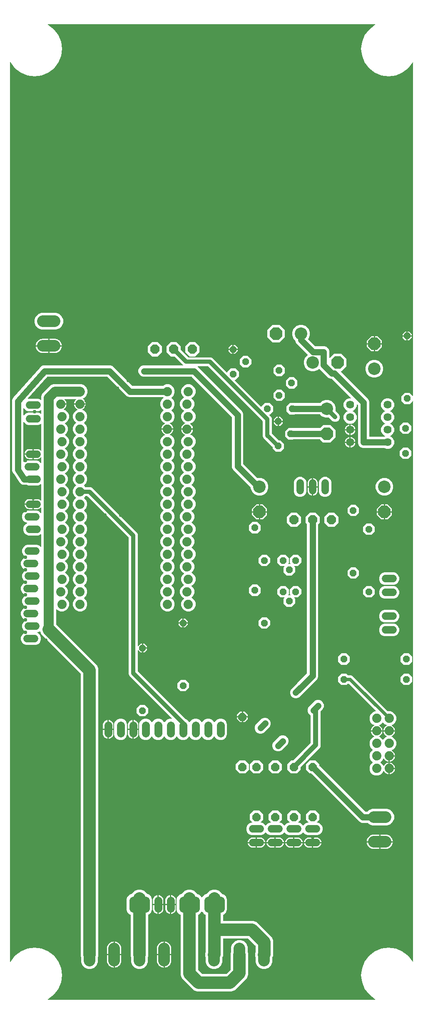
<source format=gbr>
G04 EAGLE Gerber RS-274X export*
G75*
%MOMM*%
%FSLAX34Y34*%
%LPD*%
%INBottom Copper*%
%IPPOS*%
%AMOC8*
5,1,8,0,0,1.08239X$1,22.5*%
G01*
%ADD10C,2.400000*%
%ADD11C,1.879600*%
%ADD12C,1.648500*%
%ADD13C,1.524000*%
%ADD14C,2.540000*%
%ADD15P,2.749271X8X292.500000*%
%ADD16P,1.429621X8X202.500000*%
%ADD17P,1.429621X8X292.500000*%
%ADD18P,1.429621X8X112.500000*%
%ADD19P,1.429621X8X22.500000*%
%ADD20C,1.625600*%
%ADD21P,2.749271X8X22.500000*%
%ADD22P,2.749271X8X112.500000*%
%ADD23P,2.749271X8X202.500000*%
%ADD24C,1.308000*%
%ADD25P,1.814519X8X292.500000*%
%ADD26P,1.814519X8X112.500000*%
%ADD27P,2.061953X8X202.500000*%
%ADD28P,2.061953X8X22.500000*%
%ADD29C,0.756400*%
%ADD30C,2.540000*%
%ADD31C,0.635000*%
%ADD32C,0.812800*%
%ADD33C,2.032000*%
%ADD34C,1.270000*%
%ADD35C,0.609600*%
%ADD36C,1.016000*%
%ADD37C,0.806400*%

G36*
X752473Y10179D02*
X752473Y10179D01*
X752573Y10193D01*
X752583Y10198D01*
X752595Y10200D01*
X752682Y10252D01*
X752770Y10300D01*
X752778Y10308D01*
X752788Y10315D01*
X752852Y10393D01*
X752918Y10468D01*
X752922Y10480D01*
X752930Y10489D01*
X752962Y10584D01*
X752998Y10678D01*
X752998Y10690D01*
X753001Y10701D01*
X752998Y10801D01*
X752999Y10902D01*
X752995Y10914D01*
X752995Y10926D01*
X752957Y11018D01*
X752923Y11113D01*
X752915Y11122D01*
X752911Y11133D01*
X752843Y11208D01*
X752778Y11284D01*
X752766Y11291D01*
X752759Y11299D01*
X752718Y11320D01*
X752617Y11381D01*
X752062Y11611D01*
X740490Y20490D01*
X731611Y32062D01*
X726029Y45538D01*
X724125Y60000D01*
X726029Y74462D01*
X731611Y87938D01*
X740490Y99510D01*
X752062Y108389D01*
X765538Y113971D01*
X780000Y115875D01*
X794462Y113971D01*
X807938Y108389D01*
X819510Y99510D01*
X828389Y87938D01*
X828619Y87383D01*
X828673Y87299D01*
X828725Y87212D01*
X828734Y87204D01*
X828740Y87194D01*
X828821Y87134D01*
X828899Y87070D01*
X828910Y87067D01*
X828920Y87059D01*
X829016Y87031D01*
X829111Y86999D01*
X829123Y86999D01*
X829135Y86996D01*
X829235Y87002D01*
X829336Y87005D01*
X829347Y87010D01*
X829358Y87010D01*
X829450Y87052D01*
X829543Y87089D01*
X829552Y87097D01*
X829563Y87102D01*
X829635Y87173D01*
X829709Y87241D01*
X829715Y87251D01*
X829723Y87260D01*
X829765Y87351D01*
X829812Y87440D01*
X829814Y87453D01*
X829818Y87463D01*
X829822Y87508D01*
X829839Y87626D01*
X829839Y1224533D01*
X829823Y1224621D01*
X829814Y1224710D01*
X829804Y1224731D01*
X829800Y1224754D01*
X829754Y1224831D01*
X829715Y1224911D01*
X829698Y1224927D01*
X829685Y1224947D01*
X829616Y1225004D01*
X829552Y1225065D01*
X829530Y1225074D01*
X829511Y1225089D01*
X829427Y1225117D01*
X829345Y1225152D01*
X829321Y1225153D01*
X829299Y1225161D01*
X829210Y1225158D01*
X829121Y1225162D01*
X829098Y1225155D01*
X829074Y1225154D01*
X828992Y1225121D01*
X828907Y1225093D01*
X828886Y1225078D01*
X828867Y1225070D01*
X828829Y1225036D01*
X828757Y1224982D01*
X822402Y1218628D01*
X812723Y1218628D01*
X805878Y1225473D01*
X805878Y1235152D01*
X812723Y1241997D01*
X822402Y1241997D01*
X828757Y1235643D01*
X828830Y1235592D01*
X828899Y1235536D01*
X828921Y1235529D01*
X828941Y1235515D01*
X829027Y1235493D01*
X829111Y1235464D01*
X829135Y1235465D01*
X829158Y1235459D01*
X829247Y1235468D01*
X829336Y1235471D01*
X829358Y1235480D01*
X829381Y1235482D01*
X829461Y1235522D01*
X829543Y1235555D01*
X829561Y1235571D01*
X829582Y1235582D01*
X829643Y1235647D01*
X829709Y1235707D01*
X829720Y1235728D01*
X829736Y1235745D01*
X829771Y1235827D01*
X829812Y1235906D01*
X829815Y1235932D01*
X829824Y1235952D01*
X829826Y1236002D01*
X829839Y1236092D01*
X829839Y1912374D01*
X829821Y1912473D01*
X829807Y1912573D01*
X829802Y1912583D01*
X829800Y1912595D01*
X829748Y1912682D01*
X829700Y1912770D01*
X829692Y1912778D01*
X829685Y1912788D01*
X829607Y1912852D01*
X829532Y1912918D01*
X829520Y1912922D01*
X829511Y1912930D01*
X829416Y1912962D01*
X829322Y1912997D01*
X829310Y1912998D01*
X829299Y1913001D01*
X829199Y1912998D01*
X829098Y1912999D01*
X829086Y1912995D01*
X829074Y1912995D01*
X828982Y1912957D01*
X828887Y1912923D01*
X828878Y1912915D01*
X828867Y1912910D01*
X828792Y1912843D01*
X828716Y1912777D01*
X828709Y1912766D01*
X828701Y1912759D01*
X828680Y1912718D01*
X828619Y1912617D01*
X828389Y1912062D01*
X819510Y1900490D01*
X807938Y1891611D01*
X794462Y1886029D01*
X780000Y1884125D01*
X765538Y1886029D01*
X752062Y1891611D01*
X740490Y1900490D01*
X731611Y1912062D01*
X726029Y1925538D01*
X724125Y1940000D01*
X726029Y1954461D01*
X731611Y1967938D01*
X740490Y1979510D01*
X752062Y1988389D01*
X752617Y1988619D01*
X752701Y1988673D01*
X752788Y1988725D01*
X752796Y1988734D01*
X752806Y1988740D01*
X752866Y1988821D01*
X752930Y1988899D01*
X752933Y1988910D01*
X752941Y1988920D01*
X752969Y1989016D01*
X753001Y1989111D01*
X753001Y1989123D01*
X753004Y1989135D01*
X752998Y1989235D01*
X752995Y1989336D01*
X752990Y1989347D01*
X752990Y1989358D01*
X752948Y1989450D01*
X752911Y1989543D01*
X752902Y1989552D01*
X752898Y1989563D01*
X752827Y1989635D01*
X752759Y1989709D01*
X752749Y1989714D01*
X752740Y1989723D01*
X752649Y1989766D01*
X752560Y1989812D01*
X752547Y1989814D01*
X752537Y1989818D01*
X752491Y1989822D01*
X752374Y1989839D01*
X87626Y1989839D01*
X87527Y1989821D01*
X87427Y1989807D01*
X87417Y1989802D01*
X87405Y1989800D01*
X87318Y1989748D01*
X87230Y1989700D01*
X87222Y1989692D01*
X87212Y1989685D01*
X87148Y1989607D01*
X87082Y1989532D01*
X87078Y1989520D01*
X87070Y1989511D01*
X87038Y1989416D01*
X87003Y1989322D01*
X87002Y1989310D01*
X86999Y1989299D01*
X87002Y1989199D01*
X87001Y1989098D01*
X87005Y1989086D01*
X87005Y1989074D01*
X87043Y1988982D01*
X87077Y1988887D01*
X87085Y1988878D01*
X87090Y1988867D01*
X87157Y1988792D01*
X87223Y1988716D01*
X87234Y1988709D01*
X87241Y1988701D01*
X87282Y1988680D01*
X87383Y1988619D01*
X87938Y1988389D01*
X99510Y1979510D01*
X108389Y1967938D01*
X113971Y1954462D01*
X115875Y1940000D01*
X113971Y1925538D01*
X108389Y1912062D01*
X99510Y1900490D01*
X87938Y1891611D01*
X74462Y1886029D01*
X60000Y1884125D01*
X45538Y1886029D01*
X32062Y1891611D01*
X20490Y1900490D01*
X11611Y1912062D01*
X11381Y1912617D01*
X11327Y1912701D01*
X11275Y1912788D01*
X11266Y1912796D01*
X11260Y1912806D01*
X11179Y1912866D01*
X11101Y1912930D01*
X11090Y1912933D01*
X11080Y1912940D01*
X10984Y1912969D01*
X10889Y1913001D01*
X10877Y1913001D01*
X10865Y1913004D01*
X10765Y1912998D01*
X10664Y1912995D01*
X10653Y1912990D01*
X10642Y1912990D01*
X10550Y1912948D01*
X10457Y1912910D01*
X10448Y1912902D01*
X10437Y1912898D01*
X10365Y1912827D01*
X10291Y1912759D01*
X10285Y1912748D01*
X10277Y1912740D01*
X10235Y1912649D01*
X10188Y1912559D01*
X10186Y1912547D01*
X10182Y1912537D01*
X10178Y1912491D01*
X10161Y1912374D01*
X10161Y87626D01*
X10179Y87527D01*
X10193Y87427D01*
X10198Y87417D01*
X10200Y87405D01*
X10252Y87318D01*
X10300Y87230D01*
X10308Y87222D01*
X10315Y87212D01*
X10393Y87148D01*
X10468Y87082D01*
X10480Y87078D01*
X10489Y87070D01*
X10584Y87038D01*
X10678Y87002D01*
X10690Y87002D01*
X10701Y86999D01*
X10801Y87002D01*
X10902Y87001D01*
X10914Y87005D01*
X10926Y87005D01*
X11018Y87043D01*
X11113Y87077D01*
X11122Y87085D01*
X11133Y87089D01*
X11208Y87157D01*
X11284Y87222D01*
X11291Y87234D01*
X11299Y87241D01*
X11320Y87282D01*
X11381Y87383D01*
X11611Y87938D01*
X20490Y99510D01*
X32062Y108389D01*
X45538Y113971D01*
X60000Y115875D01*
X74462Y113971D01*
X87938Y108389D01*
X99510Y99510D01*
X108389Y87938D01*
X113971Y74462D01*
X115875Y60000D01*
X113971Y45538D01*
X108389Y32062D01*
X99510Y20490D01*
X87938Y11611D01*
X87383Y11381D01*
X87299Y11327D01*
X87212Y11275D01*
X87204Y11266D01*
X87194Y11260D01*
X87134Y11179D01*
X87070Y11101D01*
X87067Y11090D01*
X87059Y11080D01*
X87031Y10984D01*
X86999Y10889D01*
X86999Y10877D01*
X86996Y10865D01*
X87002Y10765D01*
X87005Y10664D01*
X87010Y10653D01*
X87010Y10642D01*
X87052Y10550D01*
X87089Y10457D01*
X87097Y10448D01*
X87102Y10437D01*
X87173Y10365D01*
X87241Y10291D01*
X87251Y10285D01*
X87260Y10277D01*
X87351Y10235D01*
X87440Y10188D01*
X87453Y10186D01*
X87463Y10182D01*
X87508Y10178D01*
X87626Y10161D01*
X752374Y10161D01*
X752473Y10179D01*
G37*
%LPC*%
G36*
X168452Y72519D02*
X168452Y72519D01*
X162174Y75120D01*
X157370Y79924D01*
X154769Y86202D01*
X154769Y96247D01*
X154764Y96277D01*
X154766Y96308D01*
X154738Y96423D01*
X154730Y96468D01*
X154724Y96477D01*
X154721Y96490D01*
X154069Y98063D01*
X154069Y671422D01*
X154062Y671464D01*
X154064Y671506D01*
X154042Y671574D01*
X154030Y671643D01*
X154008Y671680D01*
X153995Y671720D01*
X153941Y671793D01*
X153915Y671836D01*
X153899Y671849D01*
X153883Y671871D01*
X73826Y751928D01*
X71430Y757713D01*
X71388Y757778D01*
X71354Y757848D01*
X71328Y757872D01*
X71309Y757902D01*
X71247Y757949D01*
X71191Y758002D01*
X71158Y758015D01*
X71129Y758037D01*
X71055Y758059D01*
X70984Y758089D01*
X70948Y758091D01*
X70914Y758101D01*
X70837Y758096D01*
X70760Y758099D01*
X70726Y758088D01*
X70691Y758086D01*
X70620Y758054D01*
X70546Y758030D01*
X70514Y758006D01*
X70486Y757994D01*
X70453Y757961D01*
X70396Y757919D01*
X70059Y757583D01*
X65538Y755710D01*
X65463Y755662D01*
X65385Y755619D01*
X65369Y755602D01*
X65349Y755589D01*
X65295Y755518D01*
X65237Y755451D01*
X65228Y755428D01*
X65214Y755409D01*
X65189Y755324D01*
X65157Y755241D01*
X65157Y755217D01*
X65150Y755194D01*
X65156Y755105D01*
X65155Y755017D01*
X65163Y754994D01*
X65165Y754970D01*
X65202Y754889D01*
X65232Y754806D01*
X65247Y754787D01*
X65257Y754766D01*
X65319Y754703D01*
X65377Y754635D01*
X65400Y754621D01*
X65414Y754606D01*
X65460Y754585D01*
X65538Y754538D01*
X67519Y753717D01*
X71092Y750144D01*
X73026Y745476D01*
X73026Y740424D01*
X71092Y735756D01*
X67519Y732183D01*
X62851Y730249D01*
X42559Y730249D01*
X37891Y732183D01*
X34318Y735756D01*
X32384Y740424D01*
X32384Y745476D01*
X34318Y750144D01*
X37891Y753717D01*
X42412Y755590D01*
X42487Y755638D01*
X42565Y755681D01*
X42581Y755698D01*
X42601Y755711D01*
X42655Y755782D01*
X42713Y755849D01*
X42722Y755872D01*
X42736Y755891D01*
X42761Y755976D01*
X42793Y756059D01*
X42793Y756083D01*
X42800Y756106D01*
X42794Y756195D01*
X42795Y756283D01*
X42787Y756306D01*
X42785Y756330D01*
X42748Y756411D01*
X42718Y756494D01*
X42703Y756513D01*
X42693Y756534D01*
X42631Y756597D01*
X42573Y756665D01*
X42550Y756679D01*
X42536Y756694D01*
X42490Y756715D01*
X42412Y756762D01*
X40431Y757583D01*
X36858Y761156D01*
X34924Y765824D01*
X34924Y770876D01*
X36858Y775544D01*
X40431Y779117D01*
X42412Y779938D01*
X42487Y779986D01*
X42565Y780028D01*
X42581Y780046D01*
X42601Y780059D01*
X42655Y780130D01*
X42713Y780197D01*
X42722Y780220D01*
X42736Y780238D01*
X42761Y780324D01*
X42793Y780407D01*
X42793Y780431D01*
X42800Y780454D01*
X42794Y780542D01*
X42795Y780631D01*
X42787Y780654D01*
X42785Y780677D01*
X42748Y780759D01*
X42718Y780842D01*
X42703Y780860D01*
X42693Y780882D01*
X42631Y780945D01*
X42573Y781013D01*
X42550Y781027D01*
X42536Y781042D01*
X42490Y781063D01*
X42412Y781110D01*
X37891Y782983D01*
X34318Y786556D01*
X32384Y791224D01*
X32384Y796276D01*
X34318Y800944D01*
X37891Y804517D01*
X42412Y806390D01*
X42487Y806438D01*
X42565Y806481D01*
X42581Y806498D01*
X42601Y806511D01*
X42655Y806582D01*
X42713Y806649D01*
X42722Y806672D01*
X42736Y806691D01*
X42761Y806776D01*
X42793Y806859D01*
X42793Y806883D01*
X42800Y806906D01*
X42794Y806995D01*
X42795Y807083D01*
X42787Y807106D01*
X42785Y807130D01*
X42748Y807211D01*
X42718Y807294D01*
X42703Y807313D01*
X42693Y807334D01*
X42631Y807397D01*
X42573Y807465D01*
X42550Y807479D01*
X42536Y807494D01*
X42490Y807515D01*
X42412Y807562D01*
X40431Y808383D01*
X36858Y811956D01*
X34924Y816624D01*
X34924Y821676D01*
X36858Y826344D01*
X40431Y829917D01*
X42412Y830738D01*
X42487Y830786D01*
X42565Y830828D01*
X42581Y830846D01*
X42601Y830859D01*
X42655Y830930D01*
X42713Y830997D01*
X42722Y831020D01*
X42736Y831038D01*
X42761Y831124D01*
X42793Y831207D01*
X42793Y831231D01*
X42800Y831254D01*
X42794Y831342D01*
X42795Y831431D01*
X42787Y831454D01*
X42785Y831477D01*
X42748Y831559D01*
X42718Y831642D01*
X42703Y831660D01*
X42693Y831682D01*
X42631Y831745D01*
X42573Y831813D01*
X42550Y831827D01*
X42536Y831842D01*
X42490Y831863D01*
X42412Y831910D01*
X37891Y833783D01*
X34318Y837356D01*
X32384Y842024D01*
X32384Y847076D01*
X34318Y851744D01*
X37891Y855317D01*
X42412Y857190D01*
X42487Y857238D01*
X42565Y857281D01*
X42581Y857298D01*
X42601Y857311D01*
X42655Y857382D01*
X42713Y857449D01*
X42722Y857472D01*
X42736Y857491D01*
X42761Y857576D01*
X42793Y857659D01*
X42793Y857683D01*
X42800Y857706D01*
X42794Y857795D01*
X42795Y857883D01*
X42787Y857906D01*
X42785Y857930D01*
X42748Y858011D01*
X42718Y858094D01*
X42703Y858113D01*
X42693Y858134D01*
X42631Y858197D01*
X42573Y858265D01*
X42550Y858279D01*
X42536Y858294D01*
X42490Y858315D01*
X42412Y858362D01*
X40431Y859183D01*
X36858Y862756D01*
X34924Y867424D01*
X34924Y872476D01*
X36858Y877144D01*
X40431Y880717D01*
X42412Y881538D01*
X42487Y881586D01*
X42565Y881628D01*
X42581Y881646D01*
X42601Y881659D01*
X42655Y881730D01*
X42713Y881797D01*
X42722Y881820D01*
X42736Y881838D01*
X42761Y881924D01*
X42793Y882007D01*
X42793Y882031D01*
X42800Y882054D01*
X42794Y882142D01*
X42795Y882231D01*
X42787Y882254D01*
X42785Y882277D01*
X42748Y882359D01*
X42718Y882442D01*
X42703Y882460D01*
X42693Y882482D01*
X42631Y882545D01*
X42573Y882613D01*
X42550Y882627D01*
X42536Y882642D01*
X42490Y882663D01*
X42412Y882710D01*
X37891Y884583D01*
X34318Y888156D01*
X32384Y892824D01*
X32384Y897876D01*
X34318Y902544D01*
X37891Y906117D01*
X42412Y907990D01*
X42487Y908038D01*
X42565Y908081D01*
X42581Y908098D01*
X42601Y908111D01*
X42655Y908182D01*
X42713Y908249D01*
X42722Y908272D01*
X42736Y908291D01*
X42761Y908376D01*
X42793Y908459D01*
X42793Y908483D01*
X42800Y908506D01*
X42794Y908595D01*
X42795Y908683D01*
X42787Y908706D01*
X42785Y908730D01*
X42748Y908811D01*
X42718Y908894D01*
X42703Y908913D01*
X42693Y908934D01*
X42631Y908997D01*
X42573Y909065D01*
X42550Y909079D01*
X42536Y909094D01*
X42490Y909115D01*
X42412Y909162D01*
X40431Y909983D01*
X36858Y913556D01*
X34924Y918224D01*
X34924Y923276D01*
X36858Y927944D01*
X40431Y931517D01*
X45099Y933451D01*
X65391Y933451D01*
X70059Y931517D01*
X72577Y929000D01*
X72650Y928949D01*
X72719Y928893D01*
X72741Y928885D01*
X72761Y928872D01*
X72847Y928850D01*
X72931Y928821D01*
X72955Y928822D01*
X72978Y928816D01*
X73067Y928825D01*
X73156Y928828D01*
X73178Y928837D01*
X73201Y928839D01*
X73281Y928879D01*
X73363Y928912D01*
X73381Y928928D01*
X73402Y928939D01*
X73463Y929003D01*
X73529Y929064D01*
X73540Y929085D01*
X73556Y929102D01*
X73591Y929184D01*
X73632Y929263D01*
X73635Y929289D01*
X73644Y929309D01*
X73646Y929359D01*
X73659Y929448D01*
X73659Y954597D01*
X73646Y954669D01*
X73646Y954690D01*
X73642Y954699D01*
X73634Y954773D01*
X73624Y954794D01*
X73620Y954817D01*
X73574Y954894D01*
X73535Y954974D01*
X73518Y954990D01*
X73505Y955011D01*
X73436Y955067D01*
X73372Y955128D01*
X73350Y955137D01*
X73331Y955152D01*
X73247Y955180D01*
X73165Y955215D01*
X73141Y955216D01*
X73119Y955224D01*
X73030Y955221D01*
X72941Y955225D01*
X72918Y955218D01*
X72894Y955217D01*
X72812Y955184D01*
X72727Y955156D01*
X72706Y955141D01*
X72687Y955133D01*
X72649Y955099D01*
X72577Y955045D01*
X71964Y954433D01*
X67296Y952499D01*
X47004Y952499D01*
X42336Y954433D01*
X38763Y958006D01*
X36829Y962674D01*
X36829Y967726D01*
X38763Y972394D01*
X42336Y975967D01*
X44317Y976788D01*
X44392Y976836D01*
X44470Y976878D01*
X44486Y976896D01*
X44506Y976909D01*
X44560Y976980D01*
X44618Y977047D01*
X44627Y977070D01*
X44641Y977088D01*
X44666Y977174D01*
X44698Y977257D01*
X44698Y977281D01*
X44705Y977304D01*
X44699Y977392D01*
X44700Y977481D01*
X44692Y977504D01*
X44690Y977527D01*
X44653Y977609D01*
X44623Y977692D01*
X44608Y977710D01*
X44598Y977732D01*
X44536Y977795D01*
X44478Y977863D01*
X44455Y977877D01*
X44441Y977892D01*
X44395Y977913D01*
X44317Y977960D01*
X39796Y979833D01*
X36223Y983406D01*
X34289Y988074D01*
X34289Y993126D01*
X36223Y997794D01*
X39796Y1001367D01*
X44464Y1003301D01*
X64756Y1003301D01*
X69424Y1001367D01*
X72577Y998215D01*
X72650Y998164D01*
X72719Y998108D01*
X72741Y998100D01*
X72761Y998087D01*
X72847Y998065D01*
X72931Y998036D01*
X72955Y998037D01*
X72978Y998031D01*
X73067Y998040D01*
X73156Y998043D01*
X73178Y998052D01*
X73201Y998054D01*
X73281Y998094D01*
X73363Y998127D01*
X73381Y998143D01*
X73402Y998154D01*
X73463Y998218D01*
X73529Y998279D01*
X73540Y998300D01*
X73556Y998317D01*
X73591Y998399D01*
X73632Y998478D01*
X73635Y998504D01*
X73644Y998524D01*
X73646Y998574D01*
X73659Y998663D01*
X73659Y1008997D01*
X73655Y1009023D01*
X73657Y1009050D01*
X73635Y1009133D01*
X73620Y1009217D01*
X73606Y1009240D01*
X73599Y1009266D01*
X73549Y1009337D01*
X73505Y1009411D01*
X73485Y1009427D01*
X73469Y1009449D01*
X73398Y1009498D01*
X73331Y1009552D01*
X73306Y1009561D01*
X73284Y1009576D01*
X73200Y1009596D01*
X73119Y1009624D01*
X73092Y1009623D01*
X73066Y1009630D01*
X72980Y1009620D01*
X72894Y1009617D01*
X72870Y1009607D01*
X72843Y1009604D01*
X72766Y1009565D01*
X72687Y1009533D01*
X72667Y1009515D01*
X72643Y1009503D01*
X72564Y1009422D01*
X72555Y1009416D01*
X72522Y1009382D01*
X72521Y1009382D01*
X72521Y1009381D01*
X71389Y1008250D01*
X70095Y1007310D01*
X68670Y1006584D01*
X67149Y1006089D01*
X65570Y1005839D01*
X58419Y1005839D01*
X58419Y1015365D01*
X58408Y1015430D01*
X58406Y1015495D01*
X58388Y1015539D01*
X58380Y1015586D01*
X58346Y1015642D01*
X58321Y1015703D01*
X58289Y1015738D01*
X58265Y1015779D01*
X58214Y1015820D01*
X58170Y1015869D01*
X58128Y1015891D01*
X58091Y1015920D01*
X58029Y1015941D01*
X57970Y1015971D01*
X57916Y1015980D01*
X57879Y1015992D01*
X57839Y1015991D01*
X57785Y1015999D01*
X57149Y1015999D01*
X57149Y1016001D01*
X57785Y1016001D01*
X57850Y1016013D01*
X57915Y1016014D01*
X57959Y1016032D01*
X58006Y1016041D01*
X58063Y1016074D01*
X58123Y1016099D01*
X58158Y1016131D01*
X58199Y1016155D01*
X58240Y1016206D01*
X58289Y1016250D01*
X58311Y1016292D01*
X58340Y1016329D01*
X58361Y1016391D01*
X58392Y1016450D01*
X58400Y1016504D01*
X58412Y1016541D01*
X58411Y1016581D01*
X58419Y1016635D01*
X58419Y1026161D01*
X65570Y1026161D01*
X67149Y1025911D01*
X68670Y1025416D01*
X70095Y1024690D01*
X71389Y1023750D01*
X72537Y1022603D01*
X72545Y1022589D01*
X72611Y1022535D01*
X72673Y1022476D01*
X72698Y1022465D01*
X72719Y1022448D01*
X72800Y1022421D01*
X72879Y1022386D01*
X72906Y1022385D01*
X72931Y1022376D01*
X73017Y1022379D01*
X73103Y1022374D01*
X73129Y1022382D01*
X73156Y1022383D01*
X73235Y1022415D01*
X73318Y1022441D01*
X73339Y1022457D01*
X73363Y1022467D01*
X73427Y1022525D01*
X73495Y1022578D01*
X73509Y1022600D01*
X73529Y1022618D01*
X73568Y1022695D01*
X73614Y1022768D01*
X73619Y1022794D01*
X73632Y1022818D01*
X73651Y1022950D01*
X73659Y1022988D01*
X73658Y1022995D01*
X73659Y1023003D01*
X73659Y1056197D01*
X73644Y1056284D01*
X73634Y1056373D01*
X73624Y1056394D01*
X73620Y1056417D01*
X73574Y1056494D01*
X73535Y1056574D01*
X73518Y1056590D01*
X73505Y1056611D01*
X73436Y1056667D01*
X73372Y1056728D01*
X73350Y1056737D01*
X73331Y1056752D01*
X73247Y1056780D01*
X73165Y1056815D01*
X73141Y1056816D01*
X73119Y1056824D01*
X73030Y1056821D01*
X72941Y1056825D01*
X72918Y1056818D01*
X72894Y1056817D01*
X72812Y1056784D01*
X72727Y1056756D01*
X72706Y1056741D01*
X72687Y1056733D01*
X72649Y1056699D01*
X72577Y1056645D01*
X71964Y1056033D01*
X67296Y1054099D01*
X47004Y1054099D01*
X44054Y1055321D01*
X44024Y1055328D01*
X43997Y1055342D01*
X43880Y1055359D01*
X43835Y1055369D01*
X43824Y1055367D01*
X43811Y1055369D01*
X40359Y1055369D01*
X40311Y1055361D01*
X40228Y1055356D01*
X39238Y1055146D01*
X38099Y1055359D01*
X38053Y1055359D01*
X37983Y1055369D01*
X36824Y1055369D01*
X35889Y1055757D01*
X35841Y1055767D01*
X35763Y1055794D01*
X34768Y1055980D01*
X33797Y1056612D01*
X33754Y1056630D01*
X33693Y1056666D01*
X32623Y1057109D01*
X31907Y1057825D01*
X31866Y1057853D01*
X31805Y1057908D01*
X30956Y1058460D01*
X30301Y1059416D01*
X30269Y1059449D01*
X30227Y1059506D01*
X29407Y1060325D01*
X29020Y1061260D01*
X28993Y1061302D01*
X28957Y1061376D01*
X17238Y1078466D01*
X17206Y1078499D01*
X17164Y1078556D01*
X16344Y1079375D01*
X15957Y1080310D01*
X15930Y1080352D01*
X15894Y1080426D01*
X15322Y1081261D01*
X15082Y1082394D01*
X15065Y1082437D01*
X15048Y1082506D01*
X14604Y1083576D01*
X14604Y1084589D01*
X14596Y1084637D01*
X14591Y1084720D01*
X14381Y1085710D01*
X14594Y1086849D01*
X14594Y1086895D01*
X14604Y1086965D01*
X14604Y1224807D01*
X14601Y1224823D01*
X14603Y1224844D01*
X14491Y1226763D01*
X14569Y1226987D01*
X14571Y1226999D01*
X14577Y1227009D01*
X14604Y1227195D01*
X14604Y1227431D01*
X15340Y1229208D01*
X15344Y1229224D01*
X15353Y1229242D01*
X15985Y1231059D01*
X16142Y1231235D01*
X16148Y1231246D01*
X16157Y1231253D01*
X16254Y1231414D01*
X16345Y1231633D01*
X17704Y1232992D01*
X17714Y1233006D01*
X17729Y1233019D01*
X70180Y1291953D01*
X70187Y1291963D01*
X70196Y1291971D01*
X70293Y1292132D01*
X70383Y1292350D01*
X71743Y1293710D01*
X71752Y1293723D01*
X71768Y1293736D01*
X73046Y1295173D01*
X73259Y1295276D01*
X73269Y1295283D01*
X73281Y1295287D01*
X73431Y1295398D01*
X73599Y1295566D01*
X75375Y1296301D01*
X75389Y1296310D01*
X75409Y1296316D01*
X77139Y1297154D01*
X77376Y1297168D01*
X77387Y1297171D01*
X77400Y1297170D01*
X77581Y1297215D01*
X77800Y1297306D01*
X79723Y1297306D01*
X79739Y1297309D01*
X79759Y1297307D01*
X81679Y1297419D01*
X81903Y1297341D01*
X81915Y1297339D01*
X81925Y1297333D01*
X82111Y1297306D01*
X214999Y1297306D01*
X219200Y1295565D01*
X258549Y1256217D01*
X258584Y1256192D01*
X258613Y1256161D01*
X258675Y1256129D01*
X258733Y1256088D01*
X258774Y1256078D01*
X258812Y1256058D01*
X258902Y1256045D01*
X258950Y1256032D01*
X258971Y1256035D01*
X258997Y1256031D01*
X320892Y1256031D01*
X320934Y1256038D01*
X320976Y1256036D01*
X321043Y1256058D01*
X321113Y1256070D01*
X321149Y1256092D01*
X321190Y1256105D01*
X321263Y1256159D01*
X321306Y1256185D01*
X321319Y1256201D01*
X321341Y1256217D01*
X321998Y1256874D01*
X327320Y1259079D01*
X333080Y1259079D01*
X338402Y1256874D01*
X342474Y1252802D01*
X344679Y1247480D01*
X344679Y1241720D01*
X342474Y1236398D01*
X338425Y1232348D01*
X338387Y1232294D01*
X338342Y1232247D01*
X338323Y1232203D01*
X338296Y1232164D01*
X338280Y1232101D01*
X338254Y1232040D01*
X338252Y1231993D01*
X338240Y1231947D01*
X338247Y1231882D01*
X338244Y1231816D01*
X338259Y1231771D01*
X338264Y1231724D01*
X338293Y1231665D01*
X338313Y1231602D01*
X338346Y1231558D01*
X338363Y1231523D01*
X338392Y1231496D01*
X338425Y1231452D01*
X342474Y1227402D01*
X344679Y1222080D01*
X344679Y1216320D01*
X342474Y1210998D01*
X338425Y1206948D01*
X338387Y1206894D01*
X338342Y1206847D01*
X338323Y1206803D01*
X338296Y1206764D01*
X338280Y1206701D01*
X338254Y1206640D01*
X338252Y1206593D01*
X338240Y1206547D01*
X338247Y1206482D01*
X338244Y1206416D01*
X338259Y1206371D01*
X338264Y1206324D01*
X338293Y1206265D01*
X338313Y1206202D01*
X338346Y1206158D01*
X338363Y1206123D01*
X338392Y1206096D01*
X338425Y1206052D01*
X342474Y1202002D01*
X344679Y1196680D01*
X344679Y1190920D01*
X342474Y1185598D01*
X338402Y1181526D01*
X335445Y1180301D01*
X335391Y1180266D01*
X335332Y1180240D01*
X335302Y1180211D01*
X335280Y1180198D01*
X335276Y1180192D01*
X335256Y1180180D01*
X335217Y1180128D01*
X335171Y1180083D01*
X335150Y1180039D01*
X335121Y1180000D01*
X335103Y1179939D01*
X335075Y1179880D01*
X335071Y1179832D01*
X335057Y1179785D01*
X335062Y1179721D01*
X335056Y1179657D01*
X335069Y1179610D01*
X335072Y1179561D01*
X335099Y1179503D01*
X335116Y1179441D01*
X335144Y1179401D01*
X335164Y1179357D01*
X335209Y1179311D01*
X335247Y1179259D01*
X335293Y1179226D01*
X335322Y1179197D01*
X335356Y1179181D01*
X335400Y1179150D01*
X336457Y1178611D01*
X337978Y1177506D01*
X339306Y1176178D01*
X340411Y1174657D01*
X341264Y1172983D01*
X341845Y1171196D01*
X342087Y1169669D01*
X330835Y1169669D01*
X330770Y1169658D01*
X330705Y1169656D01*
X330661Y1169638D01*
X330614Y1169630D01*
X330558Y1169596D01*
X330497Y1169571D01*
X330462Y1169539D01*
X330421Y1169515D01*
X330380Y1169464D01*
X330331Y1169420D01*
X330309Y1169378D01*
X330280Y1169341D01*
X330259Y1169279D01*
X330229Y1169220D01*
X330220Y1169166D01*
X330208Y1169129D01*
X330209Y1169089D01*
X330201Y1169035D01*
X330201Y1167765D01*
X330213Y1167700D01*
X330214Y1167634D01*
X330232Y1167591D01*
X330241Y1167544D01*
X330274Y1167487D01*
X330299Y1167427D01*
X330331Y1167392D01*
X330355Y1167351D01*
X330406Y1167310D01*
X330450Y1167261D01*
X330492Y1167239D01*
X330529Y1167210D01*
X330591Y1167189D01*
X330650Y1167158D01*
X330704Y1167150D01*
X330741Y1167138D01*
X330781Y1167139D01*
X330835Y1167131D01*
X342087Y1167131D01*
X341845Y1165604D01*
X341264Y1163817D01*
X340411Y1162143D01*
X339306Y1160622D01*
X337978Y1159294D01*
X336457Y1158189D01*
X335400Y1157650D01*
X335348Y1157611D01*
X335292Y1157581D01*
X335260Y1157544D01*
X335221Y1157515D01*
X335186Y1157460D01*
X335144Y1157412D01*
X335127Y1157366D01*
X335101Y1157325D01*
X335087Y1157262D01*
X335064Y1157202D01*
X335064Y1157153D01*
X335054Y1157106D01*
X335063Y1157042D01*
X335063Y1156978D01*
X335079Y1156932D01*
X335086Y1156884D01*
X335117Y1156827D01*
X335139Y1156767D01*
X335171Y1156730D01*
X335194Y1156687D01*
X335243Y1156645D01*
X335284Y1156596D01*
X335333Y1156566D01*
X335363Y1156540D01*
X335399Y1156527D01*
X335445Y1156499D01*
X338402Y1155274D01*
X342474Y1151202D01*
X344679Y1145880D01*
X344679Y1140120D01*
X342474Y1134798D01*
X338425Y1130748D01*
X338387Y1130694D01*
X338342Y1130647D01*
X338323Y1130603D01*
X338296Y1130564D01*
X338280Y1130501D01*
X338254Y1130440D01*
X338252Y1130393D01*
X338240Y1130347D01*
X338247Y1130282D01*
X338244Y1130216D01*
X338259Y1130171D01*
X338264Y1130124D01*
X338293Y1130065D01*
X338313Y1130002D01*
X338346Y1129958D01*
X338363Y1129923D01*
X338392Y1129896D01*
X338425Y1129852D01*
X342474Y1125802D01*
X344679Y1120480D01*
X344679Y1114720D01*
X342474Y1109398D01*
X338425Y1105348D01*
X338387Y1105294D01*
X338342Y1105247D01*
X338323Y1105203D01*
X338296Y1105164D01*
X338280Y1105101D01*
X338254Y1105040D01*
X338252Y1104993D01*
X338240Y1104947D01*
X338247Y1104882D01*
X338244Y1104816D01*
X338259Y1104771D01*
X338264Y1104724D01*
X338293Y1104665D01*
X338313Y1104602D01*
X338346Y1104558D01*
X338363Y1104523D01*
X338392Y1104496D01*
X338425Y1104452D01*
X342474Y1100402D01*
X344679Y1095080D01*
X344679Y1089320D01*
X342474Y1083998D01*
X338425Y1079948D01*
X338387Y1079894D01*
X338342Y1079847D01*
X338331Y1079822D01*
X338324Y1079812D01*
X338318Y1079795D01*
X338296Y1079764D01*
X338280Y1079701D01*
X338254Y1079640D01*
X338253Y1079602D01*
X338252Y1079600D01*
X338252Y1079592D01*
X338240Y1079547D01*
X338247Y1079482D01*
X338244Y1079416D01*
X338259Y1079371D01*
X338264Y1079324D01*
X338293Y1079265D01*
X338313Y1079202D01*
X338346Y1079158D01*
X338363Y1079123D01*
X338392Y1079096D01*
X338425Y1079052D01*
X342474Y1075002D01*
X344679Y1069680D01*
X344679Y1063920D01*
X342474Y1058598D01*
X338425Y1054548D01*
X338387Y1054494D01*
X338342Y1054447D01*
X338323Y1054403D01*
X338296Y1054364D01*
X338280Y1054301D01*
X338254Y1054240D01*
X338252Y1054193D01*
X338240Y1054147D01*
X338247Y1054082D01*
X338244Y1054016D01*
X338259Y1053971D01*
X338264Y1053924D01*
X338293Y1053865D01*
X338313Y1053802D01*
X338346Y1053758D01*
X338363Y1053723D01*
X338392Y1053696D01*
X338425Y1053652D01*
X342474Y1049602D01*
X344679Y1044280D01*
X344679Y1038520D01*
X342474Y1033198D01*
X338425Y1029148D01*
X338387Y1029094D01*
X338342Y1029047D01*
X338323Y1029003D01*
X338296Y1028964D01*
X338280Y1028901D01*
X338254Y1028840D01*
X338252Y1028793D01*
X338240Y1028747D01*
X338247Y1028682D01*
X338244Y1028616D01*
X338259Y1028571D01*
X338264Y1028524D01*
X338293Y1028465D01*
X338313Y1028402D01*
X338346Y1028358D01*
X338363Y1028323D01*
X338392Y1028296D01*
X338425Y1028252D01*
X342474Y1024202D01*
X344679Y1018880D01*
X344679Y1013120D01*
X342474Y1007798D01*
X338425Y1003748D01*
X338387Y1003694D01*
X338342Y1003647D01*
X338323Y1003603D01*
X338296Y1003564D01*
X338280Y1003501D01*
X338254Y1003440D01*
X338252Y1003393D01*
X338240Y1003347D01*
X338247Y1003282D01*
X338244Y1003216D01*
X338259Y1003171D01*
X338264Y1003124D01*
X338293Y1003065D01*
X338313Y1003002D01*
X338346Y1002958D01*
X338363Y1002923D01*
X338392Y1002896D01*
X338425Y1002852D01*
X342474Y998802D01*
X344679Y993480D01*
X344679Y987720D01*
X342474Y982398D01*
X338425Y978348D01*
X338387Y978294D01*
X338342Y978247D01*
X338323Y978203D01*
X338296Y978164D01*
X338280Y978101D01*
X338254Y978040D01*
X338252Y977993D01*
X338240Y977947D01*
X338247Y977882D01*
X338244Y977816D01*
X338259Y977771D01*
X338264Y977724D01*
X338293Y977665D01*
X338313Y977602D01*
X338346Y977558D01*
X338363Y977523D01*
X338392Y977496D01*
X338425Y977452D01*
X342474Y973402D01*
X344679Y968080D01*
X344679Y962320D01*
X342474Y956998D01*
X338425Y952948D01*
X338387Y952894D01*
X338342Y952847D01*
X338323Y952803D01*
X338296Y952764D01*
X338280Y952701D01*
X338254Y952640D01*
X338252Y952593D01*
X338240Y952547D01*
X338247Y952482D01*
X338244Y952416D01*
X338259Y952371D01*
X338264Y952324D01*
X338293Y952265D01*
X338313Y952202D01*
X338346Y952158D01*
X338363Y952123D01*
X338392Y952096D01*
X338425Y952052D01*
X342474Y948002D01*
X344679Y942680D01*
X344679Y936920D01*
X342474Y931598D01*
X338425Y927548D01*
X338387Y927494D01*
X338342Y927447D01*
X338323Y927403D01*
X338296Y927364D01*
X338280Y927301D01*
X338254Y927240D01*
X338252Y927193D01*
X338240Y927147D01*
X338247Y927082D01*
X338244Y927016D01*
X338259Y926971D01*
X338264Y926924D01*
X338293Y926865D01*
X338313Y926802D01*
X338346Y926758D01*
X338363Y926723D01*
X338392Y926696D01*
X338425Y926652D01*
X342474Y922602D01*
X344679Y917280D01*
X344679Y911520D01*
X342474Y906198D01*
X338425Y902148D01*
X338387Y902094D01*
X338342Y902047D01*
X338323Y902003D01*
X338296Y901964D01*
X338280Y901901D01*
X338254Y901840D01*
X338252Y901793D01*
X338240Y901747D01*
X338247Y901682D01*
X338244Y901616D01*
X338259Y901571D01*
X338264Y901524D01*
X338293Y901465D01*
X338313Y901402D01*
X338346Y901358D01*
X338363Y901323D01*
X338392Y901296D01*
X338425Y901252D01*
X342474Y897202D01*
X344679Y891880D01*
X344679Y886120D01*
X342474Y880798D01*
X338425Y876748D01*
X338387Y876694D01*
X338342Y876647D01*
X338323Y876603D01*
X338296Y876564D01*
X338280Y876501D01*
X338254Y876440D01*
X338252Y876393D01*
X338240Y876347D01*
X338247Y876282D01*
X338244Y876216D01*
X338259Y876171D01*
X338264Y876124D01*
X338293Y876065D01*
X338313Y876002D01*
X338346Y875958D01*
X338363Y875923D01*
X338392Y875896D01*
X338425Y875852D01*
X342474Y871802D01*
X344679Y866480D01*
X344679Y860720D01*
X342474Y855398D01*
X338425Y851348D01*
X338387Y851294D01*
X338342Y851247D01*
X338323Y851203D01*
X338296Y851164D01*
X338280Y851101D01*
X338254Y851040D01*
X338252Y850993D01*
X338240Y850947D01*
X338247Y850882D01*
X338244Y850816D01*
X338259Y850771D01*
X338264Y850724D01*
X338293Y850665D01*
X338313Y850602D01*
X338346Y850558D01*
X338363Y850523D01*
X338392Y850496D01*
X338425Y850452D01*
X342474Y846402D01*
X344679Y841080D01*
X344679Y835320D01*
X342474Y829998D01*
X338425Y825948D01*
X338387Y825894D01*
X338342Y825847D01*
X338323Y825803D01*
X338296Y825764D01*
X338280Y825701D01*
X338254Y825640D01*
X338252Y825593D01*
X338240Y825547D01*
X338247Y825482D01*
X338244Y825416D01*
X338259Y825371D01*
X338264Y825324D01*
X338293Y825265D01*
X338313Y825202D01*
X338346Y825158D01*
X338363Y825123D01*
X338392Y825096D01*
X338425Y825052D01*
X342474Y821002D01*
X344679Y815680D01*
X344679Y809920D01*
X342474Y804598D01*
X338402Y800526D01*
X333080Y798321D01*
X327320Y798321D01*
X321998Y800526D01*
X317926Y804598D01*
X315721Y809920D01*
X315721Y815680D01*
X317926Y821002D01*
X321975Y825052D01*
X322013Y825105D01*
X322058Y825153D01*
X322077Y825197D01*
X322104Y825236D01*
X322120Y825299D01*
X322146Y825360D01*
X322148Y825407D01*
X322160Y825453D01*
X322153Y825518D01*
X322156Y825584D01*
X322141Y825629D01*
X322136Y825676D01*
X322107Y825735D01*
X322087Y825798D01*
X322054Y825842D01*
X322037Y825877D01*
X322008Y825904D01*
X321975Y825948D01*
X317926Y829998D01*
X315721Y835320D01*
X315721Y841080D01*
X317926Y846402D01*
X321975Y850452D01*
X322013Y850505D01*
X322058Y850553D01*
X322077Y850597D01*
X322104Y850636D01*
X322120Y850699D01*
X322146Y850760D01*
X322148Y850807D01*
X322160Y850853D01*
X322153Y850918D01*
X322156Y850984D01*
X322141Y851029D01*
X322136Y851076D01*
X322107Y851135D01*
X322087Y851198D01*
X322054Y851242D01*
X322037Y851277D01*
X322008Y851304D01*
X321975Y851348D01*
X317926Y855398D01*
X315721Y860720D01*
X315721Y866480D01*
X317926Y871802D01*
X321975Y875852D01*
X322013Y875905D01*
X322058Y875953D01*
X322077Y875997D01*
X322104Y876036D01*
X322120Y876099D01*
X322146Y876160D01*
X322148Y876207D01*
X322160Y876253D01*
X322153Y876318D01*
X322156Y876384D01*
X322141Y876429D01*
X322136Y876476D01*
X322107Y876535D01*
X322087Y876598D01*
X322054Y876642D01*
X322037Y876677D01*
X322008Y876704D01*
X321975Y876748D01*
X317926Y880798D01*
X315721Y886120D01*
X315721Y891880D01*
X317926Y897202D01*
X321975Y901252D01*
X322013Y901305D01*
X322058Y901353D01*
X322077Y901397D01*
X322104Y901436D01*
X322120Y901499D01*
X322146Y901560D01*
X322148Y901607D01*
X322160Y901653D01*
X322153Y901718D01*
X322156Y901784D01*
X322141Y901829D01*
X322136Y901876D01*
X322107Y901935D01*
X322087Y901998D01*
X322054Y902042D01*
X322037Y902077D01*
X322008Y902104D01*
X321975Y902148D01*
X317926Y906198D01*
X315721Y911520D01*
X315721Y917280D01*
X317926Y922602D01*
X321975Y926652D01*
X322013Y926705D01*
X322058Y926753D01*
X322077Y926797D01*
X322104Y926836D01*
X322120Y926899D01*
X322146Y926960D01*
X322148Y927007D01*
X322160Y927053D01*
X322153Y927118D01*
X322156Y927184D01*
X322141Y927229D01*
X322136Y927276D01*
X322107Y927335D01*
X322087Y927398D01*
X322054Y927442D01*
X322037Y927477D01*
X322008Y927504D01*
X321975Y927548D01*
X317926Y931598D01*
X315721Y936920D01*
X315721Y942680D01*
X317926Y948002D01*
X321975Y952052D01*
X322013Y952105D01*
X322058Y952153D01*
X322077Y952197D01*
X322104Y952236D01*
X322120Y952299D01*
X322146Y952360D01*
X322148Y952407D01*
X322160Y952453D01*
X322153Y952518D01*
X322156Y952584D01*
X322141Y952629D01*
X322136Y952676D01*
X322107Y952735D01*
X322087Y952798D01*
X322054Y952842D01*
X322037Y952877D01*
X322008Y952904D01*
X321975Y952948D01*
X317926Y956998D01*
X315721Y962320D01*
X315721Y968080D01*
X317926Y973402D01*
X321975Y977452D01*
X322013Y977505D01*
X322058Y977553D01*
X322077Y977597D01*
X322104Y977636D01*
X322120Y977699D01*
X322146Y977760D01*
X322148Y977807D01*
X322160Y977853D01*
X322153Y977918D01*
X322156Y977984D01*
X322141Y978029D01*
X322136Y978076D01*
X322107Y978135D01*
X322087Y978198D01*
X322054Y978242D01*
X322037Y978277D01*
X322008Y978304D01*
X321975Y978348D01*
X317926Y982398D01*
X315721Y987720D01*
X315721Y993480D01*
X317926Y998802D01*
X321975Y1002852D01*
X322013Y1002905D01*
X322058Y1002953D01*
X322077Y1002997D01*
X322104Y1003036D01*
X322120Y1003099D01*
X322146Y1003160D01*
X322148Y1003207D01*
X322160Y1003253D01*
X322153Y1003318D01*
X322156Y1003384D01*
X322141Y1003429D01*
X322136Y1003476D01*
X322107Y1003535D01*
X322087Y1003598D01*
X322054Y1003642D01*
X322037Y1003677D01*
X322008Y1003704D01*
X321975Y1003748D01*
X317926Y1007798D01*
X315721Y1013120D01*
X315721Y1018880D01*
X317926Y1024202D01*
X321975Y1028252D01*
X322013Y1028305D01*
X322058Y1028353D01*
X322077Y1028397D01*
X322104Y1028436D01*
X322120Y1028499D01*
X322146Y1028560D01*
X322148Y1028607D01*
X322160Y1028653D01*
X322153Y1028718D01*
X322156Y1028784D01*
X322141Y1028829D01*
X322136Y1028876D01*
X322107Y1028935D01*
X322087Y1028998D01*
X322054Y1029042D01*
X322037Y1029077D01*
X322008Y1029104D01*
X321975Y1029148D01*
X317926Y1033198D01*
X315721Y1038520D01*
X315721Y1044280D01*
X317926Y1049602D01*
X321975Y1053652D01*
X322013Y1053705D01*
X322058Y1053753D01*
X322077Y1053797D01*
X322104Y1053836D01*
X322120Y1053899D01*
X322146Y1053960D01*
X322148Y1054007D01*
X322160Y1054053D01*
X322153Y1054118D01*
X322156Y1054184D01*
X322141Y1054229D01*
X322136Y1054276D01*
X322107Y1054335D01*
X322087Y1054398D01*
X322054Y1054442D01*
X322037Y1054477D01*
X322008Y1054504D01*
X321975Y1054548D01*
X317926Y1058598D01*
X315721Y1063920D01*
X315721Y1069680D01*
X317926Y1075002D01*
X321975Y1079052D01*
X322013Y1079105D01*
X322058Y1079153D01*
X322077Y1079197D01*
X322104Y1079236D01*
X322120Y1079299D01*
X322146Y1079360D01*
X322148Y1079407D01*
X322160Y1079453D01*
X322153Y1079518D01*
X322156Y1079584D01*
X322142Y1079628D01*
X322141Y1079637D01*
X322140Y1079640D01*
X322136Y1079676D01*
X322107Y1079735D01*
X322087Y1079798D01*
X322063Y1079830D01*
X322057Y1079845D01*
X322048Y1079855D01*
X322037Y1079877D01*
X322008Y1079904D01*
X321975Y1079948D01*
X317926Y1083998D01*
X315721Y1089320D01*
X315721Y1095080D01*
X317926Y1100402D01*
X321975Y1104452D01*
X322013Y1104505D01*
X322058Y1104553D01*
X322077Y1104597D01*
X322104Y1104636D01*
X322120Y1104699D01*
X322146Y1104760D01*
X322148Y1104807D01*
X322160Y1104853D01*
X322153Y1104918D01*
X322156Y1104984D01*
X322141Y1105029D01*
X322136Y1105076D01*
X322107Y1105135D01*
X322087Y1105198D01*
X322054Y1105242D01*
X322037Y1105277D01*
X322008Y1105304D01*
X321975Y1105348D01*
X317926Y1109398D01*
X315721Y1114720D01*
X315721Y1120480D01*
X317926Y1125802D01*
X321975Y1129852D01*
X322013Y1129905D01*
X322058Y1129953D01*
X322077Y1129997D01*
X322104Y1130036D01*
X322120Y1130099D01*
X322146Y1130160D01*
X322148Y1130207D01*
X322160Y1130253D01*
X322153Y1130318D01*
X322156Y1130384D01*
X322141Y1130429D01*
X322136Y1130476D01*
X322107Y1130535D01*
X322087Y1130598D01*
X322054Y1130642D01*
X322037Y1130677D01*
X322008Y1130704D01*
X321975Y1130748D01*
X317926Y1134798D01*
X315721Y1140120D01*
X315721Y1145880D01*
X317926Y1151202D01*
X321998Y1155274D01*
X324955Y1156499D01*
X325009Y1156534D01*
X325068Y1156560D01*
X325103Y1156594D01*
X325144Y1156620D01*
X325183Y1156672D01*
X325229Y1156717D01*
X325250Y1156761D01*
X325279Y1156800D01*
X325297Y1156861D01*
X325325Y1156920D01*
X325329Y1156968D01*
X325343Y1157015D01*
X325338Y1157079D01*
X325344Y1157143D01*
X325331Y1157190D01*
X325328Y1157239D01*
X325301Y1157297D01*
X325284Y1157359D01*
X325256Y1157399D01*
X325236Y1157443D01*
X325191Y1157489D01*
X325153Y1157541D01*
X325107Y1157574D01*
X325078Y1157603D01*
X325044Y1157619D01*
X325000Y1157650D01*
X323943Y1158189D01*
X322422Y1159294D01*
X321094Y1160622D01*
X319989Y1162143D01*
X319136Y1163817D01*
X318555Y1165604D01*
X318313Y1167131D01*
X329565Y1167131D01*
X329630Y1167142D01*
X329695Y1167144D01*
X329739Y1167162D01*
X329786Y1167170D01*
X329842Y1167204D01*
X329903Y1167229D01*
X329938Y1167260D01*
X329979Y1167285D01*
X330020Y1167336D01*
X330069Y1167380D01*
X330091Y1167422D01*
X330120Y1167459D01*
X330141Y1167521D01*
X330171Y1167580D01*
X330180Y1167634D01*
X330192Y1167671D01*
X330191Y1167711D01*
X330199Y1167765D01*
X330199Y1169035D01*
X330187Y1169100D01*
X330186Y1169165D01*
X330168Y1169209D01*
X330159Y1169256D01*
X330126Y1169313D01*
X330101Y1169373D01*
X330069Y1169408D01*
X330045Y1169449D01*
X329994Y1169490D01*
X329950Y1169539D01*
X329908Y1169561D01*
X329871Y1169590D01*
X329809Y1169611D01*
X329750Y1169642D01*
X329696Y1169650D01*
X329659Y1169662D01*
X329619Y1169661D01*
X329565Y1169669D01*
X318313Y1169669D01*
X318555Y1171196D01*
X319136Y1172983D01*
X319989Y1174657D01*
X321094Y1176178D01*
X322422Y1177506D01*
X323943Y1178611D01*
X325000Y1179150D01*
X325052Y1179189D01*
X325108Y1179219D01*
X325140Y1179256D01*
X325179Y1179285D01*
X325214Y1179340D01*
X325256Y1179388D01*
X325273Y1179434D01*
X325299Y1179475D01*
X325313Y1179538D01*
X325336Y1179598D01*
X325336Y1179647D01*
X325346Y1179694D01*
X325337Y1179758D01*
X325337Y1179822D01*
X325321Y1179868D01*
X325314Y1179916D01*
X325283Y1179973D01*
X325261Y1180033D01*
X325242Y1180055D01*
X325242Y1180056D01*
X325236Y1180062D01*
X325229Y1180070D01*
X325206Y1180113D01*
X325157Y1180155D01*
X325116Y1180204D01*
X325095Y1180217D01*
X325090Y1180222D01*
X325066Y1180234D01*
X325037Y1180260D01*
X325001Y1180273D01*
X324955Y1180301D01*
X321998Y1181526D01*
X317926Y1185598D01*
X315721Y1190920D01*
X315721Y1196680D01*
X317926Y1202002D01*
X321975Y1206052D01*
X322013Y1206105D01*
X322058Y1206153D01*
X322077Y1206197D01*
X322104Y1206236D01*
X322120Y1206299D01*
X322146Y1206360D01*
X322148Y1206407D01*
X322160Y1206453D01*
X322153Y1206518D01*
X322156Y1206584D01*
X322141Y1206629D01*
X322136Y1206676D01*
X322107Y1206735D01*
X322087Y1206798D01*
X322054Y1206842D01*
X322037Y1206877D01*
X322008Y1206904D01*
X321975Y1206948D01*
X317926Y1210998D01*
X315721Y1216320D01*
X315721Y1222080D01*
X317926Y1227402D01*
X321975Y1231452D01*
X322013Y1231505D01*
X322058Y1231553D01*
X322077Y1231597D01*
X322104Y1231636D01*
X322120Y1231699D01*
X322146Y1231760D01*
X322148Y1231807D01*
X322160Y1231853D01*
X322153Y1231918D01*
X322156Y1231984D01*
X322141Y1232029D01*
X322136Y1232076D01*
X322107Y1232135D01*
X322087Y1232198D01*
X322054Y1232242D01*
X322037Y1232277D01*
X322008Y1232304D01*
X321976Y1232348D01*
X321341Y1232983D01*
X321306Y1233008D01*
X321277Y1233039D01*
X321214Y1233071D01*
X321156Y1233112D01*
X321115Y1233122D01*
X321077Y1233142D01*
X320988Y1233155D01*
X320939Y1233168D01*
X320918Y1233165D01*
X320892Y1233169D01*
X251726Y1233169D01*
X247525Y1234910D01*
X208176Y1274258D01*
X208141Y1274283D01*
X208112Y1274314D01*
X208050Y1274346D01*
X207992Y1274387D01*
X207951Y1274397D01*
X207913Y1274417D01*
X207823Y1274430D01*
X207775Y1274443D01*
X207754Y1274440D01*
X207728Y1274444D01*
X85487Y1274444D01*
X85427Y1274434D01*
X85366Y1274433D01*
X85318Y1274414D01*
X85266Y1274405D01*
X85214Y1274374D01*
X85157Y1274352D01*
X85110Y1274312D01*
X85073Y1274290D01*
X85050Y1274263D01*
X85013Y1274232D01*
X46583Y1231052D01*
X46546Y1230991D01*
X46501Y1230936D01*
X46488Y1230896D01*
X46466Y1230860D01*
X46452Y1230791D01*
X46429Y1230724D01*
X46431Y1230682D01*
X46423Y1230640D01*
X46434Y1230570D01*
X46436Y1230499D01*
X46452Y1230460D01*
X46459Y1230419D01*
X46494Y1230357D01*
X46520Y1230292D01*
X46549Y1230260D01*
X46570Y1230224D01*
X46624Y1230178D01*
X46672Y1230126D01*
X46709Y1230107D01*
X46742Y1230080D01*
X46808Y1230056D01*
X46871Y1230023D01*
X46919Y1230016D01*
X46953Y1230004D01*
X46996Y1230005D01*
X47057Y1229996D01*
X67296Y1229996D01*
X71964Y1228062D01*
X72577Y1227450D01*
X72606Y1227429D01*
X72618Y1227417D01*
X72643Y1227404D01*
X72650Y1227399D01*
X72719Y1227343D01*
X72741Y1227335D01*
X72761Y1227322D01*
X72847Y1227300D01*
X72931Y1227271D01*
X72955Y1227272D01*
X72978Y1227266D01*
X73067Y1227275D01*
X73156Y1227278D01*
X73178Y1227287D01*
X73201Y1227289D01*
X73281Y1227329D01*
X73363Y1227362D01*
X73381Y1227378D01*
X73402Y1227389D01*
X73463Y1227454D01*
X73529Y1227514D01*
X73540Y1227535D01*
X73556Y1227552D01*
X73591Y1227634D01*
X73632Y1227713D01*
X73635Y1227739D01*
X73644Y1227759D01*
X73646Y1227808D01*
X73652Y1227827D01*
X73652Y1227848D01*
X73659Y1227898D01*
X73659Y1234932D01*
X75980Y1240533D01*
X80356Y1244910D01*
X88590Y1253144D01*
X92967Y1257520D01*
X98568Y1259841D01*
X155432Y1259841D01*
X161033Y1257520D01*
X165320Y1253233D01*
X167641Y1247632D01*
X167641Y1241568D01*
X165320Y1235967D01*
X161033Y1231680D01*
X158538Y1230646D01*
X158484Y1230611D01*
X158425Y1230585D01*
X158390Y1230551D01*
X158349Y1230525D01*
X158310Y1230473D01*
X158264Y1230428D01*
X158243Y1230384D01*
X158214Y1230345D01*
X158196Y1230284D01*
X158168Y1230225D01*
X158164Y1230177D01*
X158150Y1230130D01*
X158154Y1230066D01*
X158149Y1230002D01*
X158162Y1229955D01*
X158165Y1229906D01*
X158192Y1229848D01*
X158209Y1229786D01*
X158237Y1229746D01*
X158257Y1229702D01*
X158302Y1229656D01*
X158340Y1229604D01*
X158386Y1229571D01*
X158414Y1229542D01*
X158449Y1229526D01*
X158493Y1229495D01*
X158657Y1229411D01*
X160178Y1228306D01*
X161506Y1226978D01*
X162611Y1225457D01*
X163464Y1223783D01*
X164045Y1221996D01*
X164287Y1220469D01*
X153035Y1220469D01*
X152970Y1220458D01*
X152905Y1220456D01*
X152861Y1220438D01*
X152814Y1220430D01*
X152758Y1220396D01*
X152697Y1220371D01*
X152662Y1220339D01*
X152621Y1220315D01*
X152580Y1220264D01*
X152531Y1220220D01*
X152509Y1220178D01*
X152480Y1220141D01*
X152459Y1220079D01*
X152429Y1220020D01*
X152420Y1219966D01*
X152408Y1219929D01*
X152409Y1219889D01*
X152401Y1219835D01*
X152401Y1218565D01*
X152413Y1218500D01*
X152414Y1218434D01*
X152432Y1218391D01*
X152441Y1218344D01*
X152474Y1218287D01*
X152499Y1218227D01*
X152531Y1218192D01*
X152555Y1218151D01*
X152606Y1218110D01*
X152650Y1218061D01*
X152692Y1218039D01*
X152729Y1218010D01*
X152791Y1217989D01*
X152850Y1217958D01*
X152904Y1217950D01*
X152941Y1217938D01*
X152981Y1217939D01*
X153035Y1217931D01*
X164287Y1217931D01*
X164045Y1216404D01*
X163464Y1214617D01*
X162611Y1212943D01*
X161506Y1211422D01*
X160178Y1210094D01*
X158657Y1208989D01*
X157600Y1208450D01*
X157548Y1208411D01*
X157492Y1208381D01*
X157460Y1208344D01*
X157421Y1208315D01*
X157386Y1208260D01*
X157344Y1208212D01*
X157327Y1208166D01*
X157301Y1208125D01*
X157287Y1208062D01*
X157264Y1208002D01*
X157264Y1207953D01*
X157254Y1207906D01*
X157263Y1207842D01*
X157263Y1207778D01*
X157279Y1207732D01*
X157286Y1207684D01*
X157317Y1207627D01*
X157339Y1207567D01*
X157371Y1207530D01*
X157394Y1207487D01*
X157443Y1207445D01*
X157484Y1207396D01*
X157533Y1207366D01*
X157563Y1207340D01*
X157599Y1207327D01*
X157645Y1207299D01*
X160602Y1206074D01*
X164674Y1202002D01*
X166879Y1196680D01*
X166879Y1190920D01*
X164674Y1185598D01*
X160625Y1181548D01*
X160587Y1181495D01*
X160542Y1181447D01*
X160523Y1181403D01*
X160496Y1181364D01*
X160480Y1181301D01*
X160454Y1181240D01*
X160452Y1181193D01*
X160440Y1181147D01*
X160447Y1181082D01*
X160444Y1181016D01*
X160459Y1180971D01*
X160464Y1180924D01*
X160493Y1180865D01*
X160513Y1180802D01*
X160546Y1180758D01*
X160563Y1180723D01*
X160592Y1180696D01*
X160625Y1180652D01*
X164674Y1176602D01*
X166879Y1171280D01*
X166879Y1165520D01*
X164674Y1160198D01*
X160625Y1156148D01*
X160587Y1156095D01*
X160542Y1156047D01*
X160523Y1156003D01*
X160496Y1155964D01*
X160480Y1155901D01*
X160454Y1155840D01*
X160452Y1155793D01*
X160440Y1155747D01*
X160447Y1155682D01*
X160444Y1155616D01*
X160459Y1155571D01*
X160464Y1155524D01*
X160493Y1155465D01*
X160513Y1155402D01*
X160546Y1155358D01*
X160563Y1155323D01*
X160592Y1155296D01*
X160625Y1155252D01*
X164674Y1151202D01*
X166879Y1145880D01*
X166879Y1140120D01*
X164674Y1134798D01*
X160625Y1130748D01*
X160587Y1130695D01*
X160542Y1130647D01*
X160523Y1130603D01*
X160496Y1130564D01*
X160480Y1130501D01*
X160454Y1130440D01*
X160452Y1130393D01*
X160440Y1130347D01*
X160447Y1130282D01*
X160444Y1130216D01*
X160459Y1130171D01*
X160464Y1130124D01*
X160493Y1130065D01*
X160513Y1130002D01*
X160546Y1129958D01*
X160563Y1129923D01*
X160592Y1129896D01*
X160625Y1129852D01*
X164674Y1125802D01*
X166879Y1120480D01*
X166879Y1114720D01*
X164674Y1109398D01*
X160625Y1105348D01*
X160587Y1105295D01*
X160542Y1105247D01*
X160523Y1105203D01*
X160496Y1105164D01*
X160480Y1105101D01*
X160454Y1105040D01*
X160452Y1104993D01*
X160440Y1104947D01*
X160447Y1104882D01*
X160444Y1104816D01*
X160459Y1104771D01*
X160464Y1104724D01*
X160493Y1104665D01*
X160513Y1104602D01*
X160546Y1104558D01*
X160563Y1104523D01*
X160592Y1104496D01*
X160625Y1104452D01*
X164674Y1100402D01*
X166879Y1095080D01*
X166879Y1089320D01*
X164674Y1083998D01*
X160625Y1079948D01*
X160587Y1079895D01*
X160542Y1079847D01*
X160531Y1079822D01*
X160524Y1079812D01*
X160518Y1079795D01*
X160496Y1079764D01*
X160480Y1079701D01*
X160454Y1079640D01*
X160453Y1079602D01*
X160452Y1079600D01*
X160452Y1079592D01*
X160440Y1079547D01*
X160447Y1079482D01*
X160444Y1079416D01*
X160459Y1079371D01*
X160464Y1079324D01*
X160493Y1079265D01*
X160513Y1079202D01*
X160546Y1079158D01*
X160563Y1079123D01*
X160592Y1079096D01*
X160625Y1079052D01*
X164674Y1075002D01*
X166879Y1069680D01*
X166879Y1063920D01*
X164674Y1058598D01*
X160625Y1054548D01*
X160587Y1054495D01*
X160542Y1054447D01*
X160523Y1054403D01*
X160496Y1054364D01*
X160480Y1054301D01*
X160454Y1054240D01*
X160452Y1054193D01*
X160440Y1054147D01*
X160447Y1054082D01*
X160444Y1054016D01*
X160459Y1053971D01*
X160464Y1053924D01*
X160493Y1053865D01*
X160513Y1053802D01*
X160546Y1053758D01*
X160563Y1053723D01*
X160592Y1053696D01*
X160624Y1053652D01*
X163545Y1050731D01*
X163580Y1050706D01*
X163609Y1050675D01*
X163672Y1050643D01*
X163730Y1050602D01*
X163771Y1050592D01*
X163809Y1050572D01*
X163898Y1050559D01*
X163947Y1050546D01*
X163968Y1050549D01*
X163994Y1050545D01*
X173269Y1050545D01*
X176630Y1049153D01*
X268103Y957680D01*
X269495Y954319D01*
X269495Y728459D01*
X269511Y728371D01*
X269520Y728282D01*
X269530Y728261D01*
X269534Y728238D01*
X269580Y728161D01*
X269619Y728081D01*
X269636Y728065D01*
X269649Y728044D01*
X269718Y727988D01*
X269782Y727927D01*
X269804Y727918D01*
X269823Y727903D01*
X269907Y727875D01*
X269989Y727840D01*
X270013Y727839D01*
X270035Y727831D01*
X270124Y727834D01*
X270213Y727830D01*
X270236Y727837D01*
X270260Y727838D01*
X270342Y727871D01*
X270427Y727899D01*
X270448Y727914D01*
X270467Y727922D01*
X270505Y727956D01*
X270577Y728010D01*
X275612Y733045D01*
X278131Y733045D01*
X278131Y724535D01*
X278142Y724470D01*
X278144Y724405D01*
X278162Y724361D01*
X278170Y724314D01*
X278204Y724258D01*
X278229Y724197D01*
X278260Y724162D01*
X278285Y724121D01*
X278336Y724080D01*
X278380Y724031D01*
X278422Y724009D01*
X278459Y723980D01*
X278521Y723959D01*
X278580Y723929D01*
X278634Y723920D01*
X278671Y723908D01*
X278711Y723909D01*
X278765Y723901D01*
X279401Y723901D01*
X279401Y723899D01*
X278765Y723899D01*
X278700Y723887D01*
X278634Y723886D01*
X278591Y723868D01*
X278544Y723859D01*
X278487Y723826D01*
X278427Y723801D01*
X278392Y723769D01*
X278351Y723745D01*
X278310Y723694D01*
X278261Y723650D01*
X278239Y723608D01*
X278210Y723571D01*
X278189Y723509D01*
X278158Y723450D01*
X278150Y723396D01*
X278138Y723359D01*
X278139Y723319D01*
X278131Y723265D01*
X278131Y714755D01*
X275612Y714755D01*
X270577Y719790D01*
X270504Y719841D01*
X270435Y719897D01*
X270413Y719904D01*
X270393Y719918D01*
X270307Y719940D01*
X270223Y719969D01*
X270199Y719968D01*
X270176Y719974D01*
X270087Y719965D01*
X269998Y719962D01*
X269976Y719953D01*
X269953Y719951D01*
X269873Y719911D01*
X269791Y719878D01*
X269773Y719862D01*
X269752Y719851D01*
X269691Y719787D01*
X269625Y719726D01*
X269614Y719705D01*
X269598Y719688D01*
X269563Y719606D01*
X269522Y719527D01*
X269519Y719501D01*
X269510Y719481D01*
X269508Y719431D01*
X269495Y719341D01*
X269495Y677151D01*
X269502Y677109D01*
X269500Y677066D01*
X269522Y676999D01*
X269534Y676930D01*
X269556Y676893D01*
X269569Y676853D01*
X269623Y676780D01*
X269649Y676737D01*
X269665Y676723D01*
X269681Y676702D01*
X366929Y579453D01*
X366955Y579436D01*
X366975Y579412D01*
X367076Y579351D01*
X367114Y579325D01*
X367124Y579322D01*
X367135Y579316D01*
X369497Y578337D01*
X373245Y574590D01*
X374064Y572612D01*
X374112Y572537D01*
X374155Y572459D01*
X374172Y572443D01*
X374185Y572423D01*
X374256Y572370D01*
X374323Y572311D01*
X374346Y572302D01*
X374365Y572288D01*
X374450Y572263D01*
X374533Y572231D01*
X374557Y572231D01*
X374580Y572224D01*
X374669Y572230D01*
X374757Y572230D01*
X374780Y572238D01*
X374803Y572239D01*
X374885Y572276D01*
X374968Y572306D01*
X374987Y572321D01*
X375008Y572331D01*
X375072Y572394D01*
X375139Y572451D01*
X375153Y572474D01*
X375168Y572489D01*
X375189Y572534D01*
X375236Y572612D01*
X376055Y574590D01*
X379803Y578337D01*
X384700Y580366D01*
X390000Y580366D01*
X394897Y578337D01*
X398645Y574590D01*
X399464Y572612D01*
X399512Y572537D01*
X399555Y572459D01*
X399572Y572443D01*
X399585Y572423D01*
X399656Y572370D01*
X399723Y572311D01*
X399746Y572302D01*
X399765Y572288D01*
X399850Y572263D01*
X399933Y572231D01*
X399957Y572231D01*
X399980Y572224D01*
X400069Y572230D01*
X400157Y572230D01*
X400180Y572238D01*
X400203Y572239D01*
X400285Y572276D01*
X400368Y572306D01*
X400387Y572321D01*
X400408Y572331D01*
X400472Y572394D01*
X400539Y572451D01*
X400553Y572474D01*
X400568Y572489D01*
X400589Y572534D01*
X400636Y572612D01*
X401455Y574590D01*
X405203Y578337D01*
X410100Y580366D01*
X415400Y580366D01*
X420297Y578337D01*
X424045Y574590D01*
X424864Y572612D01*
X424912Y572537D01*
X424955Y572459D01*
X424972Y572443D01*
X424985Y572423D01*
X425056Y572370D01*
X425123Y572311D01*
X425146Y572302D01*
X425165Y572288D01*
X425250Y572263D01*
X425333Y572231D01*
X425357Y572231D01*
X425380Y572224D01*
X425469Y572230D01*
X425557Y572230D01*
X425580Y572238D01*
X425603Y572239D01*
X425685Y572276D01*
X425768Y572306D01*
X425787Y572321D01*
X425808Y572331D01*
X425872Y572394D01*
X425939Y572451D01*
X425953Y572474D01*
X425968Y572489D01*
X425989Y572534D01*
X426036Y572612D01*
X426855Y574590D01*
X430603Y578337D01*
X435500Y580366D01*
X440800Y580366D01*
X445697Y578337D01*
X449445Y574590D01*
X451473Y569693D01*
X451473Y547907D01*
X449445Y543010D01*
X445697Y539263D01*
X440800Y537234D01*
X435500Y537234D01*
X430603Y539263D01*
X426855Y543010D01*
X426036Y544988D01*
X425988Y545063D01*
X425946Y545141D01*
X425928Y545157D01*
X425915Y545177D01*
X425844Y545230D01*
X425777Y545289D01*
X425754Y545297D01*
X425735Y545312D01*
X425650Y545337D01*
X425567Y545369D01*
X425543Y545369D01*
X425520Y545376D01*
X425432Y545370D01*
X425343Y545370D01*
X425320Y545362D01*
X425297Y545361D01*
X425215Y545324D01*
X425132Y545294D01*
X425114Y545279D01*
X425092Y545269D01*
X425028Y545206D01*
X424961Y545149D01*
X424947Y545126D01*
X424932Y545111D01*
X424911Y545066D01*
X424864Y544988D01*
X424045Y543010D01*
X420297Y539263D01*
X415400Y537234D01*
X410100Y537234D01*
X405203Y539263D01*
X401455Y543010D01*
X400636Y544988D01*
X400588Y545063D01*
X400546Y545141D01*
X400528Y545157D01*
X400515Y545177D01*
X400444Y545230D01*
X400377Y545289D01*
X400354Y545297D01*
X400335Y545312D01*
X400250Y545337D01*
X400167Y545369D01*
X400143Y545369D01*
X400120Y545376D01*
X400032Y545370D01*
X399943Y545370D01*
X399920Y545362D01*
X399897Y545361D01*
X399815Y545324D01*
X399732Y545294D01*
X399714Y545279D01*
X399692Y545269D01*
X399628Y545206D01*
X399561Y545149D01*
X399547Y545126D01*
X399532Y545111D01*
X399511Y545066D01*
X399464Y544988D01*
X398645Y543010D01*
X394897Y539263D01*
X390000Y537234D01*
X384700Y537234D01*
X379803Y539263D01*
X376055Y543010D01*
X375236Y544988D01*
X375188Y545063D01*
X375146Y545141D01*
X375128Y545157D01*
X375115Y545177D01*
X375044Y545230D01*
X374977Y545289D01*
X374954Y545297D01*
X374935Y545312D01*
X374850Y545337D01*
X374767Y545369D01*
X374743Y545369D01*
X374720Y545376D01*
X374632Y545370D01*
X374543Y545370D01*
X374520Y545362D01*
X374497Y545361D01*
X374415Y545324D01*
X374332Y545294D01*
X374314Y545279D01*
X374292Y545269D01*
X374228Y545206D01*
X374161Y545149D01*
X374147Y545126D01*
X374132Y545111D01*
X374111Y545066D01*
X374064Y544988D01*
X373245Y543010D01*
X369497Y539263D01*
X364600Y537234D01*
X359300Y537234D01*
X354403Y539263D01*
X350655Y543010D01*
X349836Y544988D01*
X349788Y545063D01*
X349746Y545141D01*
X349728Y545157D01*
X349715Y545177D01*
X349644Y545230D01*
X349577Y545289D01*
X349554Y545297D01*
X349535Y545312D01*
X349450Y545337D01*
X349367Y545369D01*
X349343Y545369D01*
X349320Y545376D01*
X349232Y545370D01*
X349143Y545370D01*
X349120Y545362D01*
X349097Y545361D01*
X349015Y545324D01*
X348932Y545294D01*
X348914Y545279D01*
X348892Y545269D01*
X348828Y545206D01*
X348761Y545149D01*
X348747Y545126D01*
X348732Y545111D01*
X348711Y545066D01*
X348664Y544988D01*
X347845Y543010D01*
X344097Y539263D01*
X339200Y537234D01*
X333900Y537234D01*
X329003Y539263D01*
X325255Y543010D01*
X324436Y544988D01*
X324388Y545063D01*
X324346Y545141D01*
X324328Y545157D01*
X324315Y545177D01*
X324244Y545230D01*
X324177Y545289D01*
X324154Y545297D01*
X324135Y545312D01*
X324050Y545337D01*
X323967Y545369D01*
X323943Y545369D01*
X323920Y545376D01*
X323832Y545370D01*
X323743Y545370D01*
X323720Y545362D01*
X323697Y545361D01*
X323615Y545324D01*
X323532Y545294D01*
X323514Y545279D01*
X323492Y545269D01*
X323428Y545206D01*
X323361Y545149D01*
X323347Y545126D01*
X323332Y545111D01*
X323311Y545066D01*
X323264Y544988D01*
X322445Y543010D01*
X318697Y539263D01*
X313800Y537234D01*
X308500Y537234D01*
X303603Y539263D01*
X299855Y543010D01*
X299036Y544988D01*
X298988Y545063D01*
X298946Y545141D01*
X298928Y545157D01*
X298915Y545177D01*
X298844Y545230D01*
X298777Y545289D01*
X298754Y545297D01*
X298735Y545312D01*
X298650Y545337D01*
X298567Y545369D01*
X298543Y545369D01*
X298520Y545376D01*
X298432Y545370D01*
X298343Y545370D01*
X298320Y545362D01*
X298297Y545361D01*
X298215Y545324D01*
X298132Y545294D01*
X298114Y545279D01*
X298092Y545269D01*
X298028Y545206D01*
X297961Y545149D01*
X297947Y545126D01*
X297932Y545111D01*
X297911Y545066D01*
X297864Y544988D01*
X297045Y543010D01*
X293297Y539263D01*
X288400Y537234D01*
X283100Y537234D01*
X278203Y539263D01*
X274455Y543010D01*
X272427Y547907D01*
X272427Y569693D01*
X274455Y574590D01*
X278203Y578337D01*
X283100Y580366D01*
X288400Y580366D01*
X293297Y578337D01*
X297045Y574590D01*
X297864Y572612D01*
X297912Y572537D01*
X297955Y572459D01*
X297972Y572443D01*
X297985Y572423D01*
X298056Y572370D01*
X298123Y572311D01*
X298146Y572302D01*
X298165Y572288D01*
X298250Y572263D01*
X298333Y572231D01*
X298357Y572231D01*
X298380Y572224D01*
X298469Y572230D01*
X298557Y572230D01*
X298580Y572238D01*
X298603Y572239D01*
X298685Y572276D01*
X298768Y572306D01*
X298787Y572321D01*
X298808Y572331D01*
X298872Y572394D01*
X298939Y572451D01*
X298953Y572474D01*
X298968Y572489D01*
X298989Y572534D01*
X299036Y572612D01*
X299855Y574590D01*
X303603Y578337D01*
X308500Y580366D01*
X313800Y580366D01*
X318697Y578337D01*
X322445Y574590D01*
X323264Y572612D01*
X323312Y572537D01*
X323355Y572459D01*
X323372Y572443D01*
X323385Y572423D01*
X323456Y572370D01*
X323523Y572311D01*
X323546Y572302D01*
X323565Y572288D01*
X323650Y572263D01*
X323733Y572231D01*
X323757Y572231D01*
X323780Y572224D01*
X323869Y572230D01*
X323957Y572230D01*
X323980Y572238D01*
X324003Y572239D01*
X324085Y572276D01*
X324168Y572306D01*
X324187Y572321D01*
X324208Y572331D01*
X324272Y572394D01*
X324339Y572451D01*
X324353Y572474D01*
X324368Y572489D01*
X324389Y572534D01*
X324436Y572612D01*
X325255Y574590D01*
X329003Y578337D01*
X333900Y580366D01*
X338620Y580366D01*
X338708Y580382D01*
X338797Y580391D01*
X338818Y580401D01*
X338841Y580405D01*
X338918Y580451D01*
X338998Y580490D01*
X339014Y580507D01*
X339034Y580520D01*
X339091Y580589D01*
X339152Y580653D01*
X339161Y580675D01*
X339176Y580694D01*
X339204Y580778D01*
X339239Y580860D01*
X339240Y580884D01*
X339248Y580906D01*
X339245Y580995D01*
X339249Y581084D01*
X339242Y581107D01*
X339241Y581131D01*
X339208Y581213D01*
X339180Y581298D01*
X339165Y581319D01*
X339157Y581338D01*
X339123Y581376D01*
X339069Y581448D01*
X255259Y665258D01*
X252597Y667920D01*
X251205Y671281D01*
X251205Y948449D01*
X251198Y948491D01*
X251200Y948534D01*
X251178Y948601D01*
X251166Y948670D01*
X251144Y948707D01*
X251131Y948747D01*
X251077Y948820D01*
X251051Y948863D01*
X251035Y948877D01*
X251019Y948898D01*
X167848Y1032069D01*
X167813Y1032094D01*
X167784Y1032125D01*
X167722Y1032157D01*
X167664Y1032198D01*
X167623Y1032208D01*
X167585Y1032228D01*
X167495Y1032241D01*
X167446Y1032254D01*
X167426Y1032251D01*
X167399Y1032255D01*
X163994Y1032255D01*
X163952Y1032248D01*
X163910Y1032250D01*
X163843Y1032228D01*
X163773Y1032216D01*
X163737Y1032194D01*
X163696Y1032181D01*
X163623Y1032127D01*
X163580Y1032101D01*
X163567Y1032085D01*
X163546Y1032069D01*
X160625Y1029148D01*
X160587Y1029095D01*
X160542Y1029047D01*
X160523Y1029003D01*
X160496Y1028964D01*
X160480Y1028901D01*
X160454Y1028840D01*
X160452Y1028793D01*
X160440Y1028747D01*
X160447Y1028682D01*
X160444Y1028616D01*
X160459Y1028571D01*
X160464Y1028524D01*
X160493Y1028465D01*
X160513Y1028402D01*
X160546Y1028358D01*
X160563Y1028323D01*
X160592Y1028296D01*
X160625Y1028252D01*
X164674Y1024202D01*
X166879Y1018880D01*
X166879Y1013120D01*
X164674Y1007798D01*
X160625Y1003748D01*
X160587Y1003695D01*
X160542Y1003647D01*
X160523Y1003603D01*
X160496Y1003564D01*
X160480Y1003501D01*
X160454Y1003440D01*
X160452Y1003393D01*
X160440Y1003347D01*
X160447Y1003282D01*
X160444Y1003216D01*
X160459Y1003171D01*
X160464Y1003124D01*
X160493Y1003065D01*
X160513Y1003002D01*
X160546Y1002958D01*
X160563Y1002923D01*
X160592Y1002896D01*
X160625Y1002852D01*
X164674Y998802D01*
X166879Y993480D01*
X166879Y987720D01*
X164674Y982398D01*
X160625Y978348D01*
X160587Y978295D01*
X160542Y978247D01*
X160523Y978203D01*
X160496Y978164D01*
X160480Y978101D01*
X160454Y978040D01*
X160452Y977993D01*
X160440Y977947D01*
X160447Y977882D01*
X160444Y977816D01*
X160459Y977771D01*
X160464Y977724D01*
X160493Y977665D01*
X160513Y977602D01*
X160546Y977558D01*
X160563Y977523D01*
X160592Y977496D01*
X160625Y977452D01*
X164674Y973402D01*
X166879Y968080D01*
X166879Y962320D01*
X164674Y956998D01*
X160625Y952948D01*
X160587Y952894D01*
X160542Y952847D01*
X160523Y952803D01*
X160496Y952764D01*
X160480Y952701D01*
X160454Y952640D01*
X160452Y952593D01*
X160440Y952547D01*
X160447Y952482D01*
X160444Y952416D01*
X160459Y952371D01*
X160464Y952324D01*
X160493Y952265D01*
X160513Y952202D01*
X160546Y952158D01*
X160563Y952123D01*
X160592Y952096D01*
X160625Y952052D01*
X164674Y948002D01*
X166879Y942680D01*
X166879Y936920D01*
X164674Y931598D01*
X160625Y927548D01*
X160587Y927495D01*
X160542Y927447D01*
X160523Y927403D01*
X160496Y927364D01*
X160480Y927301D01*
X160454Y927240D01*
X160452Y927193D01*
X160440Y927147D01*
X160447Y927082D01*
X160444Y927016D01*
X160459Y926971D01*
X160464Y926924D01*
X160493Y926865D01*
X160513Y926802D01*
X160546Y926758D01*
X160563Y926723D01*
X160592Y926696D01*
X160625Y926652D01*
X164674Y922602D01*
X166879Y917280D01*
X166879Y911520D01*
X164674Y906198D01*
X160625Y902148D01*
X160587Y902095D01*
X160542Y902047D01*
X160523Y902003D01*
X160496Y901964D01*
X160480Y901901D01*
X160454Y901840D01*
X160452Y901793D01*
X160440Y901747D01*
X160447Y901682D01*
X160444Y901616D01*
X160459Y901571D01*
X160464Y901524D01*
X160493Y901465D01*
X160513Y901402D01*
X160546Y901358D01*
X160563Y901323D01*
X160592Y901296D01*
X160625Y901252D01*
X164674Y897202D01*
X166879Y891880D01*
X166879Y886120D01*
X164674Y880798D01*
X160625Y876748D01*
X160587Y876695D01*
X160542Y876647D01*
X160523Y876603D01*
X160496Y876564D01*
X160480Y876501D01*
X160454Y876440D01*
X160452Y876393D01*
X160440Y876347D01*
X160447Y876282D01*
X160444Y876216D01*
X160459Y876171D01*
X160464Y876124D01*
X160493Y876065D01*
X160513Y876002D01*
X160546Y875958D01*
X160563Y875923D01*
X160592Y875896D01*
X160625Y875852D01*
X164674Y871802D01*
X166879Y866480D01*
X166879Y860720D01*
X164674Y855398D01*
X160625Y851348D01*
X160587Y851295D01*
X160542Y851247D01*
X160523Y851203D01*
X160496Y851164D01*
X160480Y851101D01*
X160454Y851040D01*
X160452Y850993D01*
X160440Y850947D01*
X160447Y850882D01*
X160444Y850816D01*
X160459Y850771D01*
X160464Y850724D01*
X160493Y850665D01*
X160513Y850602D01*
X160546Y850558D01*
X160563Y850523D01*
X160592Y850496D01*
X160625Y850452D01*
X164674Y846402D01*
X166879Y841080D01*
X166879Y835320D01*
X164674Y829998D01*
X160625Y825948D01*
X160587Y825895D01*
X160542Y825847D01*
X160523Y825803D01*
X160496Y825764D01*
X160480Y825701D01*
X160454Y825640D01*
X160452Y825593D01*
X160440Y825547D01*
X160447Y825482D01*
X160444Y825416D01*
X160459Y825371D01*
X160464Y825324D01*
X160493Y825265D01*
X160513Y825202D01*
X160546Y825158D01*
X160563Y825123D01*
X160592Y825096D01*
X160625Y825052D01*
X164674Y821002D01*
X166879Y815680D01*
X166879Y809920D01*
X164674Y804598D01*
X160602Y800526D01*
X155280Y798321D01*
X149520Y798321D01*
X144198Y800526D01*
X140126Y804598D01*
X137921Y809920D01*
X137921Y815680D01*
X140126Y821002D01*
X144175Y825052D01*
X144213Y825106D01*
X144258Y825153D01*
X144277Y825197D01*
X144304Y825236D01*
X144320Y825299D01*
X144346Y825360D01*
X144348Y825407D01*
X144360Y825453D01*
X144353Y825518D01*
X144356Y825584D01*
X144341Y825629D01*
X144336Y825676D01*
X144307Y825735D01*
X144287Y825798D01*
X144254Y825842D01*
X144237Y825877D01*
X144208Y825904D01*
X144175Y825948D01*
X140126Y829998D01*
X137921Y835320D01*
X137921Y841080D01*
X140126Y846402D01*
X144175Y850452D01*
X144213Y850506D01*
X144258Y850553D01*
X144277Y850597D01*
X144304Y850636D01*
X144320Y850699D01*
X144346Y850760D01*
X144348Y850807D01*
X144360Y850853D01*
X144353Y850918D01*
X144356Y850984D01*
X144341Y851029D01*
X144336Y851076D01*
X144307Y851135D01*
X144287Y851198D01*
X144254Y851242D01*
X144237Y851277D01*
X144208Y851304D01*
X144175Y851348D01*
X140126Y855398D01*
X137921Y860720D01*
X137921Y866480D01*
X140126Y871802D01*
X144175Y875852D01*
X144213Y875906D01*
X144258Y875953D01*
X144277Y875997D01*
X144304Y876036D01*
X144320Y876099D01*
X144346Y876160D01*
X144348Y876207D01*
X144360Y876253D01*
X144353Y876318D01*
X144356Y876384D01*
X144341Y876429D01*
X144336Y876476D01*
X144307Y876535D01*
X144287Y876598D01*
X144254Y876642D01*
X144237Y876677D01*
X144208Y876704D01*
X144175Y876748D01*
X140126Y880798D01*
X137921Y886120D01*
X137921Y891880D01*
X140126Y897202D01*
X144175Y901252D01*
X144213Y901306D01*
X144258Y901353D01*
X144277Y901397D01*
X144304Y901436D01*
X144320Y901499D01*
X144346Y901560D01*
X144348Y901607D01*
X144360Y901653D01*
X144353Y901718D01*
X144356Y901784D01*
X144341Y901829D01*
X144336Y901876D01*
X144307Y901935D01*
X144287Y901998D01*
X144254Y902042D01*
X144237Y902077D01*
X144208Y902104D01*
X144175Y902148D01*
X140126Y906198D01*
X137921Y911520D01*
X137921Y917280D01*
X140126Y922602D01*
X144175Y926652D01*
X144213Y926706D01*
X144258Y926753D01*
X144277Y926797D01*
X144304Y926836D01*
X144320Y926899D01*
X144346Y926960D01*
X144348Y927007D01*
X144360Y927053D01*
X144353Y927118D01*
X144356Y927184D01*
X144341Y927229D01*
X144336Y927276D01*
X144307Y927335D01*
X144287Y927398D01*
X144254Y927442D01*
X144237Y927477D01*
X144208Y927504D01*
X144175Y927548D01*
X140126Y931598D01*
X137921Y936920D01*
X137921Y942680D01*
X140126Y948002D01*
X144175Y952052D01*
X144213Y952105D01*
X144258Y952153D01*
X144277Y952197D01*
X144304Y952236D01*
X144320Y952299D01*
X144346Y952360D01*
X144348Y952407D01*
X144360Y952453D01*
X144353Y952518D01*
X144356Y952584D01*
X144341Y952629D01*
X144336Y952676D01*
X144307Y952735D01*
X144287Y952798D01*
X144254Y952842D01*
X144237Y952877D01*
X144208Y952904D01*
X144175Y952948D01*
X140126Y956998D01*
X137921Y962320D01*
X137921Y968080D01*
X140126Y973402D01*
X144175Y977452D01*
X144213Y977506D01*
X144258Y977553D01*
X144277Y977597D01*
X144304Y977636D01*
X144320Y977699D01*
X144346Y977760D01*
X144348Y977807D01*
X144360Y977853D01*
X144353Y977918D01*
X144356Y977984D01*
X144341Y978029D01*
X144336Y978076D01*
X144307Y978135D01*
X144287Y978198D01*
X144254Y978242D01*
X144237Y978277D01*
X144208Y978304D01*
X144175Y978348D01*
X140126Y982398D01*
X137921Y987720D01*
X137921Y993480D01*
X140126Y998802D01*
X144175Y1002852D01*
X144213Y1002906D01*
X144258Y1002953D01*
X144277Y1002997D01*
X144304Y1003036D01*
X144320Y1003099D01*
X144346Y1003160D01*
X144348Y1003207D01*
X144360Y1003253D01*
X144353Y1003318D01*
X144356Y1003384D01*
X144341Y1003429D01*
X144336Y1003476D01*
X144307Y1003535D01*
X144287Y1003598D01*
X144254Y1003642D01*
X144237Y1003677D01*
X144208Y1003704D01*
X144175Y1003748D01*
X140126Y1007798D01*
X137921Y1013120D01*
X137921Y1018880D01*
X140126Y1024202D01*
X144175Y1028252D01*
X144213Y1028306D01*
X144258Y1028353D01*
X144277Y1028397D01*
X144304Y1028436D01*
X144320Y1028499D01*
X144346Y1028560D01*
X144348Y1028607D01*
X144360Y1028653D01*
X144353Y1028718D01*
X144356Y1028784D01*
X144341Y1028829D01*
X144336Y1028876D01*
X144307Y1028935D01*
X144287Y1028998D01*
X144254Y1029042D01*
X144237Y1029077D01*
X144208Y1029104D01*
X144175Y1029148D01*
X140126Y1033198D01*
X137921Y1038520D01*
X137921Y1044280D01*
X140126Y1049602D01*
X144175Y1053652D01*
X144213Y1053706D01*
X144258Y1053753D01*
X144277Y1053797D01*
X144304Y1053836D01*
X144320Y1053899D01*
X144346Y1053960D01*
X144348Y1054007D01*
X144360Y1054053D01*
X144353Y1054118D01*
X144356Y1054184D01*
X144341Y1054229D01*
X144336Y1054276D01*
X144307Y1054335D01*
X144287Y1054398D01*
X144254Y1054442D01*
X144237Y1054477D01*
X144208Y1054504D01*
X144175Y1054548D01*
X140126Y1058598D01*
X137921Y1063920D01*
X137921Y1069680D01*
X140126Y1075002D01*
X144175Y1079052D01*
X144213Y1079106D01*
X144258Y1079153D01*
X144277Y1079197D01*
X144304Y1079236D01*
X144320Y1079299D01*
X144346Y1079360D01*
X144348Y1079407D01*
X144360Y1079453D01*
X144353Y1079518D01*
X144356Y1079584D01*
X144342Y1079628D01*
X144341Y1079637D01*
X144340Y1079640D01*
X144336Y1079676D01*
X144307Y1079735D01*
X144287Y1079798D01*
X144263Y1079830D01*
X144257Y1079845D01*
X144248Y1079855D01*
X144237Y1079877D01*
X144208Y1079904D01*
X144175Y1079948D01*
X140126Y1083998D01*
X137921Y1089320D01*
X137921Y1095080D01*
X140126Y1100402D01*
X144175Y1104452D01*
X144213Y1104506D01*
X144258Y1104553D01*
X144277Y1104597D01*
X144304Y1104636D01*
X144320Y1104699D01*
X144346Y1104760D01*
X144348Y1104807D01*
X144360Y1104853D01*
X144353Y1104918D01*
X144356Y1104984D01*
X144341Y1105029D01*
X144336Y1105076D01*
X144307Y1105135D01*
X144287Y1105198D01*
X144254Y1105242D01*
X144237Y1105277D01*
X144208Y1105304D01*
X144175Y1105348D01*
X140126Y1109398D01*
X137921Y1114720D01*
X137921Y1120480D01*
X140126Y1125802D01*
X144175Y1129852D01*
X144213Y1129906D01*
X144258Y1129953D01*
X144277Y1129997D01*
X144304Y1130036D01*
X144320Y1130099D01*
X144346Y1130160D01*
X144348Y1130207D01*
X144360Y1130253D01*
X144353Y1130318D01*
X144356Y1130384D01*
X144341Y1130429D01*
X144336Y1130476D01*
X144307Y1130535D01*
X144287Y1130598D01*
X144254Y1130642D01*
X144237Y1130677D01*
X144208Y1130704D01*
X144175Y1130748D01*
X140126Y1134798D01*
X137921Y1140120D01*
X137921Y1145880D01*
X140126Y1151202D01*
X144175Y1155252D01*
X144213Y1155306D01*
X144258Y1155353D01*
X144277Y1155397D01*
X144304Y1155436D01*
X144320Y1155499D01*
X144346Y1155560D01*
X144348Y1155607D01*
X144360Y1155653D01*
X144353Y1155718D01*
X144356Y1155784D01*
X144341Y1155829D01*
X144336Y1155876D01*
X144307Y1155935D01*
X144287Y1155998D01*
X144254Y1156042D01*
X144237Y1156077D01*
X144208Y1156104D01*
X144175Y1156148D01*
X140126Y1160198D01*
X137921Y1165520D01*
X137921Y1171280D01*
X140126Y1176602D01*
X144175Y1180652D01*
X144213Y1180706D01*
X144258Y1180753D01*
X144277Y1180797D01*
X144304Y1180836D01*
X144320Y1180899D01*
X144346Y1180960D01*
X144348Y1181007D01*
X144360Y1181053D01*
X144353Y1181118D01*
X144356Y1181184D01*
X144341Y1181229D01*
X144336Y1181276D01*
X144307Y1181335D01*
X144287Y1181398D01*
X144254Y1181442D01*
X144237Y1181477D01*
X144208Y1181504D01*
X144175Y1181548D01*
X140126Y1185598D01*
X137921Y1190920D01*
X137921Y1196680D01*
X140126Y1202002D01*
X144198Y1206074D01*
X147155Y1207299D01*
X147209Y1207334D01*
X147268Y1207360D01*
X147303Y1207394D01*
X147344Y1207420D01*
X147383Y1207472D01*
X147429Y1207517D01*
X147450Y1207561D01*
X147479Y1207600D01*
X147497Y1207661D01*
X147525Y1207720D01*
X147529Y1207768D01*
X147543Y1207815D01*
X147538Y1207879D01*
X147544Y1207943D01*
X147531Y1207990D01*
X147528Y1208039D01*
X147501Y1208097D01*
X147484Y1208159D01*
X147456Y1208199D01*
X147436Y1208243D01*
X147391Y1208289D01*
X147353Y1208341D01*
X147307Y1208374D01*
X147278Y1208403D01*
X147244Y1208419D01*
X147200Y1208450D01*
X146143Y1208989D01*
X144622Y1210094D01*
X143294Y1211422D01*
X142189Y1212943D01*
X141336Y1214617D01*
X140755Y1216404D01*
X140513Y1217931D01*
X151765Y1217931D01*
X151830Y1217942D01*
X151895Y1217944D01*
X151939Y1217962D01*
X151986Y1217970D01*
X152042Y1218004D01*
X152103Y1218029D01*
X152138Y1218060D01*
X152179Y1218085D01*
X152220Y1218136D01*
X152269Y1218180D01*
X152291Y1218222D01*
X152320Y1218259D01*
X152341Y1218321D01*
X152371Y1218380D01*
X152380Y1218434D01*
X152392Y1218471D01*
X152391Y1218511D01*
X152399Y1218565D01*
X152399Y1219835D01*
X152387Y1219900D01*
X152386Y1219965D01*
X152368Y1220009D01*
X152359Y1220056D01*
X152326Y1220113D01*
X152301Y1220173D01*
X152269Y1220208D01*
X152245Y1220249D01*
X152194Y1220290D01*
X152150Y1220339D01*
X152108Y1220361D01*
X152071Y1220390D01*
X152009Y1220411D01*
X151950Y1220442D01*
X151896Y1220450D01*
X151859Y1220462D01*
X151819Y1220461D01*
X151765Y1220469D01*
X140513Y1220469D01*
X140755Y1221996D01*
X141336Y1223783D01*
X142189Y1225457D01*
X143294Y1226978D01*
X144593Y1228277D01*
X144643Y1228350D01*
X144700Y1228419D01*
X144707Y1228441D01*
X144721Y1228461D01*
X144743Y1228547D01*
X144771Y1228631D01*
X144771Y1228655D01*
X144777Y1228678D01*
X144767Y1228767D01*
X144765Y1228856D01*
X144756Y1228878D01*
X144753Y1228901D01*
X144714Y1228981D01*
X144681Y1229063D01*
X144665Y1229081D01*
X144654Y1229102D01*
X144589Y1229163D01*
X144529Y1229229D01*
X144508Y1229240D01*
X144491Y1229256D01*
X144409Y1229291D01*
X144330Y1229332D01*
X144303Y1229335D01*
X144284Y1229344D01*
X144234Y1229346D01*
X144144Y1229359D01*
X121286Y1229359D01*
X121198Y1229344D01*
X121110Y1229334D01*
X121088Y1229324D01*
X121065Y1229320D01*
X120988Y1229274D01*
X120909Y1229235D01*
X120892Y1229218D01*
X120872Y1229205D01*
X120816Y1229136D01*
X120755Y1229072D01*
X120745Y1229050D01*
X120730Y1229031D01*
X120702Y1228947D01*
X120667Y1228865D01*
X120666Y1228841D01*
X120659Y1228819D01*
X120661Y1228730D01*
X120657Y1228641D01*
X120665Y1228618D01*
X120665Y1228594D01*
X120699Y1228512D01*
X120726Y1228427D01*
X120742Y1228406D01*
X120749Y1228387D01*
X120784Y1228349D01*
X120837Y1228277D01*
X122136Y1226978D01*
X123241Y1225457D01*
X124094Y1223783D01*
X124675Y1221996D01*
X124917Y1220469D01*
X113665Y1220469D01*
X113600Y1220458D01*
X113535Y1220456D01*
X113491Y1220438D01*
X113444Y1220430D01*
X113388Y1220396D01*
X113327Y1220371D01*
X113292Y1220339D01*
X113251Y1220315D01*
X113210Y1220264D01*
X113161Y1220220D01*
X113139Y1220178D01*
X113110Y1220141D01*
X113089Y1220079D01*
X113059Y1220020D01*
X113050Y1219966D01*
X113038Y1219929D01*
X113039Y1219889D01*
X113031Y1219835D01*
X113031Y1218565D01*
X113043Y1218500D01*
X113044Y1218434D01*
X113062Y1218391D01*
X113071Y1218344D01*
X113104Y1218287D01*
X113129Y1218227D01*
X113161Y1218192D01*
X113185Y1218151D01*
X113236Y1218110D01*
X113280Y1218061D01*
X113322Y1218039D01*
X113359Y1218010D01*
X113421Y1217989D01*
X113480Y1217958D01*
X113534Y1217950D01*
X113571Y1217938D01*
X113611Y1217939D01*
X113665Y1217931D01*
X124917Y1217931D01*
X124675Y1216404D01*
X124094Y1214617D01*
X123241Y1212943D01*
X122136Y1211422D01*
X120808Y1210094D01*
X119277Y1208981D01*
X119267Y1208971D01*
X119254Y1208964D01*
X119189Y1208890D01*
X119121Y1208820D01*
X119116Y1208806D01*
X119106Y1208795D01*
X119071Y1208704D01*
X119032Y1208614D01*
X119031Y1208599D01*
X119026Y1208585D01*
X119025Y1208487D01*
X119020Y1208390D01*
X119025Y1208376D01*
X119025Y1208361D01*
X119058Y1208269D01*
X119087Y1208175D01*
X119096Y1208164D01*
X119101Y1208150D01*
X119165Y1208075D01*
X119224Y1207998D01*
X119237Y1207990D01*
X119246Y1207979D01*
X119407Y1207882D01*
X123772Y1206074D01*
X127844Y1202002D01*
X130049Y1196680D01*
X130049Y1190920D01*
X127844Y1185598D01*
X123772Y1181526D01*
X122251Y1180896D01*
X122185Y1180854D01*
X122116Y1180819D01*
X122092Y1180794D01*
X122062Y1180774D01*
X122015Y1180712D01*
X121962Y1180656D01*
X121948Y1180623D01*
X121927Y1180595D01*
X121905Y1180521D01*
X121875Y1180450D01*
X121873Y1180414D01*
X121863Y1180380D01*
X121868Y1180303D01*
X121865Y1180225D01*
X121876Y1180192D01*
X121878Y1180156D01*
X121910Y1180086D01*
X121933Y1180012D01*
X121957Y1179979D01*
X121970Y1179951D01*
X122003Y1179918D01*
X122045Y1179861D01*
X125304Y1176602D01*
X127509Y1171280D01*
X127509Y1165520D01*
X125304Y1160198D01*
X122045Y1156939D01*
X122001Y1156875D01*
X121950Y1156817D01*
X121937Y1156784D01*
X121917Y1156755D01*
X121898Y1156680D01*
X121870Y1156607D01*
X121870Y1156572D01*
X121861Y1156537D01*
X121869Y1156461D01*
X121868Y1156383D01*
X121880Y1156350D01*
X121884Y1156314D01*
X121918Y1156245D01*
X121945Y1156172D01*
X121968Y1156145D01*
X121984Y1156113D01*
X122040Y1156060D01*
X122090Y1156001D01*
X122125Y1155980D01*
X122147Y1155959D01*
X122190Y1155941D01*
X122251Y1155904D01*
X123772Y1155274D01*
X127844Y1151202D01*
X130049Y1145880D01*
X130049Y1140120D01*
X127844Y1134798D01*
X123772Y1130726D01*
X122251Y1130096D01*
X122185Y1130054D01*
X122116Y1130019D01*
X122092Y1129994D01*
X122062Y1129974D01*
X122015Y1129912D01*
X121962Y1129856D01*
X121948Y1129823D01*
X121927Y1129795D01*
X121905Y1129721D01*
X121875Y1129650D01*
X121873Y1129614D01*
X121863Y1129580D01*
X121868Y1129503D01*
X121865Y1129425D01*
X121876Y1129392D01*
X121878Y1129356D01*
X121910Y1129286D01*
X121933Y1129212D01*
X121957Y1129179D01*
X121970Y1129151D01*
X122003Y1129118D01*
X122045Y1129061D01*
X125304Y1125802D01*
X127509Y1120480D01*
X127509Y1114720D01*
X125304Y1109398D01*
X122045Y1106139D01*
X122001Y1106075D01*
X121950Y1106017D01*
X121937Y1105984D01*
X121917Y1105955D01*
X121898Y1105880D01*
X121870Y1105807D01*
X121870Y1105772D01*
X121861Y1105737D01*
X121869Y1105661D01*
X121868Y1105583D01*
X121880Y1105550D01*
X121884Y1105514D01*
X121918Y1105445D01*
X121945Y1105372D01*
X121968Y1105345D01*
X121984Y1105313D01*
X122040Y1105260D01*
X122090Y1105201D01*
X122125Y1105180D01*
X122147Y1105159D01*
X122190Y1105141D01*
X122251Y1105104D01*
X123772Y1104474D01*
X127844Y1100402D01*
X130049Y1095080D01*
X130049Y1089320D01*
X127844Y1083998D01*
X123772Y1079926D01*
X122251Y1079296D01*
X122185Y1079254D01*
X122116Y1079219D01*
X122092Y1079194D01*
X122062Y1079174D01*
X122015Y1079112D01*
X121962Y1079056D01*
X121948Y1079023D01*
X121927Y1078995D01*
X121905Y1078921D01*
X121875Y1078850D01*
X121873Y1078814D01*
X121863Y1078780D01*
X121868Y1078703D01*
X121865Y1078625D01*
X121876Y1078592D01*
X121878Y1078556D01*
X121910Y1078486D01*
X121933Y1078412D01*
X121957Y1078379D01*
X121970Y1078351D01*
X122003Y1078318D01*
X122045Y1078261D01*
X125304Y1075002D01*
X127509Y1069680D01*
X127509Y1063920D01*
X125304Y1058598D01*
X122045Y1055339D01*
X122001Y1055275D01*
X121950Y1055217D01*
X121937Y1055184D01*
X121917Y1055155D01*
X121898Y1055080D01*
X121870Y1055007D01*
X121870Y1054972D01*
X121861Y1054937D01*
X121869Y1054860D01*
X121868Y1054783D01*
X121880Y1054749D01*
X121884Y1054714D01*
X121918Y1054645D01*
X121945Y1054572D01*
X121968Y1054545D01*
X121984Y1054513D01*
X122040Y1054460D01*
X122090Y1054401D01*
X122125Y1054380D01*
X122147Y1054359D01*
X122190Y1054341D01*
X122251Y1054304D01*
X123772Y1053674D01*
X127844Y1049602D01*
X130049Y1044280D01*
X130049Y1038520D01*
X127844Y1033198D01*
X123795Y1029148D01*
X123757Y1029095D01*
X123712Y1029047D01*
X123693Y1029003D01*
X123666Y1028964D01*
X123650Y1028901D01*
X123624Y1028840D01*
X123622Y1028793D01*
X123610Y1028747D01*
X123617Y1028682D01*
X123614Y1028616D01*
X123629Y1028571D01*
X123634Y1028524D01*
X123663Y1028465D01*
X123683Y1028402D01*
X123716Y1028358D01*
X123733Y1028323D01*
X123762Y1028296D01*
X123795Y1028252D01*
X127844Y1024202D01*
X130049Y1018880D01*
X130049Y1013120D01*
X127844Y1007798D01*
X123772Y1003726D01*
X122251Y1003096D01*
X122186Y1003054D01*
X122116Y1003019D01*
X122092Y1002994D01*
X122062Y1002974D01*
X122015Y1002913D01*
X121962Y1002856D01*
X121948Y1002823D01*
X121927Y1002795D01*
X121905Y1002721D01*
X121875Y1002650D01*
X121873Y1002614D01*
X121863Y1002580D01*
X121868Y1002503D01*
X121865Y1002425D01*
X121876Y1002392D01*
X121878Y1002356D01*
X121910Y1002286D01*
X121933Y1002212D01*
X121957Y1002179D01*
X121970Y1002151D01*
X122003Y1002118D01*
X122045Y1002061D01*
X125304Y998802D01*
X127509Y993480D01*
X127509Y987720D01*
X125304Y982398D01*
X122045Y979139D01*
X122001Y979075D01*
X121950Y979017D01*
X121937Y978984D01*
X121917Y978955D01*
X121898Y978880D01*
X121870Y978807D01*
X121870Y978772D01*
X121861Y978737D01*
X121869Y978660D01*
X121868Y978583D01*
X121880Y978549D01*
X121884Y978514D01*
X121918Y978445D01*
X121945Y978372D01*
X121968Y978345D01*
X121984Y978313D01*
X122040Y978260D01*
X122090Y978201D01*
X122125Y978180D01*
X122147Y978159D01*
X122190Y978141D01*
X122251Y978104D01*
X123772Y977474D01*
X127844Y973402D01*
X130049Y968080D01*
X130049Y962320D01*
X127844Y956998D01*
X123772Y952926D01*
X122251Y952296D01*
X122186Y952254D01*
X122116Y952219D01*
X122092Y952194D01*
X122062Y952174D01*
X122015Y952113D01*
X121962Y952056D01*
X121948Y952023D01*
X121927Y951995D01*
X121905Y951921D01*
X121875Y951850D01*
X121873Y951814D01*
X121863Y951780D01*
X121868Y951703D01*
X121865Y951625D01*
X121876Y951592D01*
X121878Y951556D01*
X121910Y951486D01*
X121933Y951412D01*
X121957Y951379D01*
X121970Y951351D01*
X122003Y951318D01*
X122045Y951261D01*
X125304Y948002D01*
X127509Y942680D01*
X127509Y936920D01*
X125304Y931598D01*
X122045Y928339D01*
X122001Y928275D01*
X121950Y928217D01*
X121937Y928184D01*
X121917Y928155D01*
X121898Y928080D01*
X121870Y928007D01*
X121870Y927972D01*
X121861Y927937D01*
X121869Y927860D01*
X121868Y927783D01*
X121880Y927749D01*
X121884Y927714D01*
X121918Y927645D01*
X121945Y927572D01*
X121968Y927545D01*
X121984Y927513D01*
X122040Y927460D01*
X122090Y927401D01*
X122125Y927380D01*
X122147Y927359D01*
X122190Y927341D01*
X122251Y927304D01*
X123772Y926674D01*
X127844Y922602D01*
X130049Y917280D01*
X130049Y911520D01*
X127844Y906198D01*
X123772Y902126D01*
X122251Y901496D01*
X122186Y901454D01*
X122116Y901419D01*
X122092Y901394D01*
X122062Y901374D01*
X122015Y901313D01*
X121962Y901256D01*
X121948Y901223D01*
X121927Y901195D01*
X121905Y901121D01*
X121875Y901050D01*
X121873Y901014D01*
X121863Y900980D01*
X121868Y900903D01*
X121865Y900825D01*
X121876Y900792D01*
X121878Y900756D01*
X121910Y900686D01*
X121933Y900612D01*
X121957Y900579D01*
X121970Y900551D01*
X122003Y900518D01*
X122045Y900461D01*
X125304Y897202D01*
X127509Y891880D01*
X127509Y886120D01*
X125304Y880798D01*
X122045Y877539D01*
X122001Y877475D01*
X121950Y877417D01*
X121937Y877384D01*
X121917Y877355D01*
X121898Y877280D01*
X121870Y877207D01*
X121870Y877172D01*
X121861Y877137D01*
X121869Y877060D01*
X121868Y876983D01*
X121880Y876949D01*
X121884Y876914D01*
X121918Y876845D01*
X121945Y876772D01*
X121968Y876745D01*
X121984Y876713D01*
X122040Y876660D01*
X122090Y876601D01*
X122125Y876580D01*
X122147Y876559D01*
X122190Y876541D01*
X122251Y876504D01*
X123772Y875874D01*
X127844Y871802D01*
X130049Y866480D01*
X130049Y860720D01*
X127844Y855398D01*
X123772Y851326D01*
X122251Y850696D01*
X122186Y850654D01*
X122116Y850619D01*
X122092Y850594D01*
X122062Y850574D01*
X122015Y850513D01*
X121962Y850456D01*
X121948Y850423D01*
X121927Y850395D01*
X121905Y850321D01*
X121875Y850250D01*
X121873Y850214D01*
X121863Y850180D01*
X121868Y850103D01*
X121865Y850025D01*
X121876Y849992D01*
X121878Y849956D01*
X121910Y849886D01*
X121933Y849812D01*
X121957Y849779D01*
X121970Y849751D01*
X122003Y849718D01*
X122045Y849661D01*
X125304Y846402D01*
X127509Y841080D01*
X127509Y835320D01*
X125304Y829998D01*
X122045Y826739D01*
X122001Y826675D01*
X121950Y826617D01*
X121937Y826584D01*
X121917Y826555D01*
X121898Y826480D01*
X121870Y826407D01*
X121870Y826372D01*
X121861Y826337D01*
X121869Y826261D01*
X121868Y826183D01*
X121880Y826150D01*
X121884Y826114D01*
X121918Y826045D01*
X121945Y825972D01*
X121968Y825945D01*
X121984Y825913D01*
X122040Y825860D01*
X122090Y825801D01*
X122125Y825780D01*
X122147Y825759D01*
X122190Y825741D01*
X122251Y825704D01*
X123772Y825074D01*
X127844Y821002D01*
X130049Y815680D01*
X130049Y809920D01*
X127844Y804598D01*
X123772Y800526D01*
X118450Y798321D01*
X112690Y798321D01*
X107368Y800526D01*
X105223Y802671D01*
X105150Y802721D01*
X105081Y802777D01*
X105059Y802785D01*
X105039Y802799D01*
X104953Y802821D01*
X104869Y802849D01*
X104845Y802849D01*
X104822Y802855D01*
X104733Y802845D01*
X104644Y802843D01*
X104622Y802834D01*
X104599Y802831D01*
X104519Y802792D01*
X104437Y802758D01*
X104419Y802742D01*
X104398Y802732D01*
X104337Y802667D01*
X104271Y802607D01*
X104260Y802586D01*
X104244Y802569D01*
X104209Y802487D01*
X104168Y802407D01*
X104165Y802381D01*
X104156Y802362D01*
X104154Y802312D01*
X104141Y802222D01*
X104141Y772168D01*
X104148Y772126D01*
X104146Y772084D01*
X104168Y772016D01*
X104180Y771947D01*
X104202Y771910D01*
X104215Y771870D01*
X104269Y771797D01*
X104295Y771754D01*
X104311Y771740D01*
X104327Y771719D01*
X186924Y689122D01*
X189631Y682587D01*
X189631Y98063D01*
X188979Y96490D01*
X188972Y96460D01*
X188958Y96432D01*
X188941Y96315D01*
X188931Y96271D01*
X188933Y96260D01*
X188931Y96247D01*
X188931Y86202D01*
X186330Y79924D01*
X181526Y75120D01*
X175248Y72519D01*
X168452Y72519D01*
G37*
%LPD*%
%LPC*%
G36*
X390163Y26669D02*
X390163Y26669D01*
X383628Y29376D01*
X359576Y53428D01*
X356869Y59963D01*
X356869Y67037D01*
X357221Y67886D01*
X357228Y67916D01*
X357242Y67943D01*
X357259Y68061D01*
X357269Y68105D01*
X357267Y68116D01*
X357269Y68129D01*
X357269Y97371D01*
X357264Y97402D01*
X357266Y97432D01*
X357238Y97547D01*
X357230Y97592D01*
X357224Y97601D01*
X357221Y97614D01*
X356869Y98463D01*
X356869Y182217D01*
X356860Y182271D01*
X356860Y182325D01*
X356840Y182380D01*
X356830Y182438D01*
X356802Y182485D01*
X356784Y182536D01*
X356745Y182581D01*
X356715Y182631D01*
X356673Y182665D01*
X356638Y182707D01*
X356577Y182743D01*
X356541Y182773D01*
X356512Y182782D01*
X356478Y182803D01*
X354403Y183663D01*
X350655Y187410D01*
X348627Y192307D01*
X348627Y214093D01*
X350655Y218990D01*
X354403Y222737D01*
X358788Y224554D01*
X358823Y224576D01*
X358863Y224591D01*
X358917Y224637D01*
X358976Y224675D01*
X359002Y224709D01*
X359034Y224736D01*
X359081Y224814D01*
X359111Y224854D01*
X359117Y224874D01*
X359131Y224897D01*
X359576Y225972D01*
X364578Y230974D01*
X371113Y233681D01*
X378187Y233681D01*
X384722Y230974D01*
X389724Y225972D01*
X390169Y224897D01*
X390192Y224861D01*
X390207Y224821D01*
X390252Y224767D01*
X390290Y224708D01*
X390324Y224683D01*
X390352Y224650D01*
X390429Y224603D01*
X390470Y224573D01*
X390490Y224567D01*
X390512Y224554D01*
X394897Y222737D01*
X398645Y218990D01*
X399464Y217012D01*
X399512Y216937D01*
X399554Y216859D01*
X399572Y216843D01*
X399585Y216823D01*
X399656Y216770D01*
X399723Y216711D01*
X399746Y216703D01*
X399765Y216688D01*
X399850Y216663D01*
X399933Y216631D01*
X399957Y216631D01*
X399980Y216624D01*
X400068Y216630D01*
X400157Y216630D01*
X400180Y216638D01*
X400203Y216639D01*
X400285Y216676D01*
X400368Y216706D01*
X400386Y216721D01*
X400408Y216731D01*
X400471Y216794D01*
X400539Y216851D01*
X400553Y216874D01*
X400568Y216889D01*
X400589Y216934D01*
X400636Y217012D01*
X401455Y218990D01*
X405203Y222737D01*
X409588Y224554D01*
X409623Y224576D01*
X409663Y224591D01*
X409717Y224637D01*
X409776Y224675D01*
X409802Y224709D01*
X409834Y224736D01*
X409881Y224814D01*
X409911Y224854D01*
X409917Y224874D01*
X409931Y224897D01*
X410376Y225972D01*
X415378Y230974D01*
X421913Y233681D01*
X428987Y233681D01*
X435522Y230974D01*
X440524Y225972D01*
X440969Y224897D01*
X440992Y224861D01*
X441007Y224821D01*
X441052Y224767D01*
X441090Y224708D01*
X441124Y224683D01*
X441152Y224650D01*
X441229Y224603D01*
X441270Y224573D01*
X441290Y224567D01*
X441312Y224554D01*
X445697Y222737D01*
X449445Y218990D01*
X451473Y214093D01*
X451473Y192307D01*
X449445Y187410D01*
X445697Y183663D01*
X443622Y182803D01*
X443577Y182774D01*
X443527Y182754D01*
X443483Y182714D01*
X443433Y182682D01*
X443401Y182639D01*
X443361Y182602D01*
X443334Y182550D01*
X443299Y182503D01*
X443283Y182451D01*
X443258Y182403D01*
X443248Y182332D01*
X443235Y182288D01*
X443237Y182257D01*
X443231Y182217D01*
X443231Y170815D01*
X443242Y170750D01*
X443244Y170684D01*
X443262Y170641D01*
X443270Y170594D01*
X443304Y170537D01*
X443329Y170477D01*
X443360Y170442D01*
X443385Y170401D01*
X443436Y170359D01*
X443480Y170311D01*
X443522Y170289D01*
X443559Y170260D01*
X443621Y170239D01*
X443680Y170208D01*
X443734Y170200D01*
X443771Y170188D01*
X443811Y170189D01*
X443865Y170181D01*
X505187Y170181D01*
X511722Y167474D01*
X542124Y137072D01*
X544831Y130537D01*
X544831Y98463D01*
X543779Y95924D01*
X543772Y95894D01*
X543758Y95867D01*
X543741Y95749D01*
X543731Y95705D01*
X543733Y95694D01*
X543731Y95681D01*
X543731Y86202D01*
X541130Y79924D01*
X536326Y75120D01*
X530048Y72519D01*
X523252Y72519D01*
X516974Y75120D01*
X512170Y79924D01*
X509569Y86202D01*
X509569Y96247D01*
X509564Y96277D01*
X509566Y96308D01*
X509538Y96423D01*
X509530Y96468D01*
X509524Y96477D01*
X509521Y96490D01*
X508869Y98063D01*
X508869Y105137D01*
X509221Y105986D01*
X509228Y106016D01*
X509242Y106043D01*
X509259Y106161D01*
X509269Y106205D01*
X509267Y106216D01*
X509269Y106229D01*
X509269Y119372D01*
X509262Y119414D01*
X509264Y119456D01*
X509242Y119524D01*
X509230Y119593D01*
X509208Y119630D01*
X509195Y119670D01*
X509141Y119743D01*
X509115Y119786D01*
X509099Y119799D01*
X509083Y119821D01*
X494471Y134433D01*
X494436Y134458D01*
X494407Y134489D01*
X494344Y134521D01*
X494287Y134562D01*
X494245Y134572D01*
X494208Y134592D01*
X494118Y134605D01*
X494069Y134618D01*
X494048Y134615D01*
X494022Y134619D01*
X443865Y134619D01*
X443800Y134608D01*
X443734Y134606D01*
X443691Y134588D01*
X443644Y134580D01*
X443587Y134546D01*
X443527Y134521D01*
X443492Y134490D01*
X443451Y134465D01*
X443409Y134414D01*
X443361Y134370D01*
X443339Y134328D01*
X443310Y134291D01*
X443289Y134229D01*
X443258Y134170D01*
X443250Y134116D01*
X443238Y134079D01*
X443239Y134039D01*
X443231Y133985D01*
X443231Y98463D01*
X442179Y95924D01*
X442172Y95894D01*
X442158Y95867D01*
X442141Y95749D01*
X442131Y95705D01*
X442133Y95694D01*
X442131Y95681D01*
X442131Y86202D01*
X439530Y79924D01*
X434726Y75120D01*
X428448Y72519D01*
X421652Y72519D01*
X415374Y75120D01*
X410570Y79924D01*
X407969Y86202D01*
X407969Y96247D01*
X407964Y96277D01*
X407966Y96308D01*
X407938Y96423D01*
X407930Y96468D01*
X407924Y96477D01*
X407921Y96490D01*
X407269Y98063D01*
X407269Y105137D01*
X407621Y105986D01*
X407628Y106016D01*
X407642Y106043D01*
X407659Y106161D01*
X407669Y106205D01*
X407667Y106216D01*
X407669Y106229D01*
X407669Y182217D01*
X407660Y182271D01*
X407660Y182325D01*
X407640Y182380D01*
X407630Y182438D01*
X407602Y182485D01*
X407584Y182536D01*
X407545Y182581D01*
X407515Y182631D01*
X407473Y182665D01*
X407438Y182707D01*
X407377Y182743D01*
X407341Y182773D01*
X407312Y182782D01*
X407278Y182803D01*
X405203Y183663D01*
X401455Y187410D01*
X400636Y189388D01*
X400588Y189463D01*
X400545Y189541D01*
X400528Y189557D01*
X400515Y189577D01*
X400444Y189630D01*
X400377Y189689D01*
X400354Y189698D01*
X400335Y189712D01*
X400250Y189737D01*
X400167Y189769D01*
X400143Y189769D01*
X400120Y189776D01*
X400031Y189770D01*
X399943Y189770D01*
X399920Y189762D01*
X399897Y189761D01*
X399815Y189724D01*
X399732Y189694D01*
X399713Y189679D01*
X399692Y189669D01*
X399628Y189606D01*
X399561Y189549D01*
X399547Y189526D01*
X399532Y189511D01*
X399511Y189466D01*
X399464Y189388D01*
X398645Y187410D01*
X394897Y183663D01*
X392822Y182803D01*
X392777Y182774D01*
X392727Y182754D01*
X392683Y182714D01*
X392633Y182682D01*
X392601Y182639D01*
X392561Y182602D01*
X392534Y182550D01*
X392499Y182503D01*
X392483Y182451D01*
X392458Y182403D01*
X392448Y182332D01*
X392435Y182288D01*
X392437Y182257D01*
X392431Y182217D01*
X392431Y106229D01*
X392436Y106198D01*
X392434Y106168D01*
X392462Y106053D01*
X392470Y106008D01*
X392476Y105999D01*
X392479Y105986D01*
X392831Y105137D01*
X392831Y70728D01*
X392838Y70686D01*
X392836Y70644D01*
X392858Y70576D01*
X392870Y70507D01*
X392892Y70470D01*
X392905Y70430D01*
X392959Y70357D01*
X392985Y70314D01*
X393001Y70301D01*
X393017Y70279D01*
X400879Y62417D01*
X400914Y62392D01*
X400943Y62361D01*
X401006Y62329D01*
X401063Y62288D01*
X401105Y62278D01*
X401142Y62258D01*
X401232Y62245D01*
X401281Y62232D01*
X401302Y62235D01*
X401328Y62231D01*
X449572Y62231D01*
X449614Y62238D01*
X449656Y62236D01*
X449724Y62258D01*
X449793Y62270D01*
X449830Y62292D01*
X449870Y62305D01*
X449943Y62359D01*
X449986Y62385D01*
X449999Y62401D01*
X450021Y62417D01*
X458683Y71079D01*
X458708Y71114D01*
X458739Y71143D01*
X458771Y71206D01*
X458812Y71263D01*
X458822Y71305D01*
X458842Y71342D01*
X458855Y71432D01*
X458868Y71481D01*
X458865Y71502D01*
X458869Y71528D01*
X458869Y105137D01*
X459521Y106710D01*
X459528Y106740D01*
X459542Y106768D01*
X459559Y106885D01*
X459569Y106929D01*
X459567Y106940D01*
X459569Y106953D01*
X459569Y116998D01*
X462170Y123276D01*
X466974Y128080D01*
X473252Y130681D01*
X480048Y130681D01*
X486326Y128080D01*
X491130Y123276D01*
X493731Y116998D01*
X493731Y106953D01*
X493736Y106923D01*
X493734Y106892D01*
X493762Y106777D01*
X493770Y106732D01*
X493776Y106723D01*
X493779Y106710D01*
X494431Y105137D01*
X494431Y60363D01*
X491724Y53828D01*
X467272Y29376D01*
X460737Y26669D01*
X390163Y26669D01*
G37*
%LPD*%
%LPC*%
G36*
X513988Y1033144D02*
X513988Y1033144D01*
X507453Y1035851D01*
X502451Y1040853D01*
X499744Y1047388D01*
X499744Y1049334D01*
X499737Y1049375D01*
X499739Y1049418D01*
X499717Y1049485D01*
X499705Y1049554D01*
X499683Y1049591D01*
X499670Y1049631D01*
X499616Y1049704D01*
X499590Y1049748D01*
X499574Y1049761D01*
X499558Y1049782D01*
X463385Y1085956D01*
X461644Y1090157D01*
X461644Y1191978D01*
X461637Y1192019D01*
X461639Y1192062D01*
X461617Y1192129D01*
X461605Y1192198D01*
X461583Y1192235D01*
X461570Y1192275D01*
X461516Y1192348D01*
X461490Y1192392D01*
X461474Y1192405D01*
X461458Y1192426D01*
X379626Y1274258D01*
X379591Y1274283D01*
X379562Y1274314D01*
X379500Y1274346D01*
X379442Y1274387D01*
X379401Y1274397D01*
X379363Y1274417D01*
X379273Y1274430D01*
X379225Y1274443D01*
X379204Y1274440D01*
X379178Y1274444D01*
X280301Y1274444D01*
X276100Y1276185D01*
X272885Y1279400D01*
X271144Y1283601D01*
X271144Y1288149D01*
X272885Y1292350D01*
X276100Y1295565D01*
X280301Y1297306D01*
X361455Y1297306D01*
X361543Y1297322D01*
X361632Y1297331D01*
X361653Y1297341D01*
X361676Y1297345D01*
X361753Y1297391D01*
X361833Y1297430D01*
X361849Y1297447D01*
X361869Y1297460D01*
X361926Y1297529D01*
X361987Y1297593D01*
X361996Y1297615D01*
X362011Y1297634D01*
X362039Y1297718D01*
X362074Y1297800D01*
X362075Y1297824D01*
X362083Y1297846D01*
X362080Y1297935D01*
X362084Y1298024D01*
X362077Y1298047D01*
X362076Y1298071D01*
X362043Y1298153D01*
X362015Y1298238D01*
X362000Y1298259D01*
X361992Y1298278D01*
X361958Y1298316D01*
X361904Y1298388D01*
X344759Y1315533D01*
X344724Y1315558D01*
X344695Y1315589D01*
X344633Y1315621D01*
X344575Y1315662D01*
X344534Y1315672D01*
X344496Y1315692D01*
X344406Y1315705D01*
X344357Y1315718D01*
X344337Y1315715D01*
X344310Y1315719D01*
X336850Y1315719D01*
X328294Y1324275D01*
X328294Y1336375D01*
X336850Y1344931D01*
X348950Y1344931D01*
X357506Y1336375D01*
X357506Y1328915D01*
X357513Y1328873D01*
X357511Y1328830D01*
X357533Y1328763D01*
X357545Y1328694D01*
X357567Y1328657D01*
X357580Y1328617D01*
X357634Y1328544D01*
X357660Y1328501D01*
X357676Y1328487D01*
X357692Y1328466D01*
X371936Y1314222D01*
X371970Y1314198D01*
X371999Y1314166D01*
X372062Y1314134D01*
X372120Y1314094D01*
X372161Y1314083D01*
X372199Y1314064D01*
X372288Y1314050D01*
X372337Y1314038D01*
X372358Y1314040D01*
X372384Y1314036D01*
X418321Y1314036D01*
X421682Y1312644D01*
X450783Y1283543D01*
X450856Y1283492D01*
X450925Y1283436D01*
X450947Y1283428D01*
X450967Y1283415D01*
X451053Y1283393D01*
X451137Y1283364D01*
X451161Y1283365D01*
X451184Y1283359D01*
X451273Y1283368D01*
X451362Y1283371D01*
X451384Y1283380D01*
X451407Y1283382D01*
X451487Y1283422D01*
X451569Y1283455D01*
X451587Y1283471D01*
X451608Y1283482D01*
X451669Y1283546D01*
X451735Y1283607D01*
X451746Y1283628D01*
X451762Y1283645D01*
X451797Y1283727D01*
X451838Y1283806D01*
X451841Y1283832D01*
X451850Y1283852D01*
X451852Y1283902D01*
X451865Y1283991D01*
X451865Y1284619D01*
X458710Y1291464D01*
X468390Y1291464D01*
X475235Y1284619D01*
X475235Y1274939D01*
X468390Y1268094D01*
X467762Y1268094D01*
X467675Y1268078D01*
X467586Y1268069D01*
X467565Y1268059D01*
X467542Y1268055D01*
X467465Y1268009D01*
X467385Y1267970D01*
X467369Y1267953D01*
X467348Y1267940D01*
X467292Y1267871D01*
X467231Y1267807D01*
X467222Y1267785D01*
X467207Y1267766D01*
X467179Y1267682D01*
X467144Y1267600D01*
X467143Y1267576D01*
X467135Y1267554D01*
X467138Y1267465D01*
X467134Y1267376D01*
X467141Y1267353D01*
X467142Y1267329D01*
X467175Y1267247D01*
X467202Y1267162D01*
X467218Y1267141D01*
X467226Y1267122D01*
X467260Y1267084D01*
X467314Y1267012D01*
X520633Y1213693D01*
X520706Y1213642D01*
X520775Y1213586D01*
X520797Y1213578D01*
X520817Y1213565D01*
X520903Y1213543D01*
X520987Y1213514D01*
X521011Y1213515D01*
X521034Y1213509D01*
X521123Y1213518D01*
X521212Y1213521D01*
X521234Y1213530D01*
X521257Y1213532D01*
X521337Y1213572D01*
X521419Y1213605D01*
X521437Y1213621D01*
X521458Y1213632D01*
X521519Y1213696D01*
X521585Y1213757D01*
X521596Y1213778D01*
X521612Y1213795D01*
X521647Y1213877D01*
X521688Y1213956D01*
X521691Y1213982D01*
X521700Y1214002D01*
X521702Y1214052D01*
X521715Y1214141D01*
X521715Y1214515D01*
X528560Y1221360D01*
X538240Y1221360D01*
X545085Y1214515D01*
X545085Y1204835D01*
X538240Y1197990D01*
X537866Y1197990D01*
X537779Y1197975D01*
X537690Y1197965D01*
X537669Y1197955D01*
X537646Y1197951D01*
X537569Y1197905D01*
X537489Y1197866D01*
X537473Y1197849D01*
X537452Y1197836D01*
X537396Y1197767D01*
X537335Y1197703D01*
X537326Y1197681D01*
X537311Y1197662D01*
X537283Y1197578D01*
X537248Y1197496D01*
X537247Y1197472D01*
X537239Y1197450D01*
X537242Y1197361D01*
X537238Y1197272D01*
X537245Y1197249D01*
X537246Y1197225D01*
X537279Y1197143D01*
X537307Y1197058D01*
X537322Y1197037D01*
X537330Y1197018D01*
X537364Y1196980D01*
X537418Y1196908D01*
X538491Y1195835D01*
X541153Y1193173D01*
X542545Y1189812D01*
X542545Y1159751D01*
X542552Y1159709D01*
X542550Y1159666D01*
X542572Y1159599D01*
X542584Y1159530D01*
X542606Y1159493D01*
X542619Y1159453D01*
X542673Y1159380D01*
X542699Y1159337D01*
X542715Y1159323D01*
X542731Y1159302D01*
X556433Y1145600D01*
X556468Y1145575D01*
X556497Y1145544D01*
X556559Y1145512D01*
X556617Y1145471D01*
X556658Y1145461D01*
X556696Y1145441D01*
X556786Y1145428D01*
X556835Y1145415D01*
X556855Y1145418D01*
X556882Y1145414D01*
X560465Y1145414D01*
X567310Y1138569D01*
X567310Y1128889D01*
X560465Y1122044D01*
X550785Y1122044D01*
X543940Y1128889D01*
X543940Y1131964D01*
X543933Y1132006D01*
X543935Y1132049D01*
X543913Y1132116D01*
X543901Y1132185D01*
X543879Y1132222D01*
X543866Y1132262D01*
X543812Y1132335D01*
X543786Y1132378D01*
X543770Y1132392D01*
X543754Y1132413D01*
X525647Y1150520D01*
X524255Y1153881D01*
X524255Y1183942D01*
X524248Y1183984D01*
X524250Y1184027D01*
X524228Y1184094D01*
X524216Y1184163D01*
X524194Y1184200D01*
X524181Y1184240D01*
X524127Y1184313D01*
X524101Y1184356D01*
X524085Y1184370D01*
X524069Y1184391D01*
X412899Y1295561D01*
X412865Y1295585D01*
X412836Y1295617D01*
X412773Y1295649D01*
X412715Y1295689D01*
X412674Y1295700D01*
X412636Y1295719D01*
X412547Y1295732D01*
X412498Y1295745D01*
X412477Y1295743D01*
X412451Y1295747D01*
X392000Y1295747D01*
X391912Y1295731D01*
X391824Y1295722D01*
X391803Y1295711D01*
X391779Y1295707D01*
X391702Y1295662D01*
X391623Y1295622D01*
X391606Y1295605D01*
X391586Y1295593D01*
X391530Y1295524D01*
X391469Y1295459D01*
X391460Y1295437D01*
X391445Y1295419D01*
X391416Y1295334D01*
X391381Y1295252D01*
X391380Y1295229D01*
X391373Y1295206D01*
X391375Y1295117D01*
X391371Y1295028D01*
X391379Y1295006D01*
X391379Y1294982D01*
X391413Y1294900D01*
X391440Y1294815D01*
X391456Y1294793D01*
X391464Y1294774D01*
X391498Y1294737D01*
X391552Y1294664D01*
X482765Y1203450D01*
X484506Y1199249D01*
X484506Y1097428D01*
X484513Y1097387D01*
X484511Y1097344D01*
X484533Y1097277D01*
X484545Y1097208D01*
X484567Y1097171D01*
X484580Y1097131D01*
X484634Y1097058D01*
X484660Y1097014D01*
X484676Y1097001D01*
X484692Y1096980D01*
X512966Y1068706D01*
X513010Y1068675D01*
X513048Y1068636D01*
X513101Y1068611D01*
X513150Y1068578D01*
X513202Y1068564D01*
X513251Y1068541D01*
X513310Y1068537D01*
X513367Y1068522D01*
X513421Y1068528D01*
X513475Y1068523D01*
X513544Y1068540D01*
X513590Y1068545D01*
X513618Y1068559D01*
X513657Y1068568D01*
X513988Y1068706D01*
X521062Y1068706D01*
X527597Y1065999D01*
X532599Y1060997D01*
X535306Y1054462D01*
X535306Y1047388D01*
X532599Y1040853D01*
X527597Y1035851D01*
X521062Y1033144D01*
X513988Y1033144D01*
G37*
%LPD*%
%LPC*%
G36*
X775248Y1128204D02*
X775248Y1128204D01*
X771072Y1129933D01*
X771042Y1129940D01*
X771014Y1129954D01*
X770897Y1129972D01*
X770852Y1129981D01*
X770842Y1129980D01*
X770829Y1129982D01*
X726833Y1129982D01*
X722632Y1131722D01*
X719417Y1134937D01*
X717676Y1139139D01*
X717676Y1216933D01*
X717669Y1216975D01*
X717671Y1217017D01*
X717649Y1217084D01*
X717637Y1217154D01*
X717615Y1217190D01*
X717602Y1217231D01*
X717548Y1217304D01*
X717522Y1217347D01*
X717506Y1217360D01*
X717491Y1217381D01*
X715966Y1218906D01*
X715893Y1218956D01*
X715824Y1219012D01*
X715802Y1219020D01*
X715782Y1219034D01*
X715696Y1219056D01*
X715612Y1219084D01*
X715588Y1219084D01*
X715565Y1219090D01*
X715476Y1219080D01*
X715387Y1219078D01*
X715365Y1219069D01*
X715342Y1219066D01*
X715262Y1219027D01*
X715180Y1218993D01*
X715162Y1218977D01*
X715141Y1218967D01*
X715080Y1218902D01*
X715014Y1218842D01*
X715003Y1218821D01*
X714987Y1218804D01*
X714952Y1218722D01*
X714911Y1218642D01*
X714908Y1218616D01*
X714899Y1218597D01*
X714897Y1218547D01*
X714884Y1218457D01*
X714884Y1214985D01*
X712873Y1210130D01*
X709157Y1206415D01*
X706945Y1205498D01*
X706870Y1205450D01*
X706792Y1205408D01*
X706776Y1205390D01*
X706756Y1205377D01*
X706703Y1205306D01*
X706644Y1205239D01*
X706636Y1205217D01*
X706622Y1205198D01*
X706596Y1205112D01*
X706565Y1205029D01*
X706564Y1205006D01*
X706558Y1204983D01*
X706564Y1204894D01*
X706563Y1204805D01*
X706571Y1204783D01*
X706573Y1204759D01*
X706609Y1204678D01*
X706639Y1204594D01*
X706655Y1204576D01*
X706664Y1204554D01*
X706727Y1204491D01*
X706785Y1204423D01*
X706807Y1204409D01*
X706822Y1204395D01*
X706868Y1204373D01*
X706945Y1204327D01*
X709157Y1203410D01*
X712873Y1199695D01*
X714884Y1194840D01*
X714884Y1189585D01*
X712873Y1184730D01*
X709157Y1181015D01*
X704302Y1179004D01*
X699048Y1179004D01*
X694193Y1181015D01*
X690477Y1184730D01*
X688466Y1189585D01*
X688466Y1194840D01*
X690477Y1199695D01*
X694193Y1203410D01*
X696405Y1204327D01*
X696480Y1204375D01*
X696558Y1204417D01*
X696574Y1204435D01*
X696594Y1204448D01*
X696647Y1204519D01*
X696706Y1204586D01*
X696714Y1204608D01*
X696728Y1204627D01*
X696754Y1204712D01*
X696785Y1204796D01*
X696786Y1204819D01*
X696792Y1204842D01*
X696786Y1204931D01*
X696787Y1205020D01*
X696779Y1205042D01*
X696777Y1205066D01*
X696741Y1205147D01*
X696711Y1205231D01*
X696695Y1205249D01*
X696686Y1205271D01*
X696623Y1205334D01*
X696565Y1205402D01*
X696543Y1205416D01*
X696528Y1205430D01*
X696482Y1205452D01*
X696405Y1205498D01*
X694193Y1206415D01*
X690477Y1210130D01*
X688466Y1214985D01*
X688466Y1220240D01*
X690477Y1225095D01*
X694193Y1228810D01*
X699048Y1230821D01*
X702520Y1230821D01*
X702607Y1230837D01*
X702696Y1230846D01*
X702717Y1230857D01*
X702740Y1230861D01*
X702817Y1230906D01*
X702897Y1230946D01*
X702913Y1230963D01*
X702934Y1230975D01*
X702990Y1231044D01*
X703051Y1231109D01*
X703060Y1231131D01*
X703075Y1231149D01*
X703103Y1231233D01*
X703138Y1231316D01*
X703139Y1231339D01*
X703147Y1231362D01*
X703144Y1231451D01*
X703148Y1231540D01*
X703141Y1231562D01*
X703140Y1231586D01*
X703107Y1231668D01*
X703080Y1231753D01*
X703064Y1231775D01*
X703056Y1231794D01*
X703022Y1231831D01*
X702968Y1231904D01*
X664741Y1270131D01*
X664706Y1270155D01*
X664677Y1270187D01*
X664615Y1270219D01*
X664557Y1270259D01*
X664516Y1270270D01*
X664478Y1270289D01*
X664388Y1270302D01*
X664340Y1270315D01*
X664319Y1270313D01*
X664293Y1270317D01*
X661883Y1270317D01*
X657682Y1272057D01*
X638960Y1290779D01*
X638906Y1290817D01*
X638858Y1290862D01*
X638814Y1290881D01*
X638775Y1290908D01*
X638712Y1290924D01*
X638651Y1290950D01*
X638604Y1290952D01*
X638558Y1290963D01*
X638493Y1290957D01*
X638427Y1290960D01*
X638382Y1290945D01*
X638335Y1290940D01*
X638276Y1290911D01*
X638213Y1290891D01*
X638169Y1290858D01*
X638134Y1290841D01*
X638107Y1290812D01*
X638063Y1290779D01*
X635547Y1288264D01*
X629012Y1285557D01*
X621938Y1285557D01*
X615403Y1288264D01*
X610401Y1293265D01*
X607694Y1299801D01*
X607694Y1306874D01*
X610401Y1313410D01*
X615483Y1318492D01*
X615521Y1318546D01*
X615566Y1318594D01*
X615585Y1318637D01*
X615611Y1318676D01*
X615628Y1318740D01*
X615654Y1318800D01*
X615656Y1318847D01*
X615667Y1318893D01*
X615661Y1318959D01*
X615664Y1319024D01*
X615649Y1319069D01*
X615644Y1319116D01*
X615615Y1319175D01*
X615595Y1319238D01*
X615562Y1319282D01*
X615545Y1319317D01*
X615516Y1319344D01*
X615483Y1319389D01*
X591972Y1342900D01*
X590232Y1347101D01*
X590232Y1348097D01*
X590224Y1348139D01*
X590226Y1348181D01*
X590205Y1348249D01*
X590192Y1348318D01*
X590171Y1348355D01*
X590158Y1348395D01*
X590104Y1348468D01*
X590078Y1348511D01*
X590062Y1348524D01*
X590046Y1348546D01*
X586589Y1352003D01*
X583882Y1358538D01*
X583882Y1365612D01*
X586589Y1372147D01*
X591590Y1377149D01*
X598126Y1379856D01*
X605199Y1379856D01*
X611735Y1377149D01*
X616736Y1372147D01*
X619443Y1365612D01*
X619443Y1358538D01*
X616736Y1352003D01*
X616417Y1351683D01*
X616379Y1351629D01*
X616334Y1351581D01*
X616315Y1351538D01*
X616289Y1351499D01*
X616272Y1351435D01*
X616246Y1351375D01*
X616244Y1351328D01*
X616233Y1351282D01*
X616239Y1351216D01*
X616236Y1351151D01*
X616251Y1351106D01*
X616256Y1351059D01*
X616285Y1351000D01*
X616305Y1350937D01*
X616338Y1350893D01*
X616355Y1350858D01*
X616384Y1350831D01*
X616417Y1350786D01*
X630659Y1336544D01*
X630689Y1336523D01*
X630703Y1336508D01*
X630706Y1336506D01*
X630723Y1336488D01*
X630785Y1336456D01*
X630843Y1336416D01*
X630884Y1336405D01*
X630922Y1336386D01*
X631012Y1336373D01*
X631060Y1336360D01*
X631081Y1336362D01*
X631107Y1336358D01*
X649974Y1336358D01*
X654175Y1334618D01*
X657390Y1331403D01*
X659131Y1327201D01*
X659131Y1312870D01*
X659144Y1312797D01*
X659144Y1312780D01*
X659148Y1312772D01*
X659156Y1312694D01*
X659166Y1312673D01*
X659170Y1312649D01*
X659216Y1312573D01*
X659255Y1312493D01*
X659272Y1312477D01*
X659285Y1312456D01*
X659354Y1312400D01*
X659418Y1312339D01*
X659440Y1312330D01*
X659459Y1312315D01*
X659543Y1312286D01*
X659625Y1312252D01*
X659649Y1312250D01*
X659671Y1312243D01*
X659760Y1312246D01*
X659849Y1312242D01*
X659872Y1312249D01*
X659896Y1312250D01*
X659978Y1312283D01*
X660063Y1312310D01*
X660084Y1312326D01*
X660103Y1312334D01*
X660141Y1312368D01*
X660213Y1312422D01*
X668910Y1321118D01*
X683640Y1321118D01*
X694056Y1310703D01*
X694056Y1295972D01*
X683640Y1285557D01*
X683177Y1285557D01*
X683090Y1285541D01*
X683001Y1285532D01*
X682980Y1285521D01*
X682957Y1285517D01*
X682880Y1285472D01*
X682800Y1285432D01*
X682784Y1285415D01*
X682763Y1285403D01*
X682707Y1285334D01*
X682646Y1285269D01*
X682637Y1285247D01*
X682622Y1285229D01*
X682594Y1285145D01*
X682559Y1285062D01*
X682558Y1285039D01*
X682550Y1285016D01*
X682553Y1284927D01*
X682549Y1284838D01*
X682556Y1284816D01*
X682557Y1284792D01*
X682590Y1284710D01*
X682617Y1284625D01*
X682633Y1284603D01*
X682641Y1284584D01*
X682675Y1284547D01*
X682729Y1284474D01*
X738797Y1228406D01*
X740538Y1224204D01*
X740538Y1153477D01*
X740549Y1153413D01*
X740551Y1153347D01*
X740569Y1153303D01*
X740577Y1153257D01*
X740611Y1153200D01*
X740636Y1153139D01*
X740667Y1153104D01*
X740692Y1153063D01*
X740743Y1153022D01*
X740787Y1152973D01*
X740829Y1152952D01*
X740866Y1152922D01*
X740928Y1152901D01*
X740987Y1152871D01*
X741041Y1152863D01*
X741078Y1152850D01*
X741118Y1152851D01*
X741172Y1152843D01*
X770829Y1152843D01*
X770859Y1152849D01*
X770890Y1152846D01*
X771005Y1152875D01*
X771050Y1152883D01*
X771059Y1152888D01*
X771072Y1152892D01*
X772605Y1153527D01*
X772680Y1153575D01*
X772758Y1153617D01*
X772774Y1153635D01*
X772794Y1153648D01*
X772847Y1153719D01*
X772906Y1153786D01*
X772914Y1153808D01*
X772928Y1153827D01*
X772954Y1153912D01*
X772985Y1153996D01*
X772986Y1154019D01*
X772992Y1154042D01*
X772986Y1154131D01*
X772987Y1154220D01*
X772979Y1154242D01*
X772977Y1154266D01*
X772941Y1154347D01*
X772911Y1154431D01*
X772895Y1154449D01*
X772886Y1154471D01*
X772823Y1154534D01*
X772765Y1154602D01*
X772743Y1154616D01*
X772728Y1154630D01*
X772682Y1154652D01*
X772605Y1154698D01*
X770393Y1155615D01*
X766677Y1159330D01*
X764666Y1164185D01*
X764666Y1169440D01*
X766677Y1174295D01*
X770393Y1178010D01*
X772605Y1178927D01*
X772680Y1178975D01*
X772758Y1179017D01*
X772774Y1179035D01*
X772794Y1179048D01*
X772847Y1179119D01*
X772906Y1179186D01*
X772914Y1179208D01*
X772928Y1179227D01*
X772954Y1179312D01*
X772985Y1179396D01*
X772986Y1179419D01*
X772992Y1179442D01*
X772987Y1179531D01*
X772987Y1179620D01*
X772979Y1179642D01*
X772978Y1179666D01*
X772941Y1179747D01*
X772911Y1179831D01*
X772895Y1179849D01*
X772886Y1179871D01*
X772823Y1179934D01*
X772765Y1180002D01*
X772743Y1180016D01*
X772728Y1180030D01*
X772682Y1180052D01*
X772605Y1180098D01*
X770393Y1181015D01*
X766677Y1184730D01*
X764666Y1189585D01*
X764666Y1194840D01*
X766677Y1199695D01*
X770393Y1203410D01*
X772605Y1204327D01*
X772680Y1204375D01*
X772758Y1204417D01*
X772774Y1204435D01*
X772794Y1204448D01*
X772847Y1204519D01*
X772906Y1204586D01*
X772914Y1204608D01*
X772928Y1204627D01*
X772954Y1204712D01*
X772985Y1204796D01*
X772986Y1204819D01*
X772992Y1204842D01*
X772987Y1204931D01*
X772987Y1205020D01*
X772979Y1205042D01*
X772978Y1205066D01*
X772941Y1205147D01*
X772911Y1205231D01*
X772895Y1205249D01*
X772886Y1205271D01*
X772823Y1205334D01*
X772766Y1205402D01*
X772743Y1205416D01*
X772728Y1205430D01*
X772682Y1205452D01*
X772605Y1205498D01*
X770393Y1206415D01*
X766677Y1210130D01*
X764666Y1214985D01*
X764666Y1220240D01*
X766677Y1225095D01*
X770393Y1228810D01*
X775248Y1230821D01*
X780502Y1230821D01*
X785357Y1228810D01*
X789073Y1225095D01*
X791084Y1220240D01*
X791084Y1214985D01*
X789073Y1210130D01*
X785357Y1206415D01*
X783145Y1205498D01*
X783070Y1205450D01*
X782992Y1205408D01*
X782976Y1205390D01*
X782956Y1205377D01*
X782903Y1205306D01*
X782844Y1205239D01*
X782836Y1205217D01*
X782822Y1205198D01*
X782796Y1205113D01*
X782765Y1205029D01*
X782764Y1205006D01*
X782758Y1204983D01*
X782763Y1204894D01*
X782763Y1204805D01*
X782771Y1204783D01*
X782772Y1204759D01*
X782809Y1204678D01*
X782839Y1204594D01*
X782855Y1204576D01*
X782864Y1204554D01*
X782927Y1204491D01*
X782985Y1204423D01*
X783007Y1204409D01*
X783022Y1204395D01*
X783068Y1204373D01*
X783145Y1204327D01*
X785357Y1203410D01*
X789073Y1199695D01*
X791084Y1194840D01*
X791084Y1189585D01*
X789073Y1184730D01*
X785357Y1181015D01*
X783145Y1180098D01*
X783070Y1180050D01*
X782992Y1180008D01*
X782976Y1179990D01*
X782956Y1179977D01*
X782903Y1179906D01*
X782844Y1179839D01*
X782836Y1179817D01*
X782822Y1179798D01*
X782796Y1179713D01*
X782765Y1179629D01*
X782764Y1179606D01*
X782758Y1179583D01*
X782763Y1179494D01*
X782763Y1179405D01*
X782771Y1179383D01*
X782772Y1179359D01*
X782809Y1179278D01*
X782839Y1179194D01*
X782855Y1179176D01*
X782864Y1179154D01*
X782927Y1179091D01*
X782984Y1179023D01*
X783007Y1179009D01*
X783022Y1178995D01*
X783068Y1178973D01*
X783145Y1178927D01*
X785357Y1178010D01*
X789073Y1174295D01*
X791084Y1169440D01*
X791084Y1164185D01*
X789073Y1159330D01*
X785357Y1155615D01*
X783145Y1154698D01*
X783070Y1154650D01*
X782992Y1154608D01*
X782976Y1154590D01*
X782956Y1154577D01*
X782903Y1154506D01*
X782844Y1154439D01*
X782836Y1154417D01*
X782822Y1154398D01*
X782796Y1154312D01*
X782765Y1154229D01*
X782764Y1154206D01*
X782758Y1154183D01*
X782764Y1154094D01*
X782763Y1154005D01*
X782771Y1153983D01*
X782773Y1153959D01*
X782809Y1153878D01*
X782839Y1153794D01*
X782855Y1153776D01*
X782864Y1153754D01*
X782927Y1153691D01*
X782985Y1153623D01*
X783007Y1153609D01*
X783022Y1153595D01*
X783068Y1153573D01*
X783145Y1153527D01*
X785357Y1152610D01*
X789073Y1148895D01*
X791084Y1144040D01*
X791084Y1138785D01*
X789073Y1133930D01*
X785357Y1130215D01*
X780502Y1128204D01*
X775248Y1128204D01*
G37*
%LPD*%
%LPC*%
G36*
X369865Y798321D02*
X369865Y798321D01*
X364543Y800526D01*
X360471Y804598D01*
X358266Y809920D01*
X358266Y815680D01*
X360471Y821002D01*
X363730Y824261D01*
X363774Y824325D01*
X363825Y824383D01*
X363838Y824416D01*
X363858Y824445D01*
X363877Y824520D01*
X363905Y824593D01*
X363905Y824628D01*
X363914Y824663D01*
X363906Y824739D01*
X363907Y824817D01*
X363895Y824850D01*
X363891Y824886D01*
X363857Y824955D01*
X363830Y825028D01*
X363807Y825055D01*
X363791Y825087D01*
X363735Y825140D01*
X363685Y825199D01*
X363650Y825220D01*
X363628Y825241D01*
X363585Y825259D01*
X363524Y825296D01*
X362003Y825926D01*
X357931Y829998D01*
X355726Y835320D01*
X355726Y841080D01*
X357931Y846402D01*
X362003Y850474D01*
X363524Y851104D01*
X363590Y851146D01*
X363659Y851181D01*
X363683Y851206D01*
X363713Y851226D01*
X363760Y851288D01*
X363813Y851344D01*
X363827Y851377D01*
X363848Y851405D01*
X363870Y851479D01*
X363900Y851550D01*
X363902Y851586D01*
X363912Y851620D01*
X363907Y851697D01*
X363910Y851775D01*
X363899Y851808D01*
X363897Y851844D01*
X363865Y851914D01*
X363842Y851988D01*
X363818Y852021D01*
X363805Y852049D01*
X363772Y852082D01*
X363730Y852139D01*
X360471Y855398D01*
X358266Y860720D01*
X358266Y866480D01*
X360471Y871802D01*
X363730Y875061D01*
X363774Y875125D01*
X363825Y875183D01*
X363838Y875216D01*
X363858Y875245D01*
X363877Y875320D01*
X363905Y875393D01*
X363905Y875428D01*
X363914Y875463D01*
X363906Y875539D01*
X363907Y875617D01*
X363895Y875650D01*
X363891Y875686D01*
X363857Y875755D01*
X363830Y875828D01*
X363807Y875855D01*
X363791Y875887D01*
X363735Y875940D01*
X363685Y875999D01*
X363650Y876020D01*
X363628Y876041D01*
X363585Y876059D01*
X363524Y876096D01*
X362003Y876726D01*
X357931Y880798D01*
X355726Y886120D01*
X355726Y891880D01*
X357931Y897202D01*
X362003Y901274D01*
X363524Y901904D01*
X363590Y901946D01*
X363659Y901981D01*
X363683Y902006D01*
X363713Y902026D01*
X363760Y902088D01*
X363813Y902144D01*
X363827Y902177D01*
X363848Y902205D01*
X363870Y902279D01*
X363900Y902350D01*
X363902Y902386D01*
X363912Y902420D01*
X363907Y902497D01*
X363910Y902575D01*
X363899Y902608D01*
X363897Y902644D01*
X363865Y902714D01*
X363842Y902788D01*
X363818Y902821D01*
X363805Y902849D01*
X363772Y902882D01*
X363730Y902939D01*
X360471Y906198D01*
X358266Y911520D01*
X358266Y917280D01*
X360471Y922602D01*
X363730Y925861D01*
X363774Y925925D01*
X363825Y925983D01*
X363838Y926016D01*
X363858Y926045D01*
X363877Y926120D01*
X363905Y926193D01*
X363905Y926228D01*
X363914Y926263D01*
X363906Y926339D01*
X363907Y926417D01*
X363895Y926450D01*
X363891Y926486D01*
X363857Y926555D01*
X363830Y926628D01*
X363807Y926655D01*
X363791Y926687D01*
X363735Y926740D01*
X363685Y926799D01*
X363650Y926820D01*
X363628Y926841D01*
X363585Y926859D01*
X363524Y926896D01*
X362003Y927526D01*
X357931Y931598D01*
X355726Y936920D01*
X355726Y942680D01*
X357931Y948002D01*
X362003Y952074D01*
X363524Y952704D01*
X363590Y952746D01*
X363659Y952781D01*
X363675Y952798D01*
X363696Y952810D01*
X363703Y952819D01*
X363713Y952826D01*
X363760Y952888D01*
X363813Y952944D01*
X363822Y952966D01*
X363837Y952984D01*
X363841Y952995D01*
X363848Y953005D01*
X363870Y953079D01*
X363900Y953150D01*
X363901Y953175D01*
X363909Y953197D01*
X363908Y953208D01*
X363912Y953220D01*
X363907Y953297D01*
X363910Y953375D01*
X363903Y953398D01*
X363902Y953421D01*
X363898Y953432D01*
X363897Y953444D01*
X363865Y953514D01*
X363842Y953588D01*
X363826Y953610D01*
X363818Y953629D01*
X363810Y953638D01*
X363805Y953649D01*
X363772Y953682D01*
X363730Y953739D01*
X360471Y956998D01*
X358266Y962320D01*
X358266Y968080D01*
X360471Y973402D01*
X363730Y976661D01*
X363774Y976725D01*
X363825Y976783D01*
X363838Y976816D01*
X363858Y976845D01*
X363877Y976920D01*
X363905Y976993D01*
X363905Y977028D01*
X363914Y977063D01*
X363906Y977139D01*
X363907Y977217D01*
X363895Y977250D01*
X363891Y977286D01*
X363857Y977355D01*
X363830Y977428D01*
X363807Y977455D01*
X363791Y977487D01*
X363735Y977540D01*
X363685Y977599D01*
X363650Y977620D01*
X363628Y977641D01*
X363585Y977659D01*
X363524Y977696D01*
X362003Y978326D01*
X357931Y982398D01*
X355726Y987720D01*
X355726Y993480D01*
X357931Y998802D01*
X362003Y1002874D01*
X363524Y1003504D01*
X363590Y1003546D01*
X363659Y1003581D01*
X363683Y1003606D01*
X363713Y1003626D01*
X363760Y1003688D01*
X363813Y1003744D01*
X363827Y1003777D01*
X363848Y1003805D01*
X363870Y1003879D01*
X363900Y1003950D01*
X363902Y1003986D01*
X363912Y1004020D01*
X363907Y1004097D01*
X363910Y1004175D01*
X363899Y1004208D01*
X363897Y1004244D01*
X363865Y1004314D01*
X363842Y1004388D01*
X363818Y1004421D01*
X363805Y1004449D01*
X363772Y1004482D01*
X363730Y1004539D01*
X360471Y1007798D01*
X358266Y1013120D01*
X358266Y1018880D01*
X360471Y1024202D01*
X364520Y1028252D01*
X364558Y1028306D01*
X364603Y1028353D01*
X364622Y1028397D01*
X364649Y1028436D01*
X364665Y1028499D01*
X364691Y1028560D01*
X364693Y1028607D01*
X364705Y1028653D01*
X364698Y1028718D01*
X364701Y1028784D01*
X364686Y1028829D01*
X364681Y1028876D01*
X364652Y1028935D01*
X364632Y1028998D01*
X364599Y1029042D01*
X364582Y1029077D01*
X364553Y1029104D01*
X364520Y1029148D01*
X360471Y1033198D01*
X358266Y1038520D01*
X358266Y1044280D01*
X360471Y1049602D01*
X363730Y1052861D01*
X363774Y1052925D01*
X363825Y1052983D01*
X363838Y1053016D01*
X363858Y1053045D01*
X363877Y1053120D01*
X363905Y1053193D01*
X363905Y1053228D01*
X363914Y1053263D01*
X363906Y1053339D01*
X363907Y1053417D01*
X363895Y1053450D01*
X363891Y1053486D01*
X363857Y1053555D01*
X363830Y1053628D01*
X363807Y1053655D01*
X363791Y1053687D01*
X363735Y1053740D01*
X363685Y1053799D01*
X363650Y1053820D01*
X363628Y1053841D01*
X363585Y1053859D01*
X363524Y1053896D01*
X362003Y1054526D01*
X357931Y1058598D01*
X355726Y1063920D01*
X355726Y1069680D01*
X357931Y1075002D01*
X362003Y1079074D01*
X363524Y1079704D01*
X363590Y1079746D01*
X363659Y1079781D01*
X363683Y1079806D01*
X363713Y1079826D01*
X363760Y1079888D01*
X363813Y1079944D01*
X363827Y1079977D01*
X363848Y1080005D01*
X363870Y1080079D01*
X363900Y1080150D01*
X363902Y1080186D01*
X363912Y1080220D01*
X363907Y1080297D01*
X363910Y1080375D01*
X363899Y1080408D01*
X363897Y1080444D01*
X363865Y1080514D01*
X363842Y1080588D01*
X363818Y1080621D01*
X363805Y1080649D01*
X363772Y1080682D01*
X363730Y1080739D01*
X360471Y1083998D01*
X358266Y1089320D01*
X358266Y1095080D01*
X360471Y1100402D01*
X363730Y1103661D01*
X363774Y1103725D01*
X363825Y1103783D01*
X363838Y1103816D01*
X363858Y1103845D01*
X363877Y1103920D01*
X363905Y1103993D01*
X363905Y1104028D01*
X363914Y1104063D01*
X363906Y1104139D01*
X363907Y1104217D01*
X363895Y1104250D01*
X363891Y1104286D01*
X363857Y1104355D01*
X363830Y1104428D01*
X363807Y1104455D01*
X363791Y1104487D01*
X363735Y1104540D01*
X363685Y1104599D01*
X363650Y1104620D01*
X363628Y1104641D01*
X363585Y1104659D01*
X363524Y1104696D01*
X362003Y1105326D01*
X357931Y1109398D01*
X355726Y1114720D01*
X355726Y1120480D01*
X357931Y1125802D01*
X362003Y1129874D01*
X363524Y1130504D01*
X363590Y1130546D01*
X363659Y1130581D01*
X363683Y1130606D01*
X363713Y1130626D01*
X363760Y1130688D01*
X363813Y1130744D01*
X363827Y1130777D01*
X363848Y1130805D01*
X363870Y1130879D01*
X363900Y1130950D01*
X363902Y1130986D01*
X363912Y1131020D01*
X363907Y1131097D01*
X363910Y1131175D01*
X363899Y1131208D01*
X363897Y1131244D01*
X363865Y1131314D01*
X363842Y1131388D01*
X363818Y1131421D01*
X363805Y1131449D01*
X363772Y1131482D01*
X363730Y1131539D01*
X360471Y1134798D01*
X358266Y1140120D01*
X358266Y1145880D01*
X360471Y1151202D01*
X364543Y1155274D01*
X366218Y1155968D01*
X366220Y1155969D01*
X366221Y1155969D01*
X366315Y1156030D01*
X366407Y1156089D01*
X366408Y1156091D01*
X366409Y1156091D01*
X366476Y1156181D01*
X366542Y1156269D01*
X366542Y1156270D01*
X366543Y1156271D01*
X366573Y1156372D01*
X366606Y1156484D01*
X366606Y1156485D01*
X366606Y1156487D01*
X366599Y1156592D01*
X366591Y1156708D01*
X366590Y1156709D01*
X366590Y1156710D01*
X366547Y1156806D01*
X366499Y1156912D01*
X366498Y1156913D01*
X366498Y1156915D01*
X366418Y1156994D01*
X366342Y1157072D01*
X366340Y1157073D01*
X366339Y1157074D01*
X366172Y1157157D01*
X365622Y1157336D01*
X363948Y1158189D01*
X362427Y1159294D01*
X361099Y1160622D01*
X359994Y1162143D01*
X359141Y1163817D01*
X358560Y1165604D01*
X358318Y1167131D01*
X369570Y1167131D01*
X369635Y1167142D01*
X369700Y1167144D01*
X369744Y1167162D01*
X369791Y1167170D01*
X369847Y1167204D01*
X369908Y1167229D01*
X369943Y1167260D01*
X369984Y1167285D01*
X370025Y1167336D01*
X370074Y1167380D01*
X370096Y1167422D01*
X370125Y1167459D01*
X370146Y1167521D01*
X370176Y1167580D01*
X370185Y1167634D01*
X370197Y1167671D01*
X370196Y1167711D01*
X370204Y1167765D01*
X370204Y1169035D01*
X370192Y1169100D01*
X370191Y1169165D01*
X370173Y1169209D01*
X370164Y1169256D01*
X370131Y1169313D01*
X370106Y1169373D01*
X370074Y1169408D01*
X370050Y1169449D01*
X369999Y1169490D01*
X369955Y1169539D01*
X369913Y1169561D01*
X369876Y1169590D01*
X369814Y1169611D01*
X369755Y1169642D01*
X369701Y1169650D01*
X369664Y1169662D01*
X369624Y1169661D01*
X369570Y1169669D01*
X358318Y1169669D01*
X358560Y1171196D01*
X359141Y1172983D01*
X359994Y1174657D01*
X361099Y1176178D01*
X362427Y1177506D01*
X363948Y1178611D01*
X365622Y1179464D01*
X366172Y1179643D01*
X366173Y1179643D01*
X366174Y1179643D01*
X366272Y1179697D01*
X366369Y1179749D01*
X366370Y1179750D01*
X366372Y1179750D01*
X366446Y1179836D01*
X366518Y1179917D01*
X366518Y1179918D01*
X366519Y1179919D01*
X366559Y1180022D01*
X366599Y1180126D01*
X366599Y1180128D01*
X366599Y1180129D01*
X366600Y1180237D01*
X366601Y1180350D01*
X366601Y1180352D01*
X366601Y1180353D01*
X366563Y1180457D01*
X366526Y1180562D01*
X366525Y1180563D01*
X366524Y1180564D01*
X366452Y1180649D01*
X366381Y1180733D01*
X366380Y1180734D01*
X366379Y1180735D01*
X366218Y1180832D01*
X364543Y1181526D01*
X360471Y1185598D01*
X358266Y1190920D01*
X358266Y1196680D01*
X360471Y1202002D01*
X363730Y1205261D01*
X363774Y1205325D01*
X363825Y1205383D01*
X363838Y1205416D01*
X363858Y1205445D01*
X363877Y1205520D01*
X363905Y1205593D01*
X363905Y1205628D01*
X363914Y1205663D01*
X363906Y1205739D01*
X363907Y1205817D01*
X363895Y1205850D01*
X363891Y1205886D01*
X363857Y1205955D01*
X363830Y1206028D01*
X363807Y1206055D01*
X363791Y1206087D01*
X363735Y1206140D01*
X363685Y1206199D01*
X363650Y1206220D01*
X363628Y1206241D01*
X363585Y1206259D01*
X363524Y1206296D01*
X362003Y1206926D01*
X357931Y1210998D01*
X355726Y1216320D01*
X355726Y1222080D01*
X357931Y1227402D01*
X362003Y1231474D01*
X363524Y1232104D01*
X363590Y1232146D01*
X363659Y1232181D01*
X363683Y1232206D01*
X363713Y1232226D01*
X363760Y1232288D01*
X363813Y1232344D01*
X363827Y1232377D01*
X363848Y1232405D01*
X363870Y1232479D01*
X363900Y1232550D01*
X363902Y1232586D01*
X363912Y1232620D01*
X363907Y1232697D01*
X363910Y1232775D01*
X363899Y1232808D01*
X363897Y1232844D01*
X363865Y1232914D01*
X363842Y1232988D01*
X363818Y1233021D01*
X363805Y1233049D01*
X363772Y1233082D01*
X363730Y1233139D01*
X360471Y1236398D01*
X358266Y1241720D01*
X358266Y1247480D01*
X360471Y1252802D01*
X364543Y1256874D01*
X369865Y1259079D01*
X375625Y1259079D01*
X380947Y1256874D01*
X385019Y1252802D01*
X387224Y1247480D01*
X387224Y1241720D01*
X385019Y1236398D01*
X380947Y1232326D01*
X379426Y1231696D01*
X379360Y1231654D01*
X379291Y1231619D01*
X379267Y1231594D01*
X379237Y1231574D01*
X379190Y1231512D01*
X379137Y1231456D01*
X379123Y1231423D01*
X379102Y1231395D01*
X379080Y1231321D01*
X379050Y1231250D01*
X379048Y1231214D01*
X379038Y1231180D01*
X379043Y1231103D01*
X379040Y1231025D01*
X379051Y1230992D01*
X379053Y1230956D01*
X379085Y1230886D01*
X379108Y1230812D01*
X379132Y1230779D01*
X379145Y1230751D01*
X379178Y1230718D01*
X379220Y1230661D01*
X382479Y1227402D01*
X384684Y1222080D01*
X384684Y1216320D01*
X382479Y1210998D01*
X379220Y1207739D01*
X379176Y1207675D01*
X379125Y1207617D01*
X379112Y1207584D01*
X379092Y1207555D01*
X379073Y1207480D01*
X379045Y1207407D01*
X379045Y1207372D01*
X379036Y1207337D01*
X379044Y1207261D01*
X379043Y1207183D01*
X379055Y1207150D01*
X379059Y1207114D01*
X379093Y1207045D01*
X379120Y1206972D01*
X379143Y1206945D01*
X379159Y1206913D01*
X379215Y1206860D01*
X379265Y1206801D01*
X379300Y1206780D01*
X379322Y1206759D01*
X379365Y1206741D01*
X379426Y1206704D01*
X380947Y1206074D01*
X385019Y1202002D01*
X387224Y1196680D01*
X387224Y1190920D01*
X385019Y1185598D01*
X380947Y1181526D01*
X376582Y1179718D01*
X376569Y1179710D01*
X376555Y1179706D01*
X376476Y1179649D01*
X376393Y1179596D01*
X376384Y1179585D01*
X376372Y1179576D01*
X376317Y1179495D01*
X376258Y1179417D01*
X376254Y1179403D01*
X376246Y1179391D01*
X376222Y1179296D01*
X376194Y1179202D01*
X376195Y1179187D01*
X376192Y1179173D01*
X376203Y1179076D01*
X376209Y1178978D01*
X376215Y1178965D01*
X376217Y1178950D01*
X376261Y1178863D01*
X376301Y1178774D01*
X376311Y1178763D01*
X376318Y1178750D01*
X376452Y1178619D01*
X377983Y1177506D01*
X379311Y1176178D01*
X380416Y1174657D01*
X381269Y1172983D01*
X381850Y1171196D01*
X382092Y1169669D01*
X370840Y1169669D01*
X370775Y1169658D01*
X370710Y1169656D01*
X370666Y1169638D01*
X370619Y1169630D01*
X370563Y1169596D01*
X370502Y1169571D01*
X370467Y1169539D01*
X370426Y1169515D01*
X370385Y1169464D01*
X370336Y1169420D01*
X370314Y1169378D01*
X370285Y1169341D01*
X370264Y1169279D01*
X370234Y1169220D01*
X370225Y1169166D01*
X370213Y1169129D01*
X370214Y1169089D01*
X370206Y1169035D01*
X370206Y1167765D01*
X370218Y1167700D01*
X370219Y1167634D01*
X370237Y1167591D01*
X370246Y1167544D01*
X370279Y1167487D01*
X370304Y1167427D01*
X370336Y1167392D01*
X370360Y1167351D01*
X370411Y1167310D01*
X370455Y1167261D01*
X370497Y1167239D01*
X370534Y1167210D01*
X370596Y1167189D01*
X370655Y1167158D01*
X370709Y1167150D01*
X370746Y1167138D01*
X370786Y1167139D01*
X370840Y1167131D01*
X382092Y1167131D01*
X381850Y1165604D01*
X381269Y1163817D01*
X380416Y1162143D01*
X379311Y1160622D01*
X377983Y1159294D01*
X376452Y1158181D01*
X376442Y1158171D01*
X376429Y1158164D01*
X376364Y1158090D01*
X376296Y1158020D01*
X376291Y1158006D01*
X376281Y1157995D01*
X376246Y1157904D01*
X376207Y1157814D01*
X376206Y1157799D01*
X376201Y1157785D01*
X376200Y1157687D01*
X376195Y1157590D01*
X376200Y1157576D01*
X376199Y1157561D01*
X376233Y1157469D01*
X376262Y1157375D01*
X376271Y1157364D01*
X376276Y1157350D01*
X376339Y1157275D01*
X376399Y1157198D01*
X376412Y1157190D01*
X376421Y1157179D01*
X376582Y1157082D01*
X380947Y1155274D01*
X385019Y1151202D01*
X387224Y1145880D01*
X387224Y1140120D01*
X385019Y1134798D01*
X380947Y1130726D01*
X379426Y1130096D01*
X379360Y1130054D01*
X379291Y1130019D01*
X379267Y1129994D01*
X379237Y1129974D01*
X379190Y1129912D01*
X379137Y1129856D01*
X379123Y1129823D01*
X379102Y1129795D01*
X379080Y1129721D01*
X379050Y1129650D01*
X379048Y1129614D01*
X379038Y1129580D01*
X379043Y1129503D01*
X379040Y1129425D01*
X379051Y1129392D01*
X379053Y1129356D01*
X379085Y1129286D01*
X379108Y1129212D01*
X379132Y1129179D01*
X379145Y1129151D01*
X379178Y1129118D01*
X379220Y1129061D01*
X382479Y1125802D01*
X384684Y1120480D01*
X384684Y1114720D01*
X382479Y1109398D01*
X379220Y1106139D01*
X379176Y1106075D01*
X379125Y1106017D01*
X379112Y1105984D01*
X379092Y1105955D01*
X379073Y1105880D01*
X379045Y1105807D01*
X379045Y1105772D01*
X379036Y1105737D01*
X379044Y1105661D01*
X379043Y1105583D01*
X379055Y1105550D01*
X379059Y1105514D01*
X379093Y1105445D01*
X379120Y1105372D01*
X379143Y1105345D01*
X379159Y1105313D01*
X379215Y1105260D01*
X379265Y1105201D01*
X379300Y1105180D01*
X379322Y1105159D01*
X379365Y1105141D01*
X379426Y1105104D01*
X380947Y1104474D01*
X385019Y1100402D01*
X387224Y1095080D01*
X387224Y1089320D01*
X385019Y1083998D01*
X380947Y1079926D01*
X379426Y1079296D01*
X379360Y1079254D01*
X379291Y1079219D01*
X379267Y1079194D01*
X379237Y1079174D01*
X379190Y1079112D01*
X379137Y1079056D01*
X379123Y1079023D01*
X379102Y1078995D01*
X379080Y1078921D01*
X379050Y1078850D01*
X379048Y1078814D01*
X379038Y1078780D01*
X379043Y1078703D01*
X379040Y1078625D01*
X379051Y1078592D01*
X379053Y1078556D01*
X379085Y1078486D01*
X379108Y1078412D01*
X379132Y1078379D01*
X379145Y1078351D01*
X379178Y1078318D01*
X379220Y1078261D01*
X382479Y1075002D01*
X384684Y1069680D01*
X384684Y1063920D01*
X382479Y1058598D01*
X379220Y1055339D01*
X379176Y1055275D01*
X379125Y1055217D01*
X379112Y1055184D01*
X379092Y1055155D01*
X379073Y1055080D01*
X379045Y1055007D01*
X379045Y1054972D01*
X379036Y1054937D01*
X379044Y1054861D01*
X379043Y1054783D01*
X379055Y1054750D01*
X379059Y1054714D01*
X379093Y1054645D01*
X379120Y1054572D01*
X379143Y1054545D01*
X379159Y1054513D01*
X379215Y1054460D01*
X379265Y1054401D01*
X379300Y1054380D01*
X379322Y1054359D01*
X379365Y1054341D01*
X379426Y1054304D01*
X380947Y1053674D01*
X385019Y1049602D01*
X387224Y1044280D01*
X387224Y1038520D01*
X385019Y1033198D01*
X380970Y1029148D01*
X380932Y1029095D01*
X380887Y1029047D01*
X380868Y1029003D01*
X380841Y1028964D01*
X380825Y1028901D01*
X380799Y1028840D01*
X380797Y1028793D01*
X380785Y1028747D01*
X380792Y1028682D01*
X380789Y1028616D01*
X380804Y1028571D01*
X380809Y1028524D01*
X380838Y1028465D01*
X380858Y1028402D01*
X380891Y1028358D01*
X380908Y1028323D01*
X380937Y1028296D01*
X380970Y1028252D01*
X385019Y1024202D01*
X387224Y1018880D01*
X387224Y1013120D01*
X385019Y1007798D01*
X380947Y1003726D01*
X379426Y1003096D01*
X379360Y1003054D01*
X379291Y1003019D01*
X379267Y1002994D01*
X379237Y1002974D01*
X379190Y1002912D01*
X379137Y1002856D01*
X379123Y1002823D01*
X379102Y1002795D01*
X379080Y1002721D01*
X379050Y1002650D01*
X379048Y1002614D01*
X379038Y1002580D01*
X379043Y1002503D01*
X379040Y1002425D01*
X379051Y1002392D01*
X379053Y1002356D01*
X379085Y1002286D01*
X379108Y1002212D01*
X379132Y1002179D01*
X379145Y1002151D01*
X379178Y1002118D01*
X379220Y1002061D01*
X382479Y998802D01*
X384684Y993480D01*
X384684Y987720D01*
X382479Y982398D01*
X379220Y979139D01*
X379176Y979075D01*
X379125Y979017D01*
X379112Y978984D01*
X379092Y978955D01*
X379073Y978880D01*
X379045Y978807D01*
X379045Y978772D01*
X379036Y978737D01*
X379044Y978660D01*
X379043Y978583D01*
X379055Y978550D01*
X379059Y978514D01*
X379093Y978445D01*
X379120Y978372D01*
X379143Y978345D01*
X379159Y978313D01*
X379215Y978260D01*
X379265Y978201D01*
X379300Y978180D01*
X379322Y978159D01*
X379365Y978141D01*
X379426Y978104D01*
X380947Y977474D01*
X385019Y973402D01*
X387224Y968080D01*
X387224Y962320D01*
X385019Y956998D01*
X380947Y952926D01*
X379426Y952296D01*
X379360Y952254D01*
X379291Y952219D01*
X379267Y952194D01*
X379237Y952174D01*
X379190Y952112D01*
X379137Y952056D01*
X379123Y952023D01*
X379102Y951995D01*
X379080Y951921D01*
X379050Y951850D01*
X379048Y951814D01*
X379038Y951780D01*
X379043Y951703D01*
X379040Y951625D01*
X379051Y951592D01*
X379053Y951556D01*
X379085Y951486D01*
X379108Y951412D01*
X379132Y951379D01*
X379145Y951351D01*
X379178Y951318D01*
X379220Y951261D01*
X382479Y948002D01*
X384684Y942680D01*
X384684Y936920D01*
X382479Y931598D01*
X379220Y928339D01*
X379176Y928275D01*
X379125Y928217D01*
X379112Y928184D01*
X379092Y928155D01*
X379073Y928080D01*
X379045Y928007D01*
X379045Y927972D01*
X379036Y927937D01*
X379044Y927861D01*
X379043Y927783D01*
X379055Y927750D01*
X379059Y927714D01*
X379093Y927645D01*
X379120Y927572D01*
X379143Y927545D01*
X379159Y927513D01*
X379215Y927460D01*
X379265Y927401D01*
X379300Y927380D01*
X379322Y927359D01*
X379365Y927341D01*
X379426Y927304D01*
X380947Y926674D01*
X385019Y922602D01*
X387224Y917280D01*
X387224Y911520D01*
X385019Y906198D01*
X380947Y902126D01*
X379426Y901496D01*
X379360Y901454D01*
X379291Y901419D01*
X379267Y901394D01*
X379237Y901374D01*
X379190Y901312D01*
X379137Y901256D01*
X379123Y901223D01*
X379102Y901195D01*
X379080Y901121D01*
X379050Y901050D01*
X379048Y901014D01*
X379038Y900980D01*
X379043Y900903D01*
X379040Y900825D01*
X379051Y900792D01*
X379053Y900756D01*
X379085Y900686D01*
X379108Y900612D01*
X379132Y900579D01*
X379145Y900551D01*
X379178Y900518D01*
X379220Y900461D01*
X382479Y897202D01*
X384684Y891880D01*
X384684Y886120D01*
X382479Y880798D01*
X379220Y877539D01*
X379176Y877475D01*
X379125Y877417D01*
X379112Y877384D01*
X379092Y877355D01*
X379073Y877280D01*
X379045Y877207D01*
X379045Y877172D01*
X379036Y877137D01*
X379044Y877061D01*
X379043Y876983D01*
X379055Y876950D01*
X379059Y876914D01*
X379093Y876845D01*
X379120Y876772D01*
X379143Y876745D01*
X379159Y876713D01*
X379215Y876660D01*
X379265Y876601D01*
X379300Y876580D01*
X379322Y876559D01*
X379365Y876541D01*
X379426Y876504D01*
X380947Y875874D01*
X385019Y871802D01*
X387224Y866480D01*
X387224Y860720D01*
X385019Y855398D01*
X380947Y851326D01*
X379426Y850696D01*
X379360Y850654D01*
X379291Y850619D01*
X379267Y850594D01*
X379237Y850574D01*
X379190Y850512D01*
X379137Y850456D01*
X379123Y850423D01*
X379102Y850395D01*
X379080Y850321D01*
X379050Y850250D01*
X379048Y850214D01*
X379038Y850180D01*
X379043Y850103D01*
X379040Y850025D01*
X379051Y849992D01*
X379053Y849956D01*
X379085Y849886D01*
X379108Y849812D01*
X379132Y849779D01*
X379145Y849751D01*
X379178Y849718D01*
X379220Y849661D01*
X382479Y846402D01*
X384684Y841080D01*
X384684Y835320D01*
X382479Y829998D01*
X379220Y826739D01*
X379176Y826675D01*
X379125Y826617D01*
X379112Y826584D01*
X379092Y826555D01*
X379073Y826480D01*
X379045Y826407D01*
X379045Y826372D01*
X379036Y826337D01*
X379044Y826261D01*
X379043Y826183D01*
X379055Y826150D01*
X379059Y826114D01*
X379093Y826045D01*
X379120Y825972D01*
X379143Y825945D01*
X379159Y825913D01*
X379215Y825860D01*
X379265Y825801D01*
X379300Y825780D01*
X379322Y825759D01*
X379365Y825741D01*
X379426Y825704D01*
X380947Y825074D01*
X385019Y821002D01*
X387224Y815680D01*
X387224Y809920D01*
X385019Y804598D01*
X380947Y800526D01*
X375625Y798321D01*
X369865Y798321D01*
G37*
%LPD*%
%LPC*%
G36*
X588875Y621836D02*
X588875Y621836D01*
X584603Y623606D01*
X581334Y626874D01*
X579565Y631146D01*
X579565Y635769D01*
X581334Y640040D01*
X593852Y652558D01*
X594194Y652699D01*
X594220Y652716D01*
X594250Y652725D01*
X594336Y652789D01*
X594371Y652810D01*
X594375Y652815D01*
X594383Y652820D01*
X594390Y652829D01*
X594400Y652837D01*
X613858Y672295D01*
X613883Y672330D01*
X613914Y672359D01*
X613946Y672421D01*
X613987Y672479D01*
X613997Y672520D01*
X614017Y672558D01*
X614030Y672648D01*
X614043Y672697D01*
X614040Y672717D01*
X614044Y672744D01*
X614044Y974762D01*
X614037Y974804D01*
X614039Y974847D01*
X614017Y974914D01*
X614005Y974983D01*
X613983Y975020D01*
X613970Y975060D01*
X613916Y975133D01*
X613890Y975176D01*
X613874Y975190D01*
X613858Y975211D01*
X610869Y978200D01*
X610869Y990300D01*
X619425Y998856D01*
X631525Y998856D01*
X640081Y990300D01*
X640081Y978200D01*
X637092Y975211D01*
X637067Y975176D01*
X637036Y975147D01*
X637004Y975085D01*
X636963Y975027D01*
X636953Y974986D01*
X636933Y974948D01*
X636920Y974858D01*
X636907Y974809D01*
X636910Y974789D01*
X636906Y974762D01*
X636906Y665472D01*
X635165Y661271D01*
X610566Y636671D01*
X610548Y636646D01*
X610525Y636626D01*
X610464Y636525D01*
X610438Y636487D01*
X610435Y636477D01*
X610428Y636466D01*
X610287Y636123D01*
X597769Y623606D01*
X593498Y621836D01*
X588875Y621836D01*
G37*
%LPD*%
%LPC*%
G36*
X752770Y464946D02*
X752770Y464946D01*
X747448Y467151D01*
X743376Y471223D01*
X741171Y476545D01*
X741171Y482305D01*
X743376Y487627D01*
X747425Y491677D01*
X747463Y491731D01*
X747508Y491778D01*
X747527Y491822D01*
X747554Y491861D01*
X747570Y491924D01*
X747596Y491985D01*
X747598Y492032D01*
X747610Y492078D01*
X747603Y492143D01*
X747606Y492209D01*
X747591Y492254D01*
X747586Y492301D01*
X747557Y492360D01*
X747537Y492423D01*
X747504Y492467D01*
X747487Y492502D01*
X747458Y492529D01*
X747425Y492573D01*
X743376Y496623D01*
X741171Y501945D01*
X741171Y507705D01*
X743376Y513027D01*
X747425Y517077D01*
X747463Y517131D01*
X747508Y517178D01*
X747527Y517222D01*
X747554Y517261D01*
X747570Y517324D01*
X747596Y517385D01*
X747598Y517432D01*
X747610Y517478D01*
X747603Y517543D01*
X747606Y517609D01*
X747591Y517654D01*
X747586Y517701D01*
X747557Y517760D01*
X747537Y517823D01*
X747504Y517867D01*
X747487Y517902D01*
X747458Y517929D01*
X747425Y517973D01*
X743376Y522023D01*
X741171Y527345D01*
X741171Y533105D01*
X743376Y538427D01*
X747448Y542499D01*
X750405Y543724D01*
X750459Y543759D01*
X750518Y543785D01*
X750553Y543819D01*
X750594Y543845D01*
X750633Y543897D01*
X750679Y543942D01*
X750700Y543986D01*
X750729Y544025D01*
X750747Y544086D01*
X750775Y544145D01*
X750779Y544193D01*
X750793Y544240D01*
X750788Y544304D01*
X750794Y544368D01*
X750781Y544415D01*
X750778Y544464D01*
X750751Y544522D01*
X750734Y544584D01*
X750706Y544624D01*
X750686Y544668D01*
X750641Y544714D01*
X750603Y544766D01*
X750557Y544799D01*
X750528Y544828D01*
X750494Y544844D01*
X750450Y544875D01*
X749393Y545414D01*
X747872Y546519D01*
X746544Y547847D01*
X745439Y549368D01*
X744586Y551042D01*
X744005Y552829D01*
X743763Y554356D01*
X755015Y554356D01*
X755080Y554367D01*
X755145Y554369D01*
X755189Y554387D01*
X755236Y554395D01*
X755292Y554429D01*
X755353Y554454D01*
X755388Y554485D01*
X755429Y554510D01*
X755470Y554561D01*
X755519Y554605D01*
X755541Y554647D01*
X755570Y554684D01*
X755591Y554746D01*
X755621Y554805D01*
X755630Y554859D01*
X755642Y554896D01*
X755641Y554936D01*
X755649Y554990D01*
X755649Y556260D01*
X755637Y556325D01*
X755636Y556390D01*
X755618Y556434D01*
X755609Y556481D01*
X755576Y556538D01*
X755551Y556598D01*
X755519Y556633D01*
X755495Y556674D01*
X755444Y556715D01*
X755400Y556764D01*
X755358Y556786D01*
X755321Y556815D01*
X755259Y556836D01*
X755200Y556867D01*
X755146Y556875D01*
X755109Y556887D01*
X755069Y556886D01*
X755015Y556894D01*
X743763Y556894D01*
X744005Y558421D01*
X744586Y560208D01*
X745439Y561882D01*
X746544Y563403D01*
X747872Y564731D01*
X749393Y565836D01*
X750450Y566375D01*
X750502Y566414D01*
X750558Y566444D01*
X750590Y566481D01*
X750629Y566510D01*
X750664Y566565D01*
X750706Y566613D01*
X750723Y566659D01*
X750749Y566700D01*
X750763Y566763D01*
X750786Y566823D01*
X750786Y566872D01*
X750796Y566919D01*
X750787Y566983D01*
X750787Y567047D01*
X750771Y567093D01*
X750764Y567141D01*
X750733Y567198D01*
X750711Y567258D01*
X750679Y567295D01*
X750656Y567338D01*
X750607Y567380D01*
X750566Y567429D01*
X750517Y567459D01*
X750487Y567485D01*
X750451Y567498D01*
X750405Y567526D01*
X747448Y568751D01*
X743376Y572823D01*
X741171Y578145D01*
X741171Y583905D01*
X743376Y589227D01*
X747448Y593299D01*
X752770Y595504D01*
X753365Y595504D01*
X753452Y595520D01*
X753541Y595529D01*
X753562Y595539D01*
X753586Y595543D01*
X753662Y595589D01*
X753742Y595628D01*
X753758Y595645D01*
X753779Y595658D01*
X753835Y595727D01*
X753896Y595791D01*
X753905Y595813D01*
X753920Y595832D01*
X753949Y595916D01*
X753983Y595998D01*
X753984Y596022D01*
X753992Y596044D01*
X753989Y596133D01*
X753993Y596222D01*
X753986Y596245D01*
X753985Y596269D01*
X753952Y596351D01*
X753925Y596436D01*
X753909Y596457D01*
X753901Y596476D01*
X753867Y596514D01*
X753813Y596586D01*
X698441Y651958D01*
X698406Y651983D01*
X698378Y652014D01*
X698315Y652046D01*
X698257Y652087D01*
X698216Y652097D01*
X698178Y652117D01*
X698088Y652130D01*
X698040Y652143D01*
X698019Y652140D01*
X697993Y652144D01*
X697507Y652144D01*
X697465Y652137D01*
X697422Y652139D01*
X697355Y652117D01*
X697286Y652105D01*
X697249Y652083D01*
X697209Y652070D01*
X697136Y652016D01*
X697093Y651990D01*
X697079Y651974D01*
X697058Y651958D01*
X693815Y648715D01*
X684135Y648715D01*
X677290Y655560D01*
X677290Y665240D01*
X684135Y672085D01*
X693815Y672085D01*
X697058Y668842D01*
X697093Y668817D01*
X697122Y668786D01*
X697184Y668754D01*
X697242Y668713D01*
X697283Y668703D01*
X697321Y668683D01*
X697411Y668670D01*
X697460Y668657D01*
X697480Y668660D01*
X697507Y668656D01*
X703317Y668656D01*
X706352Y667399D01*
X778061Y595690D01*
X778096Y595665D01*
X778124Y595634D01*
X778187Y595602D01*
X778245Y595561D01*
X778286Y595551D01*
X778324Y595531D01*
X778414Y595518D01*
X778462Y595505D01*
X778483Y595508D01*
X778509Y595504D01*
X783930Y595504D01*
X789252Y593299D01*
X793324Y589227D01*
X795529Y583905D01*
X795529Y578145D01*
X793324Y572823D01*
X789252Y568751D01*
X786295Y567526D01*
X786241Y567491D01*
X786182Y567465D01*
X786147Y567431D01*
X786106Y567405D01*
X786067Y567353D01*
X786021Y567308D01*
X786000Y567264D01*
X785971Y567225D01*
X785953Y567164D01*
X785925Y567105D01*
X785921Y567057D01*
X785907Y567010D01*
X785912Y566946D01*
X785906Y566882D01*
X785919Y566835D01*
X785922Y566786D01*
X785949Y566728D01*
X785966Y566666D01*
X785994Y566626D01*
X786014Y566582D01*
X786059Y566536D01*
X786097Y566484D01*
X786143Y566451D01*
X786172Y566422D01*
X786206Y566406D01*
X786250Y566375D01*
X787307Y565836D01*
X788828Y564731D01*
X790156Y563403D01*
X791261Y561882D01*
X792114Y560208D01*
X792695Y558421D01*
X792937Y556894D01*
X781685Y556894D01*
X781620Y556883D01*
X781555Y556881D01*
X781511Y556863D01*
X781464Y556855D01*
X781408Y556821D01*
X781347Y556796D01*
X781312Y556764D01*
X781271Y556740D01*
X781230Y556689D01*
X781181Y556645D01*
X781159Y556603D01*
X781130Y556566D01*
X781109Y556504D01*
X781079Y556445D01*
X781070Y556391D01*
X781058Y556354D01*
X781058Y556345D01*
X781058Y556344D01*
X781059Y556313D01*
X781051Y556260D01*
X781051Y554990D01*
X781063Y554925D01*
X781064Y554859D01*
X781082Y554816D01*
X781091Y554769D01*
X781124Y554712D01*
X781149Y554652D01*
X781181Y554617D01*
X781205Y554576D01*
X781256Y554535D01*
X781300Y554486D01*
X781342Y554464D01*
X781379Y554435D01*
X781441Y554414D01*
X781500Y554383D01*
X781554Y554375D01*
X781591Y554363D01*
X781631Y554364D01*
X781685Y554356D01*
X792937Y554356D01*
X792695Y552829D01*
X792114Y551042D01*
X791261Y549368D01*
X790156Y547847D01*
X788828Y546519D01*
X787307Y545414D01*
X786250Y544875D01*
X786198Y544836D01*
X786142Y544806D01*
X786110Y544769D01*
X786071Y544740D01*
X786036Y544685D01*
X785994Y544637D01*
X785977Y544591D01*
X785951Y544550D01*
X785937Y544487D01*
X785914Y544427D01*
X785914Y544378D01*
X785904Y544331D01*
X785913Y544267D01*
X785913Y544203D01*
X785929Y544157D01*
X785936Y544109D01*
X785967Y544052D01*
X785989Y543992D01*
X786021Y543955D01*
X786044Y543912D01*
X786093Y543870D01*
X786134Y543821D01*
X786183Y543791D01*
X786213Y543765D01*
X786249Y543752D01*
X786295Y543724D01*
X789252Y542499D01*
X793324Y538427D01*
X795529Y533105D01*
X795529Y527345D01*
X793324Y522023D01*
X789252Y517951D01*
X786295Y516726D01*
X786241Y516691D01*
X786182Y516665D01*
X786147Y516631D01*
X786106Y516605D01*
X786067Y516553D01*
X786021Y516508D01*
X786000Y516464D01*
X785971Y516425D01*
X785953Y516364D01*
X785925Y516305D01*
X785921Y516257D01*
X785907Y516210D01*
X785912Y516146D01*
X785906Y516082D01*
X785919Y516035D01*
X785922Y515986D01*
X785949Y515928D01*
X785966Y515866D01*
X785994Y515826D01*
X786014Y515782D01*
X786059Y515736D01*
X786097Y515684D01*
X786143Y515651D01*
X786172Y515622D01*
X786206Y515606D01*
X786250Y515575D01*
X787307Y515036D01*
X788828Y513931D01*
X790156Y512603D01*
X791261Y511082D01*
X792114Y509408D01*
X792695Y507621D01*
X792937Y506094D01*
X781685Y506094D01*
X781620Y506083D01*
X781555Y506081D01*
X781511Y506063D01*
X781464Y506055D01*
X781408Y506021D01*
X781347Y505996D01*
X781312Y505964D01*
X781271Y505940D01*
X781230Y505889D01*
X781181Y505845D01*
X781159Y505803D01*
X781130Y505766D01*
X781109Y505704D01*
X781079Y505645D01*
X781070Y505591D01*
X781058Y505554D01*
X781059Y505514D01*
X781051Y505460D01*
X781051Y504824D01*
X780415Y504824D01*
X780350Y504812D01*
X780284Y504811D01*
X780241Y504793D01*
X780194Y504784D01*
X780137Y504751D01*
X780077Y504726D01*
X780042Y504694D01*
X780001Y504670D01*
X779960Y504619D01*
X779911Y504575D01*
X779889Y504533D01*
X779860Y504496D01*
X779839Y504434D01*
X779808Y504375D01*
X779800Y504321D01*
X779788Y504284D01*
X779789Y504244D01*
X779781Y504190D01*
X779781Y492938D01*
X778254Y493180D01*
X776467Y493761D01*
X774793Y494614D01*
X773272Y495719D01*
X771944Y497047D01*
X770839Y498568D01*
X770300Y499625D01*
X770261Y499677D01*
X770231Y499733D01*
X770194Y499765D01*
X770165Y499804D01*
X770110Y499839D01*
X770062Y499881D01*
X770016Y499898D01*
X769975Y499924D01*
X769912Y499938D01*
X769852Y499961D01*
X769803Y499961D01*
X769756Y499971D01*
X769692Y499962D01*
X769628Y499962D01*
X769582Y499946D01*
X769534Y499939D01*
X769477Y499908D01*
X769417Y499886D01*
X769380Y499854D01*
X769337Y499831D01*
X769295Y499782D01*
X769246Y499741D01*
X769216Y499692D01*
X769190Y499662D01*
X769177Y499626D01*
X769149Y499580D01*
X767924Y496623D01*
X763875Y492573D01*
X763837Y492520D01*
X763792Y492472D01*
X763773Y492428D01*
X763746Y492389D01*
X763730Y492326D01*
X763704Y492265D01*
X763702Y492218D01*
X763690Y492172D01*
X763697Y492107D01*
X763694Y492041D01*
X763709Y491996D01*
X763714Y491949D01*
X763743Y491890D01*
X763763Y491827D01*
X763796Y491783D01*
X763813Y491748D01*
X763842Y491721D01*
X763875Y491677D01*
X767924Y487627D01*
X769149Y484670D01*
X769184Y484616D01*
X769210Y484557D01*
X769244Y484522D01*
X769270Y484481D01*
X769322Y484442D01*
X769367Y484396D01*
X769411Y484375D01*
X769450Y484346D01*
X769511Y484328D01*
X769570Y484300D01*
X769618Y484296D01*
X769665Y484282D01*
X769729Y484287D01*
X769793Y484281D01*
X769840Y484294D01*
X769889Y484297D01*
X769947Y484324D01*
X770009Y484341D01*
X770049Y484369D01*
X770093Y484389D01*
X770139Y484434D01*
X770191Y484472D01*
X770224Y484518D01*
X770253Y484547D01*
X770269Y484581D01*
X770300Y484625D01*
X770839Y485682D01*
X771944Y487203D01*
X773272Y488531D01*
X774793Y489636D01*
X776467Y490489D01*
X778254Y491070D01*
X779781Y491312D01*
X779781Y480060D01*
X779792Y479995D01*
X779794Y479930D01*
X779812Y479886D01*
X779820Y479839D01*
X779854Y479783D01*
X779879Y479722D01*
X779910Y479687D01*
X779935Y479646D01*
X779986Y479605D01*
X780030Y479556D01*
X780072Y479534D01*
X780109Y479505D01*
X780171Y479484D01*
X780230Y479454D01*
X780284Y479445D01*
X780321Y479433D01*
X780361Y479434D01*
X780415Y479426D01*
X781051Y479426D01*
X781051Y479424D01*
X780415Y479424D01*
X780350Y479412D01*
X780284Y479411D01*
X780241Y479393D01*
X780194Y479384D01*
X780137Y479351D01*
X780077Y479326D01*
X780042Y479294D01*
X780001Y479270D01*
X779960Y479219D01*
X779911Y479175D01*
X779889Y479133D01*
X779860Y479096D01*
X779839Y479034D01*
X779808Y478975D01*
X779800Y478921D01*
X779788Y478884D01*
X779789Y478844D01*
X779781Y478790D01*
X779781Y467538D01*
X778254Y467780D01*
X776467Y468361D01*
X774793Y469214D01*
X773272Y470319D01*
X771944Y471647D01*
X770839Y473168D01*
X770300Y474225D01*
X770261Y474277D01*
X770231Y474333D01*
X770194Y474365D01*
X770165Y474404D01*
X770110Y474439D01*
X770062Y474481D01*
X770016Y474498D01*
X769975Y474524D01*
X769912Y474538D01*
X769852Y474561D01*
X769803Y474561D01*
X769756Y474571D01*
X769692Y474562D01*
X769628Y474562D01*
X769582Y474546D01*
X769534Y474539D01*
X769477Y474508D01*
X769417Y474486D01*
X769380Y474454D01*
X769337Y474431D01*
X769295Y474382D01*
X769246Y474341D01*
X769216Y474292D01*
X769190Y474262D01*
X769177Y474226D01*
X769149Y474180D01*
X767924Y471223D01*
X763852Y467151D01*
X758530Y464946D01*
X752770Y464946D01*
G37*
%LPD*%
%LPC*%
G36*
X270052Y72519D02*
X270052Y72519D01*
X263774Y75120D01*
X258970Y79924D01*
X256369Y86202D01*
X256369Y96247D01*
X256364Y96277D01*
X256366Y96308D01*
X256338Y96423D01*
X256330Y96468D01*
X256324Y96477D01*
X256321Y96490D01*
X255669Y98063D01*
X255669Y182052D01*
X255660Y182105D01*
X255660Y182159D01*
X255656Y182171D01*
X255656Y182173D01*
X255650Y182188D01*
X255640Y182214D01*
X255630Y182272D01*
X255602Y182319D01*
X255584Y182370D01*
X255545Y182415D01*
X255515Y182466D01*
X255473Y182500D01*
X255438Y182541D01*
X255377Y182578D01*
X255341Y182607D01*
X255312Y182617D01*
X255278Y182638D01*
X252803Y183663D01*
X249055Y187410D01*
X247027Y192307D01*
X247027Y214093D01*
X249055Y218990D01*
X252803Y222737D01*
X257188Y224554D01*
X257223Y224576D01*
X257263Y224591D01*
X257317Y224637D01*
X257376Y224675D01*
X257402Y224709D01*
X257434Y224736D01*
X257481Y224814D01*
X257511Y224854D01*
X257517Y224874D01*
X257531Y224897D01*
X257976Y225972D01*
X262978Y230974D01*
X269513Y233681D01*
X276587Y233681D01*
X283122Y230974D01*
X288524Y225572D01*
X288852Y224780D01*
X288875Y224744D01*
X288889Y224704D01*
X288935Y224650D01*
X288973Y224591D01*
X289007Y224565D01*
X289035Y224533D01*
X289112Y224486D01*
X289152Y224456D01*
X289173Y224450D01*
X289195Y224436D01*
X293297Y222737D01*
X297045Y218990D01*
X299073Y214093D01*
X299073Y192307D01*
X297045Y187410D01*
X293297Y183663D01*
X291622Y182969D01*
X291577Y182940D01*
X291527Y182919D01*
X291483Y182880D01*
X291433Y182848D01*
X291401Y182804D01*
X291361Y182768D01*
X291334Y182715D01*
X291299Y182668D01*
X291283Y182617D01*
X291258Y182568D01*
X291248Y182498D01*
X291235Y182453D01*
X291237Y182423D01*
X291231Y182383D01*
X291231Y98063D01*
X290579Y96490D01*
X290572Y96460D01*
X290558Y96432D01*
X290541Y96315D01*
X290531Y96271D01*
X290533Y96260D01*
X290531Y96247D01*
X290531Y86202D01*
X287930Y79924D01*
X283126Y75120D01*
X276848Y72519D01*
X270052Y72519D01*
G37*
%LPD*%
%LPC*%
G36*
X501029Y344169D02*
X501029Y344169D01*
X496361Y346103D01*
X492788Y349676D01*
X490854Y354344D01*
X490854Y359396D01*
X492788Y364064D01*
X496361Y367637D01*
X501029Y369571D01*
X502034Y369571D01*
X502122Y369587D01*
X502210Y369596D01*
X502231Y369606D01*
X502255Y369610D01*
X502331Y369656D01*
X502411Y369695D01*
X502428Y369712D01*
X502448Y369725D01*
X502504Y369794D01*
X502565Y369858D01*
X502574Y369880D01*
X502589Y369899D01*
X502618Y369983D01*
X502653Y370065D01*
X502654Y370089D01*
X502661Y370111D01*
X502659Y370200D01*
X502663Y370289D01*
X502655Y370312D01*
X502655Y370336D01*
X502621Y370418D01*
X502594Y370503D01*
X502578Y370524D01*
X502570Y370543D01*
X502536Y370581D01*
X502482Y370653D01*
X497712Y375424D01*
X497712Y386576D01*
X505599Y394463D01*
X516751Y394463D01*
X524638Y386576D01*
X524638Y375424D01*
X519868Y370653D01*
X519817Y370580D01*
X519761Y370511D01*
X519753Y370489D01*
X519740Y370469D01*
X519717Y370383D01*
X519689Y370299D01*
X519689Y370275D01*
X519684Y370252D01*
X519693Y370163D01*
X519695Y370074D01*
X519704Y370052D01*
X519707Y370029D01*
X519746Y369949D01*
X519780Y369867D01*
X519796Y369849D01*
X519806Y369828D01*
X519871Y369767D01*
X519931Y369701D01*
X519952Y369690D01*
X519970Y369674D01*
X520051Y369639D01*
X520131Y369598D01*
X520157Y369595D01*
X520176Y369586D01*
X520227Y369584D01*
X520316Y369571D01*
X521321Y369571D01*
X525989Y367637D01*
X529562Y364064D01*
X529639Y363879D01*
X529687Y363804D01*
X529729Y363726D01*
X529747Y363710D01*
X529760Y363690D01*
X529831Y363637D01*
X529898Y363578D01*
X529921Y363569D01*
X529939Y363555D01*
X530025Y363530D01*
X530108Y363498D01*
X530132Y363498D01*
X530155Y363491D01*
X530243Y363497D01*
X530332Y363496D01*
X530355Y363505D01*
X530378Y363506D01*
X530459Y363543D01*
X530543Y363573D01*
X530561Y363588D01*
X530583Y363598D01*
X530646Y363660D01*
X530714Y363718D01*
X530728Y363741D01*
X530743Y363755D01*
X530764Y363801D01*
X530811Y363879D01*
X530888Y364064D01*
X534461Y367637D01*
X539129Y369571D01*
X540134Y369571D01*
X540222Y369587D01*
X540310Y369596D01*
X540331Y369606D01*
X540355Y369610D01*
X540431Y369656D01*
X540511Y369695D01*
X540528Y369712D01*
X540548Y369725D01*
X540604Y369794D01*
X540665Y369858D01*
X540674Y369880D01*
X540689Y369899D01*
X540718Y369983D01*
X540753Y370065D01*
X540754Y370089D01*
X540761Y370111D01*
X540759Y370200D01*
X540763Y370289D01*
X540755Y370312D01*
X540755Y370336D01*
X540721Y370418D01*
X540694Y370503D01*
X540678Y370524D01*
X540670Y370543D01*
X540636Y370581D01*
X540582Y370653D01*
X535812Y375424D01*
X535812Y386576D01*
X543699Y394463D01*
X554851Y394463D01*
X562738Y386576D01*
X562738Y375424D01*
X557968Y370653D01*
X557917Y370580D01*
X557861Y370511D01*
X557853Y370489D01*
X557840Y370469D01*
X557817Y370383D01*
X557789Y370299D01*
X557789Y370275D01*
X557784Y370252D01*
X557793Y370163D01*
X557795Y370074D01*
X557804Y370052D01*
X557807Y370029D01*
X557846Y369949D01*
X557880Y369867D01*
X557896Y369849D01*
X557906Y369828D01*
X557971Y369767D01*
X558031Y369701D01*
X558052Y369690D01*
X558070Y369674D01*
X558151Y369639D01*
X558231Y369598D01*
X558257Y369595D01*
X558276Y369586D01*
X558327Y369584D01*
X558416Y369571D01*
X559421Y369571D01*
X564089Y367637D01*
X567662Y364064D01*
X567739Y363879D01*
X567787Y363804D01*
X567830Y363726D01*
X567847Y363710D01*
X567860Y363690D01*
X567932Y363636D01*
X567998Y363578D01*
X568021Y363569D01*
X568040Y363555D01*
X568125Y363530D01*
X568208Y363498D01*
X568232Y363498D01*
X568255Y363491D01*
X568344Y363497D01*
X568433Y363496D01*
X568455Y363505D01*
X568478Y363506D01*
X568560Y363543D01*
X568643Y363573D01*
X568661Y363588D01*
X568683Y363598D01*
X568747Y363661D01*
X568814Y363718D01*
X568828Y363741D01*
X568843Y363755D01*
X568864Y363801D01*
X568911Y363879D01*
X568988Y364064D01*
X572561Y367637D01*
X577229Y369571D01*
X578234Y369571D01*
X578322Y369587D01*
X578410Y369596D01*
X578431Y369606D01*
X578455Y369610D01*
X578531Y369656D01*
X578611Y369695D01*
X578628Y369712D01*
X578648Y369725D01*
X578704Y369794D01*
X578765Y369858D01*
X578774Y369880D01*
X578789Y369899D01*
X578818Y369983D01*
X578853Y370065D01*
X578854Y370089D01*
X578861Y370111D01*
X578859Y370200D01*
X578863Y370289D01*
X578855Y370312D01*
X578855Y370336D01*
X578821Y370418D01*
X578794Y370503D01*
X578778Y370524D01*
X578770Y370543D01*
X578736Y370581D01*
X578682Y370653D01*
X573912Y375424D01*
X573912Y386576D01*
X581799Y394463D01*
X592951Y394463D01*
X600838Y386576D01*
X600838Y375424D01*
X596068Y370653D01*
X596017Y370580D01*
X595961Y370511D01*
X595953Y370489D01*
X595940Y370469D01*
X595917Y370383D01*
X595889Y370299D01*
X595889Y370275D01*
X595884Y370252D01*
X595893Y370163D01*
X595895Y370074D01*
X595904Y370052D01*
X595907Y370029D01*
X595946Y369949D01*
X595980Y369867D01*
X595996Y369849D01*
X596006Y369828D01*
X596071Y369767D01*
X596131Y369701D01*
X596152Y369690D01*
X596170Y369674D01*
X596251Y369639D01*
X596331Y369598D01*
X596357Y369595D01*
X596376Y369586D01*
X596427Y369584D01*
X596516Y369571D01*
X597521Y369571D01*
X602189Y367637D01*
X605762Y364064D01*
X605839Y363879D01*
X605887Y363804D01*
X605929Y363726D01*
X605947Y363710D01*
X605960Y363690D01*
X606031Y363637D01*
X606098Y363578D01*
X606121Y363569D01*
X606139Y363555D01*
X606225Y363530D01*
X606308Y363498D01*
X606332Y363498D01*
X606355Y363491D01*
X606443Y363497D01*
X606532Y363496D01*
X606555Y363505D01*
X606578Y363506D01*
X606659Y363543D01*
X606743Y363573D01*
X606761Y363588D01*
X606783Y363598D01*
X606846Y363660D01*
X606914Y363718D01*
X606928Y363741D01*
X606943Y363755D01*
X606964Y363801D01*
X607011Y363879D01*
X607088Y364064D01*
X610661Y367637D01*
X615329Y369571D01*
X616334Y369571D01*
X616422Y369587D01*
X616510Y369596D01*
X616531Y369606D01*
X616555Y369610D01*
X616631Y369656D01*
X616711Y369695D01*
X616728Y369712D01*
X616748Y369725D01*
X616804Y369794D01*
X616865Y369858D01*
X616874Y369880D01*
X616889Y369899D01*
X616918Y369983D01*
X616953Y370065D01*
X616954Y370089D01*
X616961Y370111D01*
X616959Y370200D01*
X616963Y370289D01*
X616955Y370312D01*
X616955Y370336D01*
X616921Y370418D01*
X616894Y370503D01*
X616878Y370524D01*
X616870Y370543D01*
X616836Y370581D01*
X616782Y370653D01*
X612012Y375424D01*
X612012Y386576D01*
X619899Y394463D01*
X631051Y394463D01*
X638938Y386576D01*
X638938Y375424D01*
X634168Y370653D01*
X634117Y370580D01*
X634061Y370511D01*
X634053Y370489D01*
X634040Y370469D01*
X634017Y370383D01*
X633989Y370299D01*
X633989Y370275D01*
X633984Y370252D01*
X633993Y370163D01*
X633995Y370074D01*
X634004Y370052D01*
X634007Y370029D01*
X634046Y369949D01*
X634080Y369867D01*
X634096Y369849D01*
X634106Y369828D01*
X634171Y369767D01*
X634231Y369701D01*
X634252Y369690D01*
X634270Y369674D01*
X634351Y369639D01*
X634431Y369598D01*
X634457Y369595D01*
X634476Y369586D01*
X634527Y369584D01*
X634616Y369571D01*
X635621Y369571D01*
X640289Y367637D01*
X643862Y364064D01*
X645796Y359396D01*
X645796Y354344D01*
X643862Y349676D01*
X640289Y346103D01*
X635621Y344169D01*
X615329Y344169D01*
X610661Y346103D01*
X607088Y349676D01*
X607011Y349861D01*
X606963Y349936D01*
X606920Y350014D01*
X606903Y350030D01*
X606890Y350050D01*
X606818Y350104D01*
X606752Y350162D01*
X606729Y350171D01*
X606710Y350185D01*
X606625Y350210D01*
X606542Y350242D01*
X606518Y350242D01*
X606495Y350249D01*
X606406Y350243D01*
X606317Y350244D01*
X606295Y350235D01*
X606272Y350234D01*
X606190Y350197D01*
X606107Y350167D01*
X606089Y350152D01*
X606067Y350142D01*
X606003Y350079D01*
X605936Y350022D01*
X605922Y349999D01*
X605907Y349985D01*
X605886Y349939D01*
X605839Y349861D01*
X605762Y349676D01*
X602189Y346103D01*
X597521Y344169D01*
X577229Y344169D01*
X572561Y346103D01*
X568988Y349676D01*
X568911Y349861D01*
X568863Y349936D01*
X568821Y350014D01*
X568803Y350030D01*
X568790Y350050D01*
X568719Y350103D01*
X568652Y350162D01*
X568629Y350171D01*
X568611Y350185D01*
X568525Y350210D01*
X568442Y350242D01*
X568418Y350242D01*
X568395Y350249D01*
X568307Y350243D01*
X568218Y350244D01*
X568195Y350235D01*
X568172Y350234D01*
X568091Y350197D01*
X568007Y350167D01*
X567989Y350152D01*
X567967Y350142D01*
X567904Y350080D01*
X567836Y350022D01*
X567822Y349999D01*
X567807Y349985D01*
X567786Y349939D01*
X567739Y349861D01*
X567662Y349676D01*
X564089Y346103D01*
X559421Y344169D01*
X539129Y344169D01*
X534461Y346103D01*
X530888Y349676D01*
X530811Y349861D01*
X530763Y349936D01*
X530720Y350014D01*
X530703Y350030D01*
X530690Y350050D01*
X530618Y350104D01*
X530552Y350162D01*
X530529Y350171D01*
X530510Y350185D01*
X530425Y350210D01*
X530342Y350242D01*
X530318Y350242D01*
X530295Y350249D01*
X530206Y350243D01*
X530117Y350244D01*
X530095Y350235D01*
X530072Y350234D01*
X529990Y350197D01*
X529907Y350167D01*
X529889Y350152D01*
X529867Y350142D01*
X529803Y350079D01*
X529736Y350022D01*
X529722Y349999D01*
X529707Y349985D01*
X529686Y349939D01*
X529639Y349861D01*
X529562Y349676D01*
X525989Y346103D01*
X521321Y344169D01*
X501029Y344169D01*
G37*
%LPD*%
%LPC*%
G36*
X746602Y363519D02*
X746602Y363519D01*
X740324Y366120D01*
X737461Y368983D01*
X737431Y369004D01*
X737420Y369016D01*
X737416Y369018D01*
X737397Y369039D01*
X737334Y369071D01*
X737276Y369112D01*
X737235Y369122D01*
X737198Y369142D01*
X737108Y369155D01*
X737059Y369168D01*
X737038Y369165D01*
X737012Y369169D01*
X725201Y369169D01*
X721000Y370910D01*
X622958Y468951D01*
X622923Y468976D01*
X622894Y469007D01*
X622832Y469039D01*
X622774Y469080D01*
X622733Y469090D01*
X622695Y469110D01*
X622605Y469123D01*
X622557Y469136D01*
X622536Y469133D01*
X622510Y469137D01*
X619899Y469137D01*
X612012Y477024D01*
X612012Y488176D01*
X619899Y496063D01*
X631051Y496063D01*
X638938Y488176D01*
X638938Y485565D01*
X638945Y485524D01*
X638943Y485481D01*
X638965Y485414D01*
X638977Y485345D01*
X638999Y485308D01*
X639012Y485268D01*
X639066Y485195D01*
X639092Y485151D01*
X639108Y485138D01*
X639124Y485117D01*
X732024Y392217D01*
X732059Y392192D01*
X732088Y392161D01*
X732150Y392129D01*
X732208Y392088D01*
X732249Y392078D01*
X732287Y392058D01*
X732377Y392045D01*
X732425Y392032D01*
X732446Y392035D01*
X732472Y392031D01*
X737012Y392031D01*
X737054Y392038D01*
X737096Y392036D01*
X737164Y392058D01*
X737233Y392070D01*
X737270Y392092D01*
X737310Y392105D01*
X737383Y392159D01*
X737426Y392185D01*
X737439Y392201D01*
X737461Y392217D01*
X740324Y395080D01*
X746602Y397681D01*
X777398Y397681D01*
X783676Y395080D01*
X788480Y390276D01*
X791081Y383998D01*
X791081Y377202D01*
X788480Y370924D01*
X783676Y366120D01*
X777398Y363519D01*
X746602Y363519D01*
G37*
%LPD*%
%LPC*%
G36*
X581799Y469137D02*
X581799Y469137D01*
X573912Y477024D01*
X573912Y488176D01*
X581799Y496063D01*
X586206Y496063D01*
X586247Y496070D01*
X586290Y496068D01*
X586357Y496090D01*
X586426Y496102D01*
X586463Y496124D01*
X586503Y496137D01*
X586576Y496191D01*
X586620Y496217D01*
X586633Y496233D01*
X586654Y496249D01*
X621385Y530979D01*
X621409Y531014D01*
X621441Y531043D01*
X621473Y531106D01*
X621513Y531164D01*
X621524Y531205D01*
X621543Y531243D01*
X621556Y531332D01*
X621569Y531381D01*
X621567Y531402D01*
X621571Y531428D01*
X621571Y586827D01*
X621561Y586881D01*
X621562Y586935D01*
X621542Y586990D01*
X621531Y587048D01*
X621504Y587095D01*
X621485Y587146D01*
X621447Y587191D01*
X621417Y587241D01*
X621375Y587275D01*
X621340Y587317D01*
X621279Y587353D01*
X621243Y587383D01*
X621214Y587392D01*
X621179Y587413D01*
X620524Y587684D01*
X617256Y590953D01*
X615486Y595225D01*
X615486Y599848D01*
X617256Y604119D01*
X629773Y616637D01*
X634044Y618406D01*
X638668Y618406D01*
X642939Y616637D01*
X646208Y613368D01*
X647977Y609096D01*
X647977Y604473D01*
X646208Y600202D01*
X642078Y596073D01*
X642054Y596038D01*
X642022Y596009D01*
X641990Y595946D01*
X641950Y595889D01*
X641939Y595848D01*
X641920Y595810D01*
X641907Y595720D01*
X641894Y595671D01*
X641896Y595651D01*
X641892Y595624D01*
X641892Y524935D01*
X640345Y521201D01*
X601024Y481879D01*
X600999Y481844D01*
X600968Y481816D01*
X600936Y481753D01*
X600895Y481695D01*
X600885Y481654D01*
X600865Y481616D01*
X600852Y481526D01*
X600849Y481516D01*
X600845Y481502D01*
X600845Y481498D01*
X600839Y481478D01*
X600842Y481457D01*
X600838Y481431D01*
X600838Y477024D01*
X592951Y469137D01*
X581799Y469137D01*
G37*
%LPD*%
%LPC*%
G36*
X669693Y1183068D02*
X669693Y1183068D01*
X666332Y1184460D01*
X658814Y1191979D01*
X658769Y1192010D01*
X658731Y1192048D01*
X658678Y1192073D01*
X658630Y1192107D01*
X658577Y1192120D01*
X658528Y1192143D01*
X658469Y1192148D01*
X658412Y1192163D01*
X658358Y1192157D01*
X658304Y1192162D01*
X658235Y1192144D01*
X658189Y1192139D01*
X658162Y1192126D01*
X658123Y1192116D01*
X657587Y1191894D01*
X650513Y1191894D01*
X643978Y1194601D01*
X640521Y1198058D01*
X640486Y1198083D01*
X640457Y1198114D01*
X640394Y1198146D01*
X640337Y1198187D01*
X640295Y1198197D01*
X640258Y1198217D01*
X640168Y1198230D01*
X640119Y1198243D01*
X640098Y1198240D01*
X640072Y1198244D01*
X589557Y1198244D01*
X589515Y1198237D01*
X589472Y1198239D01*
X589405Y1198217D01*
X589336Y1198205D01*
X589299Y1198183D01*
X589259Y1198170D01*
X589186Y1198116D01*
X589143Y1198090D01*
X589129Y1198074D01*
X589108Y1198058D01*
X589040Y1197990D01*
X579360Y1197990D01*
X572515Y1204835D01*
X572515Y1214515D01*
X579360Y1221360D01*
X589040Y1221360D01*
X589108Y1221292D01*
X589143Y1221267D01*
X589172Y1221236D01*
X589235Y1221204D01*
X589292Y1221163D01*
X589333Y1221153D01*
X589371Y1221133D01*
X589461Y1221120D01*
X589510Y1221107D01*
X589530Y1221110D01*
X589557Y1221106D01*
X640072Y1221106D01*
X640114Y1221113D01*
X640156Y1221111D01*
X640224Y1221133D01*
X640293Y1221145D01*
X640330Y1221167D01*
X640370Y1221180D01*
X640443Y1221234D01*
X640486Y1221260D01*
X640499Y1221276D01*
X640521Y1221292D01*
X643978Y1224749D01*
X650513Y1227456D01*
X657587Y1227456D01*
X664122Y1224749D01*
X669124Y1219747D01*
X671831Y1213212D01*
X671831Y1206138D01*
X671609Y1205602D01*
X671597Y1205550D01*
X671576Y1205500D01*
X671574Y1205441D01*
X671561Y1205383D01*
X671569Y1205330D01*
X671566Y1205276D01*
X671584Y1205220D01*
X671592Y1205161D01*
X671618Y1205114D01*
X671635Y1205062D01*
X671677Y1205005D01*
X671699Y1204964D01*
X671722Y1204944D01*
X671746Y1204911D01*
X679265Y1197393D01*
X680657Y1194032D01*
X680657Y1190393D01*
X679265Y1187032D01*
X676693Y1184460D01*
X673332Y1183068D01*
X669693Y1183068D01*
G37*
%LPD*%
%LPC*%
G36*
X646685Y1141094D02*
X646685Y1141094D01*
X640521Y1147258D01*
X640486Y1147283D01*
X640457Y1147314D01*
X640394Y1147346D01*
X640337Y1147387D01*
X640295Y1147397D01*
X640258Y1147417D01*
X640168Y1147430D01*
X640119Y1147443D01*
X640098Y1147440D01*
X640072Y1147444D01*
X586382Y1147444D01*
X586340Y1147437D01*
X586297Y1147439D01*
X586230Y1147417D01*
X586161Y1147405D01*
X586124Y1147383D01*
X586084Y1147370D01*
X586011Y1147316D01*
X585968Y1147290D01*
X585954Y1147274D01*
X585933Y1147258D01*
X585865Y1147190D01*
X576185Y1147190D01*
X569340Y1154035D01*
X569340Y1163715D01*
X576185Y1170560D01*
X585865Y1170560D01*
X585933Y1170492D01*
X585968Y1170467D01*
X585997Y1170436D01*
X586060Y1170404D01*
X586117Y1170363D01*
X586158Y1170353D01*
X586196Y1170333D01*
X586286Y1170320D01*
X586335Y1170307D01*
X586355Y1170310D01*
X586382Y1170306D01*
X640072Y1170306D01*
X640114Y1170313D01*
X640156Y1170311D01*
X640224Y1170333D01*
X640293Y1170345D01*
X640330Y1170367D01*
X640370Y1170380D01*
X640443Y1170434D01*
X640486Y1170460D01*
X640500Y1170476D01*
X640521Y1170492D01*
X646685Y1176656D01*
X661415Y1176656D01*
X671831Y1166240D01*
X671831Y1151510D01*
X661415Y1141094D01*
X646685Y1141094D01*
G37*
%LPD*%
G36*
X73067Y1099640D02*
X73067Y1099640D01*
X73156Y1099643D01*
X73178Y1099652D01*
X73201Y1099654D01*
X73281Y1099694D01*
X73363Y1099727D01*
X73381Y1099743D01*
X73402Y1099754D01*
X73463Y1099818D01*
X73529Y1099879D01*
X73540Y1099900D01*
X73556Y1099917D01*
X73591Y1099999D01*
X73632Y1100078D01*
X73635Y1100104D01*
X73644Y1100124D01*
X73646Y1100174D01*
X73659Y1100263D01*
X73659Y1110597D01*
X73655Y1110623D01*
X73657Y1110650D01*
X73646Y1110689D01*
X73646Y1110715D01*
X73632Y1110749D01*
X73620Y1110817D01*
X73606Y1110840D01*
X73599Y1110866D01*
X73565Y1110915D01*
X73561Y1110923D01*
X73550Y1110935D01*
X73549Y1110937D01*
X73505Y1111011D01*
X73485Y1111027D01*
X73469Y1111049D01*
X73398Y1111098D01*
X73331Y1111152D01*
X73306Y1111161D01*
X73284Y1111176D01*
X73200Y1111196D01*
X73119Y1111224D01*
X73092Y1111223D01*
X73066Y1111230D01*
X72980Y1111220D01*
X72894Y1111217D01*
X72870Y1111207D01*
X72843Y1111204D01*
X72766Y1111165D01*
X72687Y1111133D01*
X72667Y1111115D01*
X72643Y1111103D01*
X72611Y1111070D01*
X72602Y1111065D01*
X72585Y1111044D01*
X72564Y1111022D01*
X72555Y1111016D01*
X72522Y1110982D01*
X72521Y1110982D01*
X72521Y1110981D01*
X71389Y1109850D01*
X70095Y1108910D01*
X68670Y1108184D01*
X67149Y1107689D01*
X65570Y1107439D01*
X58419Y1107439D01*
X58419Y1116965D01*
X58408Y1117030D01*
X58406Y1117095D01*
X58388Y1117139D01*
X58380Y1117186D01*
X58346Y1117242D01*
X58321Y1117303D01*
X58289Y1117338D01*
X58265Y1117379D01*
X58214Y1117420D01*
X58170Y1117469D01*
X58128Y1117491D01*
X58091Y1117520D01*
X58029Y1117541D01*
X57970Y1117571D01*
X57916Y1117580D01*
X57879Y1117592D01*
X57839Y1117591D01*
X57785Y1117599D01*
X57149Y1117599D01*
X57149Y1117601D01*
X57785Y1117601D01*
X57850Y1117613D01*
X57915Y1117614D01*
X57959Y1117632D01*
X58006Y1117641D01*
X58063Y1117674D01*
X58123Y1117699D01*
X58158Y1117731D01*
X58199Y1117755D01*
X58240Y1117806D01*
X58289Y1117850D01*
X58311Y1117892D01*
X58340Y1117929D01*
X58361Y1117991D01*
X58392Y1118050D01*
X58400Y1118104D01*
X58412Y1118141D01*
X58411Y1118181D01*
X58419Y1118235D01*
X58419Y1127761D01*
X65570Y1127761D01*
X67149Y1127511D01*
X68670Y1127016D01*
X70095Y1126290D01*
X71389Y1125350D01*
X72537Y1124203D01*
X72545Y1124189D01*
X72611Y1124135D01*
X72673Y1124076D01*
X72698Y1124065D01*
X72719Y1124048D01*
X72800Y1124021D01*
X72879Y1123986D01*
X72906Y1123985D01*
X72931Y1123976D01*
X73017Y1123979D01*
X73103Y1123974D01*
X73129Y1123982D01*
X73156Y1123983D01*
X73235Y1124015D01*
X73318Y1124041D01*
X73339Y1124057D01*
X73363Y1124067D01*
X73427Y1124125D01*
X73495Y1124178D01*
X73509Y1124200D01*
X73529Y1124218D01*
X73568Y1124295D01*
X73614Y1124368D01*
X73619Y1124394D01*
X73632Y1124418D01*
X73651Y1124550D01*
X73659Y1124588D01*
X73658Y1124595D01*
X73659Y1124603D01*
X73659Y1178752D01*
X73644Y1178839D01*
X73634Y1178928D01*
X73624Y1178949D01*
X73620Y1178972D01*
X73574Y1179049D01*
X73535Y1179129D01*
X73518Y1179145D01*
X73505Y1179166D01*
X73436Y1179222D01*
X73372Y1179283D01*
X73350Y1179292D01*
X73331Y1179307D01*
X73247Y1179335D01*
X73165Y1179370D01*
X73141Y1179371D01*
X73119Y1179379D01*
X73030Y1179376D01*
X72941Y1179380D01*
X72918Y1179373D01*
X72894Y1179372D01*
X72812Y1179339D01*
X72727Y1179311D01*
X72706Y1179296D01*
X72687Y1179288D01*
X72649Y1179254D01*
X72577Y1179200D01*
X71964Y1178588D01*
X67296Y1176654D01*
X47004Y1176654D01*
X42336Y1178588D01*
X38763Y1182161D01*
X38686Y1182346D01*
X38632Y1182431D01*
X38580Y1182518D01*
X38571Y1182525D01*
X38565Y1182535D01*
X38484Y1182596D01*
X38406Y1182659D01*
X38395Y1182663D01*
X38385Y1182670D01*
X38289Y1182699D01*
X38194Y1182731D01*
X38182Y1182730D01*
X38170Y1182734D01*
X38070Y1182727D01*
X37969Y1182724D01*
X37958Y1182720D01*
X37947Y1182719D01*
X37855Y1182678D01*
X37762Y1182640D01*
X37753Y1182632D01*
X37742Y1182627D01*
X37670Y1182557D01*
X37596Y1182488D01*
X37590Y1182478D01*
X37582Y1182470D01*
X37539Y1182378D01*
X37493Y1182289D01*
X37491Y1182276D01*
X37487Y1182266D01*
X37483Y1182221D01*
X37466Y1182104D01*
X37466Y1102168D01*
X37481Y1102081D01*
X37491Y1101992D01*
X37501Y1101971D01*
X37505Y1101948D01*
X37551Y1101871D01*
X37590Y1101791D01*
X37607Y1101775D01*
X37620Y1101754D01*
X37689Y1101698D01*
X37753Y1101637D01*
X37775Y1101628D01*
X37794Y1101613D01*
X37878Y1101585D01*
X37960Y1101550D01*
X37984Y1101549D01*
X38006Y1101541D01*
X38095Y1101544D01*
X38184Y1101540D01*
X38207Y1101547D01*
X38231Y1101548D01*
X38313Y1101581D01*
X38398Y1101609D01*
X38419Y1101624D01*
X38438Y1101632D01*
X38476Y1101666D01*
X38548Y1101720D01*
X39796Y1102967D01*
X44464Y1104901D01*
X64756Y1104901D01*
X69424Y1102967D01*
X72577Y1099815D01*
X72650Y1099764D01*
X72719Y1099708D01*
X72741Y1099700D01*
X72761Y1099687D01*
X72847Y1099665D01*
X72931Y1099636D01*
X72955Y1099637D01*
X72978Y1099631D01*
X73067Y1099640D01*
G37*
%LPC*%
G36*
X73502Y1369994D02*
X73502Y1369994D01*
X67224Y1372595D01*
X62420Y1377399D01*
X59819Y1383677D01*
X59819Y1390473D01*
X62420Y1396751D01*
X67224Y1401555D01*
X73502Y1404156D01*
X104298Y1404156D01*
X110576Y1401555D01*
X115380Y1396751D01*
X117981Y1390473D01*
X117981Y1383677D01*
X115380Y1377399D01*
X110576Y1372595D01*
X104298Y1369994D01*
X73502Y1369994D01*
G37*
%LPD*%
%LPC*%
G36*
X573010Y807465D02*
X573010Y807465D01*
X566165Y814310D01*
X566165Y823990D01*
X567608Y825433D01*
X567659Y825506D01*
X567715Y825575D01*
X567722Y825597D01*
X567736Y825617D01*
X567758Y825703D01*
X567787Y825787D01*
X567786Y825811D01*
X567792Y825834D01*
X567783Y825923D01*
X567780Y826012D01*
X567771Y826034D01*
X567769Y826057D01*
X567729Y826137D01*
X567696Y826219D01*
X567680Y826237D01*
X567669Y826258D01*
X567604Y826319D01*
X567544Y826385D01*
X567523Y826396D01*
X567506Y826412D01*
X567424Y826447D01*
X567345Y826488D01*
X567319Y826491D01*
X567299Y826500D01*
X567249Y826502D01*
X567159Y826515D01*
X560310Y826515D01*
X553465Y833360D01*
X553465Y843040D01*
X560310Y849885D01*
X569990Y849885D01*
X576835Y843040D01*
X576835Y833360D01*
X575392Y831917D01*
X575341Y831844D01*
X575285Y831775D01*
X575278Y831753D01*
X575264Y831733D01*
X575242Y831647D01*
X575213Y831563D01*
X575214Y831539D01*
X575208Y831516D01*
X575217Y831427D01*
X575220Y831338D01*
X575229Y831316D01*
X575231Y831293D01*
X575271Y831213D01*
X575304Y831131D01*
X575320Y831113D01*
X575331Y831092D01*
X575396Y831031D01*
X575456Y830965D01*
X575477Y830954D01*
X575494Y830938D01*
X575576Y830903D01*
X575655Y830862D01*
X575681Y830859D01*
X575701Y830850D01*
X575751Y830848D01*
X575841Y830835D01*
X579859Y830835D01*
X579947Y830851D01*
X580036Y830860D01*
X580057Y830870D01*
X580080Y830874D01*
X580157Y830920D01*
X580237Y830959D01*
X580253Y830976D01*
X580273Y830989D01*
X580330Y831058D01*
X580391Y831122D01*
X580400Y831144D01*
X580415Y831163D01*
X580443Y831247D01*
X580478Y831329D01*
X580479Y831353D01*
X580487Y831375D01*
X580484Y831464D01*
X580488Y831553D01*
X580481Y831576D01*
X580480Y831600D01*
X580447Y831682D01*
X580419Y831767D01*
X580404Y831788D01*
X580396Y831807D01*
X580362Y831845D01*
X580308Y831917D01*
X578865Y833360D01*
X578865Y843040D01*
X585710Y849885D01*
X595390Y849885D01*
X602235Y843040D01*
X602235Y833360D01*
X595390Y826515D01*
X588541Y826515D01*
X588453Y826499D01*
X588364Y826490D01*
X588343Y826480D01*
X588320Y826476D01*
X588243Y826430D01*
X588163Y826391D01*
X588147Y826374D01*
X588127Y826361D01*
X588070Y826292D01*
X588009Y826228D01*
X588000Y826206D01*
X587985Y826187D01*
X587957Y826103D01*
X587922Y826021D01*
X587921Y825997D01*
X587913Y825975D01*
X587916Y825886D01*
X587912Y825797D01*
X587919Y825774D01*
X587920Y825750D01*
X587953Y825668D01*
X587981Y825583D01*
X587996Y825562D01*
X588004Y825543D01*
X588038Y825505D01*
X588092Y825433D01*
X589535Y823990D01*
X589535Y814310D01*
X582690Y807465D01*
X573010Y807465D01*
G37*
%LPD*%
%LPC*%
G36*
X573010Y870965D02*
X573010Y870965D01*
X566165Y877810D01*
X566165Y887490D01*
X567608Y888933D01*
X567659Y889006D01*
X567715Y889075D01*
X567722Y889097D01*
X567736Y889117D01*
X567758Y889203D01*
X567787Y889287D01*
X567786Y889311D01*
X567792Y889334D01*
X567783Y889423D01*
X567780Y889512D01*
X567771Y889534D01*
X567769Y889557D01*
X567729Y889637D01*
X567696Y889719D01*
X567680Y889737D01*
X567669Y889758D01*
X567604Y889819D01*
X567544Y889885D01*
X567523Y889896D01*
X567506Y889912D01*
X567424Y889947D01*
X567345Y889988D01*
X567319Y889991D01*
X567299Y890000D01*
X567249Y890002D01*
X567159Y890015D01*
X560310Y890015D01*
X553465Y896860D01*
X553465Y906540D01*
X560310Y913385D01*
X569990Y913385D01*
X576835Y906540D01*
X576835Y896860D01*
X575392Y895417D01*
X575341Y895344D01*
X575285Y895275D01*
X575278Y895253D01*
X575264Y895233D01*
X575242Y895147D01*
X575213Y895063D01*
X575214Y895039D01*
X575208Y895016D01*
X575217Y894927D01*
X575220Y894838D01*
X575229Y894816D01*
X575231Y894793D01*
X575271Y894713D01*
X575304Y894631D01*
X575320Y894613D01*
X575331Y894592D01*
X575396Y894531D01*
X575456Y894465D01*
X575477Y894454D01*
X575494Y894438D01*
X575576Y894403D01*
X575655Y894362D01*
X575681Y894359D01*
X575701Y894350D01*
X575751Y894348D01*
X575841Y894335D01*
X579859Y894335D01*
X579947Y894351D01*
X580036Y894360D01*
X580057Y894370D01*
X580080Y894374D01*
X580157Y894420D01*
X580237Y894459D01*
X580253Y894476D01*
X580273Y894489D01*
X580330Y894558D01*
X580391Y894622D01*
X580400Y894644D01*
X580415Y894663D01*
X580443Y894747D01*
X580478Y894829D01*
X580479Y894853D01*
X580487Y894875D01*
X580484Y894964D01*
X580488Y895053D01*
X580481Y895076D01*
X580480Y895100D01*
X580447Y895182D01*
X580419Y895267D01*
X580404Y895288D01*
X580396Y895307D01*
X580362Y895345D01*
X580308Y895417D01*
X578865Y896860D01*
X578865Y906540D01*
X585710Y913385D01*
X595390Y913385D01*
X602235Y906540D01*
X602235Y896860D01*
X595390Y890015D01*
X588541Y890015D01*
X588453Y889999D01*
X588364Y889990D01*
X588343Y889980D01*
X588320Y889976D01*
X588243Y889930D01*
X588163Y889891D01*
X588147Y889874D01*
X588127Y889861D01*
X588070Y889792D01*
X588009Y889728D01*
X588000Y889706D01*
X587985Y889687D01*
X587957Y889603D01*
X587922Y889521D01*
X587921Y889497D01*
X587913Y889475D01*
X587916Y889386D01*
X587912Y889297D01*
X587919Y889274D01*
X587920Y889250D01*
X587953Y889168D01*
X587981Y889083D01*
X587996Y889062D01*
X588004Y889043D01*
X588038Y889005D01*
X588092Y888933D01*
X589535Y887490D01*
X589535Y877810D01*
X582690Y870965D01*
X573010Y870965D01*
G37*
%LPD*%
%LPC*%
G36*
X543497Y1344294D02*
X543497Y1344294D01*
X533082Y1354710D01*
X533082Y1369440D01*
X543497Y1379856D01*
X558228Y1379856D01*
X568643Y1369440D01*
X568643Y1354710D01*
X558228Y1344294D01*
X543497Y1344294D01*
G37*
%LPD*%
%LPC*%
G36*
X747351Y1272857D02*
X747351Y1272857D01*
X740815Y1275564D01*
X735814Y1280565D01*
X733107Y1287101D01*
X733107Y1294174D01*
X735814Y1300710D01*
X740815Y1305711D01*
X747351Y1308418D01*
X754424Y1308418D01*
X760960Y1305711D01*
X765961Y1300710D01*
X768668Y1294174D01*
X768668Y1287101D01*
X765961Y1280565D01*
X760960Y1275564D01*
X754424Y1272857D01*
X747351Y1272857D01*
G37*
%LPD*%
%LPC*%
G36*
X767988Y1033144D02*
X767988Y1033144D01*
X761453Y1035851D01*
X756451Y1040853D01*
X753744Y1047388D01*
X753744Y1054462D01*
X756451Y1060997D01*
X761453Y1065999D01*
X767988Y1068706D01*
X775062Y1068706D01*
X781597Y1065999D01*
X786599Y1060997D01*
X789306Y1054462D01*
X789306Y1047388D01*
X786599Y1040853D01*
X781597Y1035851D01*
X775062Y1033144D01*
X767988Y1033144D01*
G37*
%LPD*%
%LPC*%
G36*
X232300Y537234D02*
X232300Y537234D01*
X227403Y539263D01*
X223655Y543010D01*
X221627Y547907D01*
X221627Y569693D01*
X223655Y574590D01*
X227403Y578337D01*
X232300Y580366D01*
X237600Y580366D01*
X242497Y578337D01*
X246245Y574590D01*
X248273Y569693D01*
X248273Y547907D01*
X246245Y543010D01*
X242497Y539263D01*
X237600Y537234D01*
X232300Y537234D01*
G37*
%LPD*%
%LPC*%
G36*
X770904Y824229D02*
X770904Y824229D01*
X766236Y826163D01*
X762663Y829736D01*
X760729Y834404D01*
X760729Y839456D01*
X762663Y844124D01*
X766236Y847697D01*
X770904Y849631D01*
X791196Y849631D01*
X795864Y847697D01*
X799437Y844124D01*
X801371Y839456D01*
X801371Y834404D01*
X799437Y829736D01*
X795864Y826163D01*
X791196Y824229D01*
X770904Y824229D01*
G37*
%LPD*%
%LPC*%
G36*
X597549Y1030604D02*
X597549Y1030604D01*
X592881Y1032538D01*
X589308Y1036111D01*
X587374Y1040779D01*
X587374Y1061071D01*
X589308Y1065739D01*
X592881Y1069312D01*
X597549Y1071246D01*
X602601Y1071246D01*
X607269Y1069312D01*
X610842Y1065739D01*
X612776Y1061071D01*
X612776Y1040779D01*
X610842Y1036111D01*
X607269Y1032538D01*
X602601Y1030604D01*
X597549Y1030604D01*
G37*
%LPD*%
%LPC*%
G36*
X648349Y1030604D02*
X648349Y1030604D01*
X643681Y1032538D01*
X640108Y1036111D01*
X638174Y1040779D01*
X638174Y1061071D01*
X640108Y1065739D01*
X643681Y1069312D01*
X648349Y1071246D01*
X653401Y1071246D01*
X658069Y1069312D01*
X661642Y1065739D01*
X663576Y1061071D01*
X663576Y1040779D01*
X661642Y1036111D01*
X658069Y1032538D01*
X653401Y1030604D01*
X648349Y1030604D01*
G37*
%LPD*%
%LPC*%
G36*
X770904Y775969D02*
X770904Y775969D01*
X766236Y777903D01*
X762663Y781476D01*
X760729Y786144D01*
X760729Y791196D01*
X762663Y795864D01*
X766236Y799437D01*
X770904Y801371D01*
X791196Y801371D01*
X795864Y799437D01*
X799437Y795864D01*
X801371Y791196D01*
X801371Y786144D01*
X799437Y781476D01*
X795864Y777903D01*
X791196Y775969D01*
X770904Y775969D01*
G37*
%LPD*%
%LPC*%
G36*
X770904Y748029D02*
X770904Y748029D01*
X766236Y749963D01*
X762663Y753536D01*
X760729Y758204D01*
X760729Y763256D01*
X762663Y767924D01*
X766236Y771497D01*
X770904Y773431D01*
X791196Y773431D01*
X795864Y771497D01*
X799437Y767924D01*
X801371Y763256D01*
X801371Y758204D01*
X799437Y753536D01*
X795864Y749963D01*
X791196Y748029D01*
X770904Y748029D01*
G37*
%LPD*%
%LPC*%
G36*
X770904Y852169D02*
X770904Y852169D01*
X766236Y854103D01*
X762663Y857676D01*
X760729Y862344D01*
X760729Y867396D01*
X762663Y872064D01*
X766236Y875637D01*
X770904Y877571D01*
X791196Y877571D01*
X795864Y875637D01*
X799437Y872064D01*
X801371Y867396D01*
X801371Y862344D01*
X799437Y857676D01*
X795864Y854103D01*
X791196Y852169D01*
X770904Y852169D01*
G37*
%LPD*%
%LPC*%
G36*
X552953Y514073D02*
X552953Y514073D01*
X548682Y515842D01*
X545413Y519111D01*
X543644Y523382D01*
X543644Y528005D01*
X545413Y532277D01*
X557931Y544794D01*
X562202Y546564D01*
X566825Y546564D01*
X571097Y544794D01*
X574365Y541526D01*
X576135Y537254D01*
X576135Y532631D01*
X574365Y528360D01*
X561848Y515842D01*
X557577Y514073D01*
X552953Y514073D01*
G37*
%LPD*%
%LPC*%
G36*
X517032Y549994D02*
X517032Y549994D01*
X512761Y551763D01*
X509492Y555032D01*
X507723Y559303D01*
X507723Y563927D01*
X509492Y568198D01*
X522010Y580715D01*
X526281Y582485D01*
X530904Y582485D01*
X535176Y580715D01*
X538444Y577447D01*
X540214Y573175D01*
X540214Y568552D01*
X538444Y564281D01*
X525927Y551763D01*
X521655Y549994D01*
X517032Y549994D01*
G37*
%LPD*%
%LPC*%
G36*
X581325Y969644D02*
X581325Y969644D01*
X572769Y978200D01*
X572769Y990300D01*
X581325Y998856D01*
X593425Y998856D01*
X601981Y990300D01*
X601981Y978200D01*
X593425Y969644D01*
X581325Y969644D01*
G37*
%LPD*%
%LPC*%
G36*
X657525Y969644D02*
X657525Y969644D01*
X648969Y978200D01*
X648969Y990300D01*
X657525Y998856D01*
X669625Y998856D01*
X678181Y990300D01*
X678181Y978200D01*
X669625Y969644D01*
X657525Y969644D01*
G37*
%LPD*%
%LPC*%
G36*
X374950Y1315719D02*
X374950Y1315719D01*
X366394Y1324275D01*
X366394Y1336375D01*
X374950Y1344931D01*
X387050Y1344931D01*
X395606Y1336375D01*
X395606Y1324275D01*
X387050Y1315719D01*
X374950Y1315719D01*
G37*
%LPD*%
%LPC*%
G36*
X298750Y1315719D02*
X298750Y1315719D01*
X290194Y1324275D01*
X290194Y1336375D01*
X298750Y1344931D01*
X310850Y1344931D01*
X319406Y1336375D01*
X319406Y1324275D01*
X310850Y1315719D01*
X298750Y1315719D01*
G37*
%LPD*%
%LPC*%
G36*
X477024Y469137D02*
X477024Y469137D01*
X469137Y477024D01*
X469137Y488176D01*
X477024Y496063D01*
X488176Y496063D01*
X496063Y488176D01*
X496063Y477024D01*
X488176Y469137D01*
X477024Y469137D01*
G37*
%LPD*%
%LPC*%
G36*
X543699Y469137D02*
X543699Y469137D01*
X535812Y477024D01*
X535812Y488176D01*
X543699Y496063D01*
X554851Y496063D01*
X562738Y488176D01*
X562738Y477024D01*
X554851Y469137D01*
X543699Y469137D01*
G37*
%LPD*%
%LPC*%
G36*
X505599Y469137D02*
X505599Y469137D01*
X497712Y477024D01*
X497712Y488176D01*
X505599Y496063D01*
X516751Y496063D01*
X524638Y488176D01*
X524638Y477024D01*
X516751Y469137D01*
X505599Y469137D01*
G37*
%LPD*%
%LPC*%
G36*
X703185Y991615D02*
X703185Y991615D01*
X696340Y998460D01*
X696340Y1008140D01*
X703185Y1014985D01*
X712865Y1014985D01*
X719710Y1008140D01*
X719710Y998460D01*
X712865Y991615D01*
X703185Y991615D01*
G37*
%LPD*%
%LPC*%
G36*
X734935Y953515D02*
X734935Y953515D01*
X728090Y960360D01*
X728090Y970040D01*
X734935Y976885D01*
X744615Y976885D01*
X751460Y970040D01*
X751460Y960360D01*
X744615Y953515D01*
X734935Y953515D01*
G37*
%LPD*%
%LPC*%
G36*
X552373Y1275524D02*
X552373Y1275524D01*
X545528Y1282369D01*
X545528Y1292048D01*
X552373Y1298893D01*
X562052Y1298893D01*
X568897Y1292048D01*
X568897Y1282369D01*
X562052Y1275524D01*
X552373Y1275524D01*
G37*
%LPD*%
%LPC*%
G36*
X522210Y890015D02*
X522210Y890015D01*
X515365Y896860D01*
X515365Y906540D01*
X522210Y913385D01*
X531890Y913385D01*
X538735Y906540D01*
X538735Y896860D01*
X531890Y890015D01*
X522210Y890015D01*
G37*
%LPD*%
%LPC*%
G36*
X703185Y864615D02*
X703185Y864615D01*
X696340Y871460D01*
X696340Y881140D01*
X703185Y887985D01*
X712865Y887985D01*
X719710Y881140D01*
X719710Y871460D01*
X712865Y864615D01*
X703185Y864615D01*
G37*
%LPD*%
%LPC*%
G36*
X484110Y1293240D02*
X484110Y1293240D01*
X477265Y1300085D01*
X477265Y1309765D01*
X484110Y1316610D01*
X493790Y1316610D01*
X500635Y1309765D01*
X500635Y1300085D01*
X493790Y1293240D01*
X484110Y1293240D01*
G37*
%LPD*%
%LPC*%
G36*
X809548Y1158303D02*
X809548Y1158303D01*
X802703Y1165148D01*
X802703Y1174827D01*
X809548Y1181672D01*
X819227Y1181672D01*
X826072Y1174827D01*
X826072Y1165148D01*
X819227Y1158303D01*
X809548Y1158303D01*
G37*
%LPD*%
%LPC*%
G36*
X503160Y829690D02*
X503160Y829690D01*
X496315Y836535D01*
X496315Y846215D01*
X503160Y853060D01*
X512840Y853060D01*
X519685Y846215D01*
X519685Y836535D01*
X512840Y829690D01*
X503160Y829690D01*
G37*
%LPD*%
%LPC*%
G36*
X522210Y763015D02*
X522210Y763015D01*
X515365Y769860D01*
X515365Y779540D01*
X522210Y786385D01*
X531890Y786385D01*
X538735Y779540D01*
X538735Y769860D01*
X531890Y763015D01*
X522210Y763015D01*
G37*
%LPD*%
%LPC*%
G36*
X734935Y826515D02*
X734935Y826515D01*
X728090Y833360D01*
X728090Y843040D01*
X734935Y849885D01*
X744615Y849885D01*
X751460Y843040D01*
X751460Y833360D01*
X744615Y826515D01*
X734935Y826515D01*
G37*
%LPD*%
%LPC*%
G36*
X552373Y1225232D02*
X552373Y1225232D01*
X545528Y1232077D01*
X545528Y1241756D01*
X552373Y1248601D01*
X562052Y1248601D01*
X568897Y1241756D01*
X568897Y1232077D01*
X562052Y1225232D01*
X552373Y1225232D01*
G37*
%LPD*%
%LPC*%
G36*
X811135Y689990D02*
X811135Y689990D01*
X804290Y696835D01*
X804290Y706515D01*
X811135Y713360D01*
X820815Y713360D01*
X827660Y706515D01*
X827660Y696835D01*
X820815Y689990D01*
X811135Y689990D01*
G37*
%LPD*%
%LPC*%
G36*
X809548Y1107503D02*
X809548Y1107503D01*
X802703Y1114348D01*
X802703Y1124027D01*
X809548Y1130872D01*
X819227Y1130872D01*
X826072Y1124027D01*
X826072Y1114348D01*
X819227Y1107503D01*
X809548Y1107503D01*
G37*
%LPD*%
%LPC*%
G36*
X577773Y1250378D02*
X577773Y1250378D01*
X570928Y1257223D01*
X570928Y1266902D01*
X577773Y1273747D01*
X587452Y1273747D01*
X594297Y1266902D01*
X594297Y1257223D01*
X587452Y1250378D01*
X577773Y1250378D01*
G37*
%LPD*%
%LPC*%
G36*
X503160Y956690D02*
X503160Y956690D01*
X496315Y963535D01*
X496315Y973215D01*
X503160Y980060D01*
X512840Y980060D01*
X519685Y973215D01*
X519685Y963535D01*
X512840Y956690D01*
X503160Y956690D01*
G37*
%LPD*%
%LPC*%
G36*
X684135Y689990D02*
X684135Y689990D01*
X677290Y696835D01*
X677290Y706515D01*
X684135Y713360D01*
X693815Y713360D01*
X700660Y706515D01*
X700660Y696835D01*
X693815Y689990D01*
X684135Y689990D01*
G37*
%LPD*%
%LPC*%
G36*
X811135Y648715D02*
X811135Y648715D01*
X804290Y655560D01*
X804290Y665240D01*
X811135Y672085D01*
X820815Y672085D01*
X827660Y665240D01*
X827660Y655560D01*
X820815Y648715D01*
X811135Y648715D01*
G37*
%LPD*%
%LPC*%
G36*
X357110Y636015D02*
X357110Y636015D01*
X350265Y642860D01*
X350265Y652540D01*
X357110Y659385D01*
X366790Y659385D01*
X373635Y652540D01*
X373635Y642860D01*
X366790Y636015D01*
X357110Y636015D01*
G37*
%LPD*%
%LPC*%
G36*
X274560Y585215D02*
X274560Y585215D01*
X267715Y592060D01*
X267715Y601740D01*
X274560Y608585D01*
X284240Y608585D01*
X291085Y601740D01*
X291085Y592060D01*
X284240Y585215D01*
X274560Y585215D01*
G37*
%LPD*%
%LPC*%
G36*
X324719Y102869D02*
X324719Y102869D01*
X324719Y128121D01*
X326855Y127783D01*
X329032Y127075D01*
X331071Y126036D01*
X332923Y124691D01*
X334541Y123073D01*
X335886Y121221D01*
X336925Y119182D01*
X337633Y117005D01*
X337991Y114744D01*
X337991Y102869D01*
X324719Y102869D01*
G37*
%LPD*%
%LPC*%
G36*
X223119Y102869D02*
X223119Y102869D01*
X223119Y128121D01*
X225255Y127783D01*
X227432Y127075D01*
X229471Y126036D01*
X231323Y124691D01*
X232941Y123073D01*
X234286Y121221D01*
X235325Y119182D01*
X236033Y117005D01*
X236391Y114744D01*
X236391Y102869D01*
X223119Y102869D01*
G37*
%LPD*%
%LPC*%
G36*
X90169Y1338344D02*
X90169Y1338344D01*
X90169Y1351616D01*
X102044Y1351616D01*
X104305Y1351258D01*
X106482Y1350550D01*
X108521Y1349511D01*
X110373Y1348166D01*
X111991Y1346548D01*
X113336Y1344696D01*
X114375Y1342657D01*
X115083Y1340480D01*
X115421Y1338344D01*
X90169Y1338344D01*
G37*
%LPD*%
%LPC*%
G36*
X763269Y331869D02*
X763269Y331869D01*
X763269Y345141D01*
X775144Y345141D01*
X777405Y344783D01*
X779582Y344075D01*
X781621Y343036D01*
X783473Y341691D01*
X785091Y340073D01*
X786436Y338221D01*
X787475Y336182D01*
X788183Y334005D01*
X788521Y331869D01*
X763269Y331869D01*
G37*
%LPD*%
%LPC*%
G36*
X735479Y331869D02*
X735479Y331869D01*
X735817Y334005D01*
X736525Y336182D01*
X737564Y338221D01*
X738909Y340073D01*
X740527Y341691D01*
X742379Y343036D01*
X744418Y344075D01*
X746595Y344783D01*
X748856Y345141D01*
X760731Y345141D01*
X760731Y331869D01*
X735479Y331869D01*
G37*
%LPD*%
%LPC*%
G36*
X223119Y100331D02*
X223119Y100331D01*
X236391Y100331D01*
X236391Y88456D01*
X236033Y86195D01*
X235325Y84018D01*
X234286Y81979D01*
X232941Y80127D01*
X231323Y78509D01*
X229471Y77164D01*
X227432Y76125D01*
X225255Y75417D01*
X223119Y75079D01*
X223119Y100331D01*
G37*
%LPD*%
%LPC*%
G36*
X324719Y100331D02*
X324719Y100331D01*
X337991Y100331D01*
X337991Y88456D01*
X337633Y86195D01*
X336925Y84018D01*
X335886Y81979D01*
X334541Y80127D01*
X332923Y78509D01*
X331071Y77164D01*
X329032Y76125D01*
X326855Y75417D01*
X324719Y75079D01*
X324719Y100331D01*
G37*
%LPD*%
%LPC*%
G36*
X62379Y1338344D02*
X62379Y1338344D01*
X62717Y1340480D01*
X63425Y1342657D01*
X64464Y1344696D01*
X65809Y1346548D01*
X67427Y1348166D01*
X69279Y1349511D01*
X71318Y1350550D01*
X73495Y1351258D01*
X75756Y1351616D01*
X87631Y1351616D01*
X87631Y1338344D01*
X62379Y1338344D01*
G37*
%LPD*%
%LPC*%
G36*
X763269Y316059D02*
X763269Y316059D01*
X763269Y329331D01*
X788521Y329331D01*
X788183Y327195D01*
X787475Y325018D01*
X786436Y322979D01*
X785091Y321127D01*
X783473Y319509D01*
X781621Y318164D01*
X779582Y317125D01*
X777405Y316417D01*
X775144Y316059D01*
X763269Y316059D01*
G37*
%LPD*%
%LPC*%
G36*
X207309Y102869D02*
X207309Y102869D01*
X207309Y114744D01*
X207667Y117005D01*
X208375Y119182D01*
X209414Y121221D01*
X210759Y123073D01*
X212377Y124691D01*
X214229Y126036D01*
X216268Y127075D01*
X218445Y127783D01*
X220581Y128121D01*
X220581Y102869D01*
X207309Y102869D01*
G37*
%LPD*%
%LPC*%
G36*
X308909Y102869D02*
X308909Y102869D01*
X308909Y114744D01*
X309267Y117005D01*
X309975Y119182D01*
X311014Y121221D01*
X312359Y123073D01*
X313977Y124691D01*
X315829Y126036D01*
X317868Y127075D01*
X320045Y127783D01*
X322181Y128121D01*
X322181Y102869D01*
X308909Y102869D01*
G37*
%LPD*%
%LPC*%
G36*
X90169Y1322534D02*
X90169Y1322534D01*
X90169Y1335806D01*
X115421Y1335806D01*
X115083Y1333670D01*
X114375Y1331493D01*
X113336Y1329454D01*
X111991Y1327602D01*
X110373Y1325984D01*
X108521Y1324639D01*
X106482Y1323600D01*
X104305Y1322892D01*
X102044Y1322534D01*
X90169Y1322534D01*
G37*
%LPD*%
%LPC*%
G36*
X75756Y1322534D02*
X75756Y1322534D01*
X73495Y1322892D01*
X71318Y1323600D01*
X69279Y1324639D01*
X67427Y1325984D01*
X65809Y1327602D01*
X64464Y1329454D01*
X63425Y1331493D01*
X62717Y1333670D01*
X62379Y1335806D01*
X87631Y1335806D01*
X87631Y1322534D01*
X75756Y1322534D01*
G37*
%LPD*%
%LPC*%
G36*
X748856Y316059D02*
X748856Y316059D01*
X746595Y316417D01*
X744418Y317125D01*
X742379Y318164D01*
X740527Y319509D01*
X738909Y321127D01*
X737564Y322979D01*
X736525Y325018D01*
X735817Y327195D01*
X735479Y329331D01*
X760731Y329331D01*
X760731Y316059D01*
X748856Y316059D01*
G37*
%LPD*%
%LPC*%
G36*
X320045Y75417D02*
X320045Y75417D01*
X317868Y76125D01*
X315829Y77164D01*
X313977Y78509D01*
X312359Y80127D01*
X311014Y81979D01*
X309975Y84018D01*
X309267Y86195D01*
X308909Y88456D01*
X308909Y100331D01*
X322181Y100331D01*
X322181Y75079D01*
X320045Y75417D01*
G37*
%LPD*%
%LPC*%
G36*
X218445Y75417D02*
X218445Y75417D01*
X216268Y76125D01*
X214229Y77164D01*
X212377Y78509D01*
X210759Y80127D01*
X209414Y81979D01*
X208375Y84018D01*
X207667Y86195D01*
X207309Y88456D01*
X207309Y100331D01*
X220581Y100331D01*
X220581Y75079D01*
X218445Y75417D01*
G37*
%LPD*%
G36*
X768368Y538272D02*
X768368Y538272D01*
X768434Y538269D01*
X768479Y538284D01*
X768526Y538289D01*
X768585Y538318D01*
X768648Y538338D01*
X768692Y538371D01*
X768727Y538388D01*
X768754Y538417D01*
X768798Y538450D01*
X772848Y542499D01*
X775805Y543724D01*
X775859Y543759D01*
X775918Y543785D01*
X775953Y543819D01*
X775994Y543845D01*
X776033Y543897D01*
X776079Y543942D01*
X776100Y543986D01*
X776129Y544025D01*
X776147Y544086D01*
X776175Y544145D01*
X776179Y544193D01*
X776193Y544240D01*
X776188Y544304D01*
X776194Y544368D01*
X776181Y544415D01*
X776178Y544464D01*
X776151Y544522D01*
X776134Y544584D01*
X776106Y544624D01*
X776086Y544668D01*
X776041Y544714D01*
X776003Y544766D01*
X775957Y544799D01*
X775928Y544828D01*
X775894Y544844D01*
X775850Y544875D01*
X774793Y545414D01*
X773272Y546519D01*
X771944Y547847D01*
X770839Y549368D01*
X769986Y551042D01*
X769405Y552829D01*
X769163Y554356D01*
X780415Y554356D01*
X780480Y554367D01*
X780545Y554369D01*
X780589Y554387D01*
X780636Y554395D01*
X780692Y554429D01*
X780753Y554454D01*
X780788Y554485D01*
X780829Y554510D01*
X780870Y554561D01*
X780919Y554605D01*
X780941Y554647D01*
X780970Y554684D01*
X780991Y554746D01*
X781021Y554805D01*
X781030Y554859D01*
X781042Y554896D01*
X781041Y554936D01*
X781049Y554990D01*
X781049Y556260D01*
X781037Y556325D01*
X781036Y556390D01*
X781018Y556434D01*
X781009Y556481D01*
X780976Y556538D01*
X780951Y556598D01*
X780919Y556633D01*
X780895Y556674D01*
X780844Y556715D01*
X780800Y556764D01*
X780758Y556786D01*
X780721Y556815D01*
X780659Y556836D01*
X780600Y556867D01*
X780546Y556875D01*
X780509Y556887D01*
X780469Y556886D01*
X780415Y556894D01*
X769163Y556894D01*
X769405Y558421D01*
X769986Y560208D01*
X770839Y561882D01*
X771944Y563403D01*
X773272Y564731D01*
X774793Y565836D01*
X775850Y566375D01*
X775902Y566414D01*
X775958Y566444D01*
X775990Y566481D01*
X776029Y566510D01*
X776064Y566565D01*
X776106Y566613D01*
X776123Y566659D01*
X776149Y566700D01*
X776163Y566763D01*
X776186Y566823D01*
X776186Y566872D01*
X776196Y566919D01*
X776187Y566983D01*
X776187Y567047D01*
X776171Y567093D01*
X776164Y567141D01*
X776133Y567198D01*
X776111Y567258D01*
X776079Y567295D01*
X776056Y567338D01*
X776007Y567380D01*
X775966Y567429D01*
X775917Y567459D01*
X775887Y567485D01*
X775851Y567498D01*
X775805Y567526D01*
X772848Y568751D01*
X768798Y572800D01*
X768744Y572838D01*
X768697Y572883D01*
X768653Y572902D01*
X768614Y572929D01*
X768551Y572945D01*
X768490Y572971D01*
X768443Y572973D01*
X768397Y572985D01*
X768332Y572978D01*
X768266Y572981D01*
X768221Y572966D01*
X768174Y572961D01*
X768115Y572932D01*
X768052Y572912D01*
X768008Y572879D01*
X767973Y572862D01*
X767946Y572833D01*
X767902Y572800D01*
X763852Y568751D01*
X760895Y567526D01*
X760841Y567491D01*
X760782Y567465D01*
X760747Y567431D01*
X760706Y567405D01*
X760667Y567353D01*
X760621Y567308D01*
X760600Y567264D01*
X760571Y567225D01*
X760553Y567164D01*
X760525Y567105D01*
X760521Y567057D01*
X760507Y567010D01*
X760512Y566946D01*
X760506Y566882D01*
X760519Y566835D01*
X760522Y566786D01*
X760549Y566728D01*
X760566Y566666D01*
X760594Y566626D01*
X760614Y566582D01*
X760659Y566536D01*
X760697Y566484D01*
X760743Y566451D01*
X760772Y566422D01*
X760806Y566406D01*
X760850Y566375D01*
X761907Y565836D01*
X763428Y564731D01*
X764756Y563403D01*
X765861Y561882D01*
X766714Y560208D01*
X767295Y558421D01*
X767537Y556894D01*
X756285Y556894D01*
X756220Y556883D01*
X756155Y556881D01*
X756111Y556863D01*
X756064Y556855D01*
X756008Y556821D01*
X755947Y556796D01*
X755912Y556764D01*
X755871Y556740D01*
X755830Y556689D01*
X755781Y556645D01*
X755759Y556603D01*
X755730Y556566D01*
X755709Y556504D01*
X755679Y556445D01*
X755670Y556391D01*
X755658Y556354D01*
X755658Y556345D01*
X755658Y556344D01*
X755659Y556313D01*
X755651Y556260D01*
X755651Y554990D01*
X755663Y554925D01*
X755664Y554859D01*
X755682Y554816D01*
X755691Y554769D01*
X755724Y554712D01*
X755749Y554652D01*
X755781Y554617D01*
X755805Y554576D01*
X755856Y554535D01*
X755900Y554486D01*
X755942Y554464D01*
X755979Y554435D01*
X756041Y554414D01*
X756100Y554383D01*
X756154Y554375D01*
X756191Y554363D01*
X756231Y554364D01*
X756285Y554356D01*
X767537Y554356D01*
X767295Y552829D01*
X766714Y551042D01*
X765861Y549368D01*
X764756Y547847D01*
X763428Y546519D01*
X761907Y545414D01*
X760850Y544875D01*
X760798Y544836D01*
X760742Y544806D01*
X760710Y544769D01*
X760671Y544740D01*
X760636Y544685D01*
X760594Y544637D01*
X760577Y544591D01*
X760551Y544550D01*
X760537Y544487D01*
X760514Y544427D01*
X760514Y544378D01*
X760504Y544331D01*
X760513Y544267D01*
X760513Y544203D01*
X760529Y544157D01*
X760536Y544109D01*
X760567Y544052D01*
X760589Y543992D01*
X760621Y543955D01*
X760644Y543912D01*
X760693Y543870D01*
X760734Y543821D01*
X760783Y543791D01*
X760813Y543765D01*
X760849Y543752D01*
X760895Y543724D01*
X763852Y542499D01*
X767902Y538450D01*
X767955Y538412D01*
X768003Y538367D01*
X768047Y538348D01*
X768086Y538321D01*
X768149Y538305D01*
X768210Y538279D01*
X768257Y538277D01*
X768303Y538265D01*
X768368Y538272D01*
G37*
G36*
X38106Y1195982D02*
X38106Y1195982D01*
X38207Y1195981D01*
X38219Y1195985D01*
X38231Y1195986D01*
X38323Y1196023D01*
X38418Y1196058D01*
X38427Y1196066D01*
X38438Y1196070D01*
X38513Y1196138D01*
X38589Y1196203D01*
X38596Y1196214D01*
X38604Y1196222D01*
X38625Y1196262D01*
X38686Y1196364D01*
X38763Y1196549D01*
X42336Y1200122D01*
X47004Y1202056D01*
X67296Y1202056D01*
X71964Y1200122D01*
X72577Y1199510D01*
X72650Y1199459D01*
X72719Y1199403D01*
X72741Y1199395D01*
X72761Y1199382D01*
X72847Y1199360D01*
X72931Y1199331D01*
X72955Y1199332D01*
X72978Y1199326D01*
X73067Y1199335D01*
X73156Y1199338D01*
X73178Y1199347D01*
X73201Y1199349D01*
X73281Y1199389D01*
X73363Y1199422D01*
X73381Y1199438D01*
X73402Y1199449D01*
X73463Y1199514D01*
X73529Y1199574D01*
X73540Y1199595D01*
X73556Y1199612D01*
X73591Y1199694D01*
X73632Y1199773D01*
X73635Y1199799D01*
X73644Y1199819D01*
X73646Y1199869D01*
X73659Y1199958D01*
X73659Y1206692D01*
X73644Y1206779D01*
X73634Y1206868D01*
X73624Y1206889D01*
X73620Y1206912D01*
X73574Y1206989D01*
X73535Y1207069D01*
X73518Y1207085D01*
X73505Y1207106D01*
X73436Y1207162D01*
X73372Y1207223D01*
X73350Y1207232D01*
X73331Y1207247D01*
X73247Y1207275D01*
X73165Y1207310D01*
X73141Y1207311D01*
X73119Y1207319D01*
X73030Y1207316D01*
X72941Y1207320D01*
X72918Y1207313D01*
X72894Y1207312D01*
X72812Y1207279D01*
X72727Y1207251D01*
X72706Y1207236D01*
X72687Y1207228D01*
X72649Y1207194D01*
X72577Y1207140D01*
X71964Y1206528D01*
X67296Y1204594D01*
X47004Y1204594D01*
X42336Y1206528D01*
X38763Y1210101D01*
X38686Y1210286D01*
X38632Y1210371D01*
X38580Y1210458D01*
X38571Y1210465D01*
X38565Y1210475D01*
X38484Y1210536D01*
X38406Y1210599D01*
X38395Y1210603D01*
X38385Y1210610D01*
X38289Y1210639D01*
X38194Y1210671D01*
X38182Y1210670D01*
X38170Y1210674D01*
X38070Y1210667D01*
X37969Y1210664D01*
X37958Y1210660D01*
X37947Y1210659D01*
X37855Y1210618D01*
X37762Y1210580D01*
X37753Y1210572D01*
X37742Y1210567D01*
X37670Y1210497D01*
X37596Y1210428D01*
X37590Y1210418D01*
X37582Y1210410D01*
X37539Y1210318D01*
X37493Y1210229D01*
X37491Y1210216D01*
X37487Y1210206D01*
X37483Y1210161D01*
X37466Y1210044D01*
X37466Y1196606D01*
X37484Y1196508D01*
X37498Y1196408D01*
X37503Y1196397D01*
X37505Y1196386D01*
X37557Y1196299D01*
X37605Y1196211D01*
X37613Y1196203D01*
X37620Y1196192D01*
X37698Y1196129D01*
X37773Y1196063D01*
X37785Y1196059D01*
X37794Y1196051D01*
X37889Y1196019D01*
X37983Y1195983D01*
X37995Y1195983D01*
X38006Y1195979D01*
X38106Y1195982D01*
G37*
%LPC*%
G36*
X752157Y1342707D02*
X752157Y1342707D01*
X752157Y1356678D01*
X757200Y1356678D01*
X766128Y1347750D01*
X766128Y1342707D01*
X752157Y1342707D01*
G37*
%LPD*%
%LPC*%
G36*
X772794Y1001394D02*
X772794Y1001394D01*
X772794Y1015366D01*
X777838Y1015366D01*
X786766Y1006438D01*
X786766Y1001394D01*
X772794Y1001394D01*
G37*
%LPD*%
%LPC*%
G36*
X518794Y1001394D02*
X518794Y1001394D01*
X518794Y1015366D01*
X523838Y1015366D01*
X532766Y1006438D01*
X532766Y1001394D01*
X518794Y1001394D01*
G37*
%LPD*%
%LPC*%
G36*
X772794Y998856D02*
X772794Y998856D01*
X786766Y998856D01*
X786766Y993812D01*
X777838Y984884D01*
X772794Y984884D01*
X772794Y998856D01*
G37*
%LPD*%
%LPC*%
G36*
X518794Y998856D02*
X518794Y998856D01*
X532766Y998856D01*
X532766Y993812D01*
X523838Y984884D01*
X518794Y984884D01*
X518794Y998856D01*
G37*
%LPD*%
%LPC*%
G36*
X502284Y1001394D02*
X502284Y1001394D01*
X502284Y1006438D01*
X511212Y1015366D01*
X516256Y1015366D01*
X516256Y1001394D01*
X502284Y1001394D01*
G37*
%LPD*%
%LPC*%
G36*
X735647Y1342707D02*
X735647Y1342707D01*
X735647Y1347750D01*
X744575Y1356678D01*
X749618Y1356678D01*
X749618Y1342707D01*
X735647Y1342707D01*
G37*
%LPD*%
%LPC*%
G36*
X756284Y1001394D02*
X756284Y1001394D01*
X756284Y1006438D01*
X765212Y1015366D01*
X770256Y1015366D01*
X770256Y1001394D01*
X756284Y1001394D01*
G37*
%LPD*%
%LPC*%
G36*
X752157Y1326197D02*
X752157Y1326197D01*
X752157Y1340168D01*
X766128Y1340168D01*
X766128Y1335125D01*
X757200Y1326197D01*
X752157Y1326197D01*
G37*
%LPD*%
%LPC*%
G36*
X511212Y984884D02*
X511212Y984884D01*
X502284Y993812D01*
X502284Y998856D01*
X516256Y998856D01*
X516256Y984884D01*
X511212Y984884D01*
G37*
%LPD*%
%LPC*%
G36*
X765212Y984884D02*
X765212Y984884D01*
X756284Y993812D01*
X756284Y998856D01*
X770256Y998856D01*
X770256Y984884D01*
X765212Y984884D01*
G37*
%LPD*%
%LPC*%
G36*
X744575Y1326197D02*
X744575Y1326197D01*
X735647Y1335125D01*
X735647Y1340168D01*
X749618Y1340168D01*
X749618Y1326197D01*
X744575Y1326197D01*
G37*
%LPD*%
%LPC*%
G36*
X337819Y204469D02*
X337819Y204469D01*
X337819Y222159D01*
X339075Y221960D01*
X340689Y221436D01*
X342202Y220665D01*
X343575Y219667D01*
X344775Y218467D01*
X345773Y217094D01*
X346543Y215582D01*
X347068Y213967D01*
X347333Y212291D01*
X347333Y204469D01*
X337819Y204469D01*
G37*
%LPD*%
%LPC*%
G36*
X210819Y560069D02*
X210819Y560069D01*
X210819Y577759D01*
X212075Y577560D01*
X213689Y577036D01*
X215202Y576265D01*
X216575Y575267D01*
X217775Y574067D01*
X218773Y572694D01*
X219543Y571182D01*
X220068Y569567D01*
X220333Y567891D01*
X220333Y560069D01*
X210819Y560069D01*
G37*
%LPD*%
%LPC*%
G36*
X261619Y560069D02*
X261619Y560069D01*
X261619Y577759D01*
X262875Y577560D01*
X264489Y577036D01*
X266002Y576265D01*
X267375Y575267D01*
X268575Y574067D01*
X269573Y572694D01*
X270343Y571182D01*
X270868Y569567D01*
X271133Y567891D01*
X271133Y560069D01*
X261619Y560069D01*
G37*
%LPD*%
%LPC*%
G36*
X312419Y204469D02*
X312419Y204469D01*
X312419Y222159D01*
X313675Y221960D01*
X315289Y221436D01*
X316802Y220665D01*
X318175Y219667D01*
X319375Y218467D01*
X320373Y217094D01*
X321143Y215582D01*
X321668Y213967D01*
X321933Y212291D01*
X321933Y204469D01*
X312419Y204469D01*
G37*
%LPD*%
%LPC*%
G36*
X210819Y557531D02*
X210819Y557531D01*
X220333Y557531D01*
X220333Y549709D01*
X220068Y548033D01*
X219543Y546418D01*
X218773Y544906D01*
X217775Y543533D01*
X216575Y542333D01*
X215202Y541335D01*
X213689Y540564D01*
X212075Y540040D01*
X210819Y539841D01*
X210819Y557531D01*
G37*
%LPD*%
%LPC*%
G36*
X312419Y201931D02*
X312419Y201931D01*
X321933Y201931D01*
X321933Y194109D01*
X321668Y192433D01*
X321143Y190818D01*
X320373Y189306D01*
X319375Y187933D01*
X318175Y186733D01*
X316802Y185735D01*
X315289Y184964D01*
X313675Y184440D01*
X312419Y184241D01*
X312419Y201931D01*
G37*
%LPD*%
%LPC*%
G36*
X337819Y201931D02*
X337819Y201931D01*
X347333Y201931D01*
X347333Y194109D01*
X347068Y192433D01*
X346543Y190818D01*
X345773Y189306D01*
X344775Y187933D01*
X343575Y186733D01*
X342202Y185735D01*
X340689Y184964D01*
X339075Y184440D01*
X337819Y184241D01*
X337819Y201931D01*
G37*
%LPD*%
%LPC*%
G36*
X261619Y557531D02*
X261619Y557531D01*
X271133Y557531D01*
X271133Y549709D01*
X270868Y548033D01*
X270343Y546418D01*
X269573Y544906D01*
X268575Y543533D01*
X267375Y542333D01*
X266002Y541335D01*
X264489Y540564D01*
X262875Y540040D01*
X261619Y539841D01*
X261619Y557531D01*
G37*
%LPD*%
%LPC*%
G36*
X198767Y560069D02*
X198767Y560069D01*
X198767Y567891D01*
X199032Y569567D01*
X199557Y571182D01*
X200327Y572694D01*
X201325Y574067D01*
X202525Y575267D01*
X203898Y576265D01*
X205411Y577036D01*
X207025Y577560D01*
X208281Y577759D01*
X208281Y560069D01*
X198767Y560069D01*
G37*
%LPD*%
%LPC*%
G36*
X249567Y560069D02*
X249567Y560069D01*
X249567Y567891D01*
X249832Y569567D01*
X250357Y571182D01*
X251127Y572694D01*
X252125Y574067D01*
X253325Y575267D01*
X254698Y576265D01*
X256211Y577036D01*
X257825Y577560D01*
X259081Y577759D01*
X259081Y560069D01*
X249567Y560069D01*
G37*
%LPD*%
%LPC*%
G36*
X300367Y204469D02*
X300367Y204469D01*
X300367Y212291D01*
X300632Y213967D01*
X301157Y215582D01*
X301927Y217094D01*
X302925Y218467D01*
X304125Y219667D01*
X305498Y220665D01*
X307011Y221436D01*
X308625Y221960D01*
X309881Y222159D01*
X309881Y204469D01*
X300367Y204469D01*
G37*
%LPD*%
%LPC*%
G36*
X325767Y204469D02*
X325767Y204469D01*
X325767Y212291D01*
X326032Y213967D01*
X326557Y215582D01*
X327327Y217094D01*
X328325Y218467D01*
X329525Y219667D01*
X330898Y220665D01*
X332411Y221436D01*
X334025Y221960D01*
X335281Y222159D01*
X335281Y204469D01*
X325767Y204469D01*
G37*
%LPD*%
%LPC*%
G36*
X207025Y540040D02*
X207025Y540040D01*
X205411Y540564D01*
X203898Y541335D01*
X202525Y542333D01*
X201325Y543533D01*
X200327Y544906D01*
X199557Y546418D01*
X199032Y548033D01*
X198767Y549709D01*
X198767Y557531D01*
X208281Y557531D01*
X208281Y539841D01*
X207025Y540040D01*
G37*
%LPD*%
%LPC*%
G36*
X334025Y184440D02*
X334025Y184440D01*
X332411Y184964D01*
X330898Y185735D01*
X329525Y186733D01*
X328325Y187933D01*
X327327Y189306D01*
X326557Y190818D01*
X326032Y192433D01*
X325767Y194109D01*
X325767Y201931D01*
X335281Y201931D01*
X335281Y184241D01*
X334025Y184440D01*
G37*
%LPD*%
%LPC*%
G36*
X308625Y184440D02*
X308625Y184440D01*
X307011Y184964D01*
X305498Y185735D01*
X304125Y186733D01*
X302925Y187933D01*
X301927Y189306D01*
X301157Y190818D01*
X300632Y192433D01*
X300367Y194109D01*
X300367Y201931D01*
X309881Y201931D01*
X309881Y184241D01*
X308625Y184440D01*
G37*
%LPD*%
%LPC*%
G36*
X257825Y540040D02*
X257825Y540040D01*
X256211Y540564D01*
X254698Y541335D01*
X253325Y542333D01*
X252125Y543533D01*
X251127Y544906D01*
X250357Y546418D01*
X249832Y548033D01*
X249567Y549709D01*
X249567Y557531D01*
X259081Y557531D01*
X259081Y539841D01*
X257825Y540040D01*
G37*
%LPD*%
%LPC*%
G36*
X626744Y1052194D02*
X626744Y1052194D01*
X626744Y1068631D01*
X627854Y1068456D01*
X629375Y1067961D01*
X630800Y1067235D01*
X632094Y1066295D01*
X633225Y1065164D01*
X634165Y1063870D01*
X634891Y1062445D01*
X635386Y1060924D01*
X635636Y1059345D01*
X635636Y1052194D01*
X626744Y1052194D01*
G37*
%LPD*%
%LPC*%
G36*
X588644Y330199D02*
X588644Y330199D01*
X588644Y339091D01*
X595795Y339091D01*
X597374Y338841D01*
X598895Y338346D01*
X600320Y337620D01*
X601614Y336680D01*
X602745Y335549D01*
X603685Y334255D01*
X604411Y332830D01*
X604906Y331309D01*
X605081Y330199D01*
X588644Y330199D01*
G37*
%LPD*%
%LPC*%
G36*
X626744Y330199D02*
X626744Y330199D01*
X626744Y339091D01*
X633895Y339091D01*
X635474Y338841D01*
X636995Y338346D01*
X638420Y337620D01*
X639714Y336680D01*
X640845Y335549D01*
X641785Y334255D01*
X642511Y332830D01*
X643006Y331309D01*
X643181Y330199D01*
X626744Y330199D01*
G37*
%LPD*%
%LPC*%
G36*
X512444Y330199D02*
X512444Y330199D01*
X512444Y339091D01*
X519595Y339091D01*
X521174Y338841D01*
X522695Y338346D01*
X524120Y337620D01*
X525414Y336680D01*
X526545Y335549D01*
X527485Y334255D01*
X528211Y332830D01*
X528706Y331309D01*
X528881Y330199D01*
X512444Y330199D01*
G37*
%LPD*%
%LPC*%
G36*
X550544Y330199D02*
X550544Y330199D01*
X550544Y339091D01*
X557695Y339091D01*
X559274Y338841D01*
X560795Y338346D01*
X562220Y337620D01*
X563514Y336680D01*
X564645Y335549D01*
X565585Y334255D01*
X566311Y332830D01*
X566806Y331309D01*
X566981Y330199D01*
X550544Y330199D01*
G37*
%LPD*%
%LPC*%
G36*
X493469Y330199D02*
X493469Y330199D01*
X493644Y331309D01*
X494139Y332830D01*
X494865Y334255D01*
X495805Y335549D01*
X496936Y336680D01*
X498230Y337620D01*
X499655Y338346D01*
X501176Y338841D01*
X502755Y339091D01*
X509906Y339091D01*
X509906Y330199D01*
X493469Y330199D01*
G37*
%LPD*%
%LPC*%

... [27489 chars truncated]
</source>
